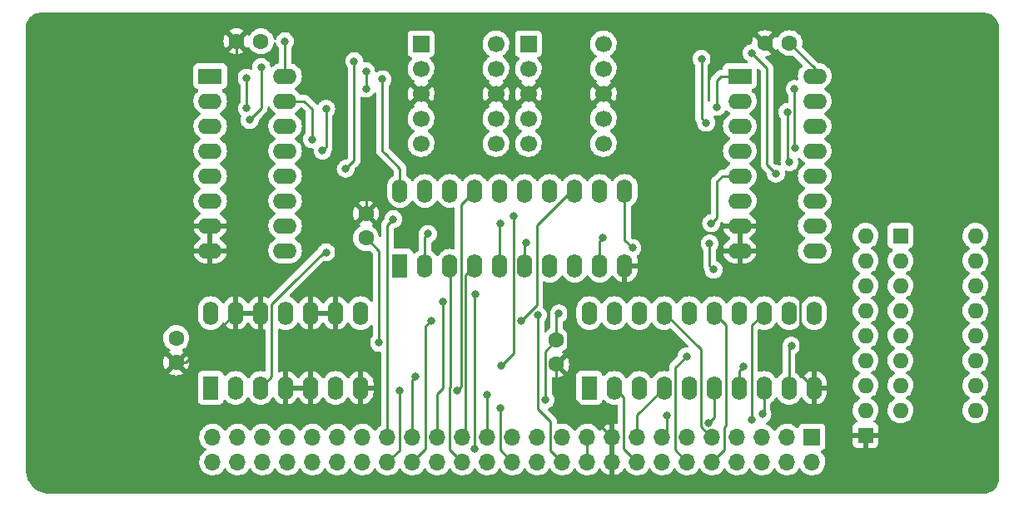
<source format=gbl>
G04 #@! TF.GenerationSoftware,KiCad,Pcbnew,(6.0.6)*
G04 #@! TF.CreationDate,2022-12-03T11:10:17+01:00*
G04 #@! TF.ProjectId,z50-7segment,7a35302d-3773-4656-976d-656e742e6b69,rev?*
G04 #@! TF.SameCoordinates,Original*
G04 #@! TF.FileFunction,Copper,L2,Bot*
G04 #@! TF.FilePolarity,Positive*
%FSLAX46Y46*%
G04 Gerber Fmt 4.6, Leading zero omitted, Abs format (unit mm)*
G04 Created by KiCad (PCBNEW (6.0.6)) date 2022-12-03 11:10:17*
%MOMM*%
%LPD*%
G01*
G04 APERTURE LIST*
G04 #@! TA.AperFunction,ComponentPad*
%ADD10C,1.600000*%
G04 #@! TD*
G04 #@! TA.AperFunction,ComponentPad*
%ADD11R,2.400000X1.600000*%
G04 #@! TD*
G04 #@! TA.AperFunction,ComponentPad*
%ADD12O,2.400000X1.600000*%
G04 #@! TD*
G04 #@! TA.AperFunction,ComponentPad*
%ADD13R,1.600000X2.400000*%
G04 #@! TD*
G04 #@! TA.AperFunction,ComponentPad*
%ADD14O,1.600000X2.400000*%
G04 #@! TD*
G04 #@! TA.AperFunction,ComponentPad*
%ADD15R,1.700000X1.700000*%
G04 #@! TD*
G04 #@! TA.AperFunction,ComponentPad*
%ADD16C,1.700000*%
G04 #@! TD*
G04 #@! TA.AperFunction,ComponentPad*
%ADD17R,1.600000X1.600000*%
G04 #@! TD*
G04 #@! TA.AperFunction,ComponentPad*
%ADD18O,1.600000X1.600000*%
G04 #@! TD*
G04 #@! TA.AperFunction,ComponentPad*
%ADD19O,1.700000X1.700000*%
G04 #@! TD*
G04 #@! TA.AperFunction,ViaPad*
%ADD20C,0.800000*%
G04 #@! TD*
G04 #@! TA.AperFunction,Conductor*
%ADD21C,0.250000*%
G04 #@! TD*
G04 APERTURE END LIST*
D10*
X178200000Y-73600000D03*
X175700000Y-73600000D03*
D11*
X173130000Y-76952000D03*
D12*
X173130000Y-79492000D03*
X173130000Y-82032000D03*
X173130000Y-84572000D03*
X173130000Y-87112000D03*
X173130000Y-89652000D03*
X173130000Y-92192000D03*
X173130000Y-94732000D03*
X180750000Y-94732000D03*
X180750000Y-92192000D03*
X180750000Y-89652000D03*
X180750000Y-87112000D03*
X180750000Y-84572000D03*
X180750000Y-82032000D03*
X180750000Y-79492000D03*
X180750000Y-76952000D03*
D13*
X157830000Y-108702000D03*
D14*
X160370000Y-108702000D03*
X162910000Y-108702000D03*
X165450000Y-108702000D03*
X167990000Y-108702000D03*
X170530000Y-108702000D03*
X173070000Y-108702000D03*
X175610000Y-108702000D03*
X178150000Y-108702000D03*
X180690000Y-108702000D03*
X180690000Y-101082000D03*
X178150000Y-101082000D03*
X175610000Y-101082000D03*
X173070000Y-101082000D03*
X170530000Y-101082000D03*
X167990000Y-101082000D03*
X165450000Y-101082000D03*
X162910000Y-101082000D03*
X160370000Y-101082000D03*
X157830000Y-101082000D03*
D15*
X140716000Y-73660000D03*
D16*
X140716000Y-76200000D03*
X140716000Y-78740000D03*
X140716000Y-81280000D03*
X140716000Y-83820000D03*
X148336000Y-83820000D03*
X148336000Y-81280000D03*
X148336000Y-78740000D03*
X148336000Y-76200000D03*
X148336000Y-73660000D03*
D10*
X154475000Y-103825000D03*
X154475000Y-106325000D03*
X135128000Y-93452000D03*
X135128000Y-90952000D03*
D17*
X185928000Y-113538000D03*
D18*
X185928000Y-110998000D03*
X185928000Y-108458000D03*
X185928000Y-105918000D03*
X185928000Y-103378000D03*
X185928000Y-100838000D03*
X185928000Y-98298000D03*
X185928000Y-95758000D03*
X185928000Y-93218000D03*
D15*
X180480000Y-113710000D03*
D19*
X180480000Y-116250000D03*
X177940000Y-113710000D03*
X177940000Y-116250000D03*
X175400000Y-113710000D03*
X175400000Y-116250000D03*
X172860000Y-113710000D03*
X172860000Y-116250000D03*
X170320000Y-113710000D03*
X170320000Y-116250000D03*
X167780000Y-113710000D03*
X167780000Y-116250000D03*
X165240000Y-113710000D03*
X165240000Y-116250000D03*
X162700000Y-113710000D03*
X162700000Y-116250000D03*
X160160000Y-113710000D03*
X160160000Y-116250000D03*
X157620000Y-113710000D03*
X157620000Y-116250000D03*
X155080000Y-113710000D03*
X155080000Y-116250000D03*
X152540000Y-113710000D03*
X152540000Y-116250000D03*
X150000000Y-113710000D03*
X150000000Y-116250000D03*
X147460000Y-113710000D03*
X147460000Y-116250000D03*
X144920000Y-113710000D03*
X144920000Y-116250000D03*
X142380000Y-113710000D03*
X142380000Y-116250000D03*
X139840000Y-113710000D03*
X139840000Y-116250000D03*
X137300000Y-113710000D03*
X137300000Y-116250000D03*
X134760000Y-113710000D03*
X134760000Y-116250000D03*
X132220000Y-113710000D03*
X132220000Y-116250000D03*
X129680000Y-113710000D03*
X129680000Y-116250000D03*
X127140000Y-113710000D03*
X127140000Y-116250000D03*
X124600000Y-113710000D03*
X124600000Y-116250000D03*
X122060000Y-113710000D03*
X122060000Y-116250000D03*
X119520000Y-113710000D03*
X119520000Y-116250000D03*
D13*
X119330000Y-108702000D03*
D14*
X121870000Y-108702000D03*
X124410000Y-108702000D03*
X126950000Y-108702000D03*
X129490000Y-108702000D03*
X132030000Y-108702000D03*
X134570000Y-108702000D03*
X134570000Y-101082000D03*
X132030000Y-101082000D03*
X129490000Y-101082000D03*
X126950000Y-101082000D03*
X124410000Y-101082000D03*
X121870000Y-101082000D03*
X119330000Y-101082000D03*
D10*
X124440000Y-73406000D03*
X121940000Y-73406000D03*
D18*
X197104000Y-93218000D03*
X197104000Y-95758000D03*
X197104000Y-98298000D03*
X197104000Y-100838000D03*
X197104000Y-103378000D03*
X197104000Y-105918000D03*
X197104000Y-108458000D03*
X197104000Y-110998000D03*
X189484000Y-110998000D03*
X189484000Y-108458000D03*
X189484000Y-105918000D03*
X189484000Y-103378000D03*
X189484000Y-100838000D03*
X189484000Y-98298000D03*
X189484000Y-95758000D03*
D17*
X189484000Y-93218000D03*
D13*
X138580000Y-96256000D03*
D14*
X141120000Y-96256000D03*
X143660000Y-96256000D03*
X146200000Y-96256000D03*
X148740000Y-96256000D03*
X151280000Y-96256000D03*
X153820000Y-96256000D03*
X156360000Y-96256000D03*
X158900000Y-96256000D03*
X161440000Y-96256000D03*
X161440000Y-88636000D03*
X158900000Y-88636000D03*
X156360000Y-88636000D03*
X153820000Y-88636000D03*
X151280000Y-88636000D03*
X148740000Y-88636000D03*
X146200000Y-88636000D03*
X143660000Y-88636000D03*
X141120000Y-88636000D03*
X138580000Y-88636000D03*
D10*
X115824000Y-103632000D03*
X115824000Y-106132000D03*
D11*
X119280000Y-76952000D03*
D12*
X119280000Y-79492000D03*
X119280000Y-82032000D03*
X119280000Y-84572000D03*
X119280000Y-87112000D03*
X119280000Y-89652000D03*
X119280000Y-92192000D03*
X119280000Y-94732000D03*
X126900000Y-94732000D03*
X126900000Y-92192000D03*
X126900000Y-89652000D03*
X126900000Y-87112000D03*
X126900000Y-84572000D03*
X126900000Y-82032000D03*
X126900000Y-79492000D03*
X126900000Y-76952000D03*
D15*
X151638000Y-73660000D03*
D16*
X151638000Y-76200000D03*
X151638000Y-78740000D03*
X151638000Y-81280000D03*
X151638000Y-83820000D03*
X159258000Y-83820000D03*
X159258000Y-81280000D03*
X159258000Y-78740000D03*
X159258000Y-76200000D03*
X159258000Y-73660000D03*
D20*
X136450000Y-104125000D03*
X126873000Y-73406000D03*
X153400000Y-109925000D03*
X154750000Y-101125000D03*
X136800000Y-77275000D03*
X132550000Y-91525000D03*
X179100000Y-95950000D03*
X155675000Y-99400000D03*
X180700000Y-111500000D03*
X161250000Y-99025000D03*
X135600000Y-79575000D03*
X169926000Y-112300007D03*
X173482000Y-106566300D03*
X178378463Y-104418135D03*
X147450000Y-109450000D03*
X175437800Y-111401009D03*
X165709600Y-111556800D03*
X167716200Y-105511600D03*
X174325000Y-111950000D03*
X148775000Y-110775000D03*
X131075000Y-94900000D03*
X162214265Y-94457136D03*
X152605308Y-101286740D03*
X141425000Y-93025000D03*
X170225000Y-91950000D03*
X148800000Y-91975000D03*
X170064942Y-94007500D03*
X151400000Y-93900000D03*
X170475000Y-96675000D03*
X146150000Y-114950000D03*
X146216410Y-99175500D03*
X142975500Y-99900000D03*
X159200000Y-93425000D03*
X150874500Y-101882500D03*
X141725000Y-101882500D03*
X140150000Y-107550000D03*
X148900000Y-106425000D03*
X150117385Y-91250500D03*
X144375000Y-108975000D03*
X138500000Y-108975000D03*
X137906362Y-91525500D03*
X170790000Y-80100000D03*
X169710000Y-81700000D03*
X169250000Y-75190000D03*
X174350000Y-74600000D03*
X176810000Y-86890000D03*
X178710000Y-78260000D03*
X178740000Y-84280000D03*
X178190000Y-85720000D03*
X177985500Y-80596520D03*
X122950000Y-77125000D03*
X123000000Y-80250000D03*
X135128000Y-78232000D03*
X135128000Y-76454000D03*
X123292620Y-81426169D03*
X124475000Y-76025000D03*
X133060328Y-86386500D03*
X133925000Y-75438000D03*
X130702693Y-84544500D03*
X131075000Y-80275000D03*
X129625000Y-83400000D03*
D21*
X137075000Y-84850000D02*
X136800000Y-84575000D01*
X126900000Y-76952000D02*
X126900000Y-73433000D01*
X154475000Y-101400000D02*
X154750000Y-101125000D01*
X126900000Y-73433000D02*
X126873000Y-73406000D01*
X154475000Y-103825000D02*
X154475000Y-101400000D01*
X153325000Y-104975000D02*
X154475000Y-103825000D01*
X136800000Y-84575000D02*
X136800000Y-77275000D01*
X136450000Y-94774000D02*
X136450000Y-104125000D01*
X138580000Y-86355000D02*
X137075000Y-84850000D01*
X135128000Y-93452000D02*
X136450000Y-94774000D01*
X138580000Y-88636000D02*
X138580000Y-86355000D01*
X157620000Y-113710000D02*
X157620000Y-116250000D01*
X153400000Y-107450000D02*
X153325000Y-107375000D01*
X180750000Y-76150000D02*
X180750000Y-76952000D01*
X178200000Y-73600000D02*
X180750000Y-76150000D01*
X153400000Y-109925000D02*
X153400000Y-107450000D01*
X153325000Y-107375000D02*
X153325000Y-104975000D01*
X116820000Y-106132000D02*
X115824000Y-106132000D01*
X179275000Y-107287000D02*
X179275000Y-96125000D01*
X161440000Y-96256000D02*
X161440000Y-98835000D01*
X121940000Y-91010000D02*
X120758000Y-92192000D01*
X154475000Y-106325000D02*
X154475000Y-108025000D01*
X121870000Y-101082000D02*
X121870000Y-95370000D01*
X119280000Y-92192000D02*
X119280000Y-94732000D01*
X155675000Y-99400000D02*
X155675000Y-105000000D01*
X180690000Y-108702000D02*
X179275000Y-107287000D01*
X121870000Y-101082000D02*
X116820000Y-106132000D01*
X161440000Y-98835000D02*
X161250000Y-99025000D01*
X121232000Y-94732000D02*
X119280000Y-94732000D01*
X180700000Y-111500000D02*
X180690000Y-111490000D01*
X129490000Y-101082000D02*
X129490000Y-108702000D01*
X135128000Y-90952000D02*
X135128000Y-80047000D01*
X132030000Y-101082000D02*
X132030000Y-92045000D01*
X160160000Y-113710000D02*
X160160000Y-116250000D01*
X121940000Y-73406000D02*
X121940000Y-91010000D01*
X155675000Y-105000000D02*
X154975000Y-105700000D01*
X120758000Y-92192000D02*
X119280000Y-92192000D01*
X154475000Y-108025000D02*
X160160000Y-113710000D01*
X180690000Y-111490000D02*
X180690000Y-108702000D01*
X135128000Y-80047000D02*
X135600000Y-79575000D01*
X132030000Y-92045000D02*
X132550000Y-91525000D01*
X179275000Y-96125000D02*
X179100000Y-95950000D01*
X121870000Y-95370000D02*
X121232000Y-94732000D01*
X169150700Y-104782700D02*
X169150700Y-112618898D01*
X170241802Y-113710000D02*
X170320000Y-113710000D01*
X169150700Y-112618898D02*
X170241802Y-113710000D01*
X165450000Y-101082000D02*
X169150700Y-104782700D01*
X170530000Y-111696007D02*
X170530000Y-108702000D01*
X169926000Y-112300007D02*
X170530000Y-111696007D01*
X161335000Y-109667000D02*
X161335000Y-114885000D01*
X161335000Y-114885000D02*
X162700000Y-116250000D01*
X160370000Y-108702000D02*
X161335000Y-109667000D01*
X173070000Y-108702000D02*
X173070000Y-106978300D01*
X173070000Y-106978300D02*
X173482000Y-106566300D01*
X178150000Y-108702000D02*
X178150000Y-104646598D01*
X178150000Y-104646598D02*
X178378463Y-104418135D01*
X147460000Y-109460000D02*
X147460000Y-113710000D01*
X147450000Y-109450000D02*
X147460000Y-109460000D01*
X165450000Y-108702000D02*
X162700000Y-111452000D01*
X162700000Y-111452000D02*
X162700000Y-113710000D01*
X165709600Y-113240400D02*
X165240000Y-113710000D01*
X175610000Y-108702000D02*
X175610000Y-111228809D01*
X175610000Y-111228809D02*
X175437800Y-111401009D01*
X165709600Y-111556800D02*
X165709600Y-113240400D01*
X166575000Y-115045000D02*
X167780000Y-116250000D01*
X166575000Y-106652800D02*
X166575000Y-115045000D01*
X167716200Y-105511600D02*
X166575000Y-106652800D01*
X174345600Y-102346400D02*
X175610000Y-101082000D01*
X174325000Y-111950000D02*
X174345600Y-102346400D01*
X171729400Y-112555288D02*
X171729400Y-102281400D01*
X170320000Y-116250000D02*
X171602400Y-114967600D01*
X171602400Y-112682288D02*
X171729400Y-112555288D01*
X171602400Y-114967600D02*
X171602400Y-112682288D01*
X171729400Y-102281400D02*
X170530000Y-101082000D01*
X150000000Y-116250000D02*
X148775000Y-115025000D01*
X148775000Y-115025000D02*
X148775000Y-110775000D01*
X161440000Y-88636000D02*
X161440000Y-93682871D01*
X161440000Y-93682871D02*
X162214265Y-94457136D01*
X130825000Y-94900000D02*
X131075000Y-94900000D01*
X125535000Y-100190000D02*
X127700000Y-98025000D01*
X127700000Y-98025000D02*
X130825000Y-94900000D01*
X125535000Y-107577000D02*
X125535000Y-100190000D01*
X124410000Y-108702000D02*
X125535000Y-107577000D01*
X155080000Y-116250000D02*
X153905000Y-115075000D01*
X153905000Y-115075000D02*
X153905000Y-112130000D01*
X153905000Y-112130000D02*
X152605308Y-110830308D01*
X152605308Y-110830308D02*
X152605308Y-101286740D01*
X170225000Y-91950000D02*
X170825000Y-91350000D01*
X170825000Y-87700000D02*
X171413000Y-87112000D01*
X141120000Y-96256000D02*
X141120000Y-93330000D01*
X141120000Y-93330000D02*
X141425000Y-93025000D01*
X170825000Y-91350000D02*
X170825000Y-87700000D01*
X171413000Y-87112000D02*
X173130000Y-87112000D01*
X143660000Y-96256000D02*
X143700000Y-96296000D01*
X143700000Y-96296000D02*
X143700000Y-108625402D01*
X143650500Y-108674902D02*
X143650500Y-114980500D01*
X143700000Y-108625402D02*
X143650500Y-108674902D01*
X143650500Y-114980500D02*
X144920000Y-116250000D01*
X145234501Y-97221499D02*
X145234501Y-113395499D01*
X146200000Y-96256000D02*
X145234501Y-97221499D01*
X145234501Y-113395499D02*
X144920000Y-113710000D01*
X148800000Y-91975000D02*
X148740000Y-92035000D01*
X148740000Y-92035000D02*
X148740000Y-96256000D01*
X170064942Y-96264942D02*
X170064942Y-94007500D01*
X151280000Y-96256000D02*
X151280000Y-94020000D01*
X170475000Y-96675000D02*
X170064942Y-96264942D01*
X151280000Y-94020000D02*
X151400000Y-93900000D01*
X146150000Y-114950000D02*
X146150000Y-99241910D01*
X146150000Y-99241910D02*
X146216410Y-99175500D01*
X142975500Y-108714212D02*
X142975500Y-99900000D01*
X142380000Y-113710000D02*
X142380000Y-109309712D01*
X142380000Y-109309712D02*
X142975500Y-108714212D01*
X158900000Y-93725000D02*
X158900000Y-96256000D01*
X159200000Y-93425000D02*
X158900000Y-93725000D01*
X156360000Y-88636000D02*
X155960000Y-88636000D01*
X152475000Y-100282000D02*
X150874500Y-101882500D01*
X141205000Y-114885000D02*
X141205000Y-102402500D01*
X139840000Y-116250000D02*
X141205000Y-114885000D01*
X152475000Y-92121000D02*
X152475000Y-100282000D01*
X155960000Y-88636000D02*
X152475000Y-92121000D01*
X141205000Y-102402500D02*
X141725000Y-101882500D01*
X148900000Y-106425000D02*
X150150000Y-105175000D01*
X139840000Y-113710000D02*
X139840000Y-107860000D01*
X139840000Y-107860000D02*
X140150000Y-107550000D01*
X150150000Y-105175000D02*
X150150000Y-91283115D01*
X150150000Y-91283115D02*
X150117385Y-91250500D01*
X138500000Y-115050000D02*
X138500000Y-108975000D01*
X144785000Y-108565000D02*
X144785000Y-90051000D01*
X144785000Y-90051000D02*
X146200000Y-88636000D01*
X137300000Y-116250000D02*
X138500000Y-115050000D01*
X144375000Y-108975000D02*
X144785000Y-108565000D01*
X137300000Y-113710000D02*
X137300000Y-92131862D01*
X137300000Y-92131862D02*
X137906362Y-91525500D01*
X171258000Y-76952000D02*
X173130000Y-76952000D01*
X170790000Y-80100000D02*
X170790000Y-77420000D01*
X170790000Y-77420000D02*
X171258000Y-76952000D01*
X169250000Y-81240000D02*
X169710000Y-81700000D01*
X169250000Y-75190000D02*
X169250000Y-81240000D01*
X175920000Y-86000000D02*
X176810000Y-86890000D01*
X175920000Y-76170000D02*
X175920000Y-79920000D01*
X174350000Y-74600000D02*
X175920000Y-76170000D01*
X175920000Y-79920000D02*
X175920000Y-86000000D01*
X178710000Y-78260000D02*
X178710000Y-84250000D01*
X178710000Y-84250000D02*
X178740000Y-84280000D01*
X178190000Y-85720000D02*
X177985500Y-85515500D01*
X177985500Y-85515500D02*
X177985500Y-80596520D01*
X123000000Y-77175000D02*
X122950000Y-77125000D01*
X123000000Y-80250000D02*
X123000000Y-77175000D01*
X135128000Y-78232000D02*
X135128000Y-76454000D01*
X124475000Y-76025000D02*
X124475000Y-80243789D01*
X124475000Y-80243789D02*
X123292620Y-81426169D01*
X133925000Y-85521828D02*
X133925000Y-75438000D01*
X133060328Y-86386500D02*
X133925000Y-85521828D01*
X131075000Y-84172193D02*
X130702693Y-84544500D01*
X131075000Y-80275000D02*
X131075000Y-84172193D01*
X129625000Y-80275000D02*
X128842000Y-79492000D01*
X128842000Y-79492000D02*
X126900000Y-79492000D01*
X129625000Y-83400000D02*
X129625000Y-80275000D01*
G04 #@! TA.AperFunction,Conductor*
G36*
X197970018Y-70510000D02*
G01*
X197984851Y-70512310D01*
X197984855Y-70512310D01*
X197993724Y-70513691D01*
X198008981Y-70511696D01*
X198034302Y-70510953D01*
X198203285Y-70523039D01*
X198221064Y-70525596D01*
X198411392Y-70566999D01*
X198428641Y-70572063D01*
X198611150Y-70640136D01*
X198627502Y-70647604D01*
X198798458Y-70740952D01*
X198813582Y-70750672D01*
X198969514Y-70867402D01*
X198983100Y-70879175D01*
X199120825Y-71016900D01*
X199132598Y-71030486D01*
X199249328Y-71186418D01*
X199259048Y-71201542D01*
X199352396Y-71372498D01*
X199359864Y-71388850D01*
X199427937Y-71571359D01*
X199433001Y-71588607D01*
X199474404Y-71778936D01*
X199476962Y-71796721D01*
X199488540Y-71958601D01*
X199487793Y-71976565D01*
X199487692Y-71984845D01*
X199486309Y-71993724D01*
X199487474Y-72002630D01*
X199490436Y-72025283D01*
X199491500Y-72041621D01*
X199491500Y-117950633D01*
X199490000Y-117970018D01*
X199487690Y-117984851D01*
X199487690Y-117984855D01*
X199486309Y-117993724D01*
X199488304Y-118008976D01*
X199489047Y-118034302D01*
X199480211Y-118157858D01*
X199476962Y-118203279D01*
X199474404Y-118221064D01*
X199456598Y-118302919D01*
X199433001Y-118411392D01*
X199427937Y-118428641D01*
X199359864Y-118611150D01*
X199352396Y-118627502D01*
X199259048Y-118798458D01*
X199249328Y-118813582D01*
X199132598Y-118969514D01*
X199120825Y-118983100D01*
X198983100Y-119120825D01*
X198969514Y-119132598D01*
X198813582Y-119249328D01*
X198798458Y-119259048D01*
X198627502Y-119352396D01*
X198611150Y-119359864D01*
X198428641Y-119427937D01*
X198411393Y-119433001D01*
X198221064Y-119474404D01*
X198203285Y-119476961D01*
X198041395Y-119488540D01*
X198023435Y-119487793D01*
X198015155Y-119487692D01*
X198006276Y-119486309D01*
X197974714Y-119490436D01*
X197958379Y-119491500D01*
X103049367Y-119491500D01*
X103029982Y-119490000D01*
X103015149Y-119487690D01*
X103015145Y-119487690D01*
X103006276Y-119486309D01*
X102989077Y-119488558D01*
X102965137Y-119489391D01*
X102707290Y-119473794D01*
X102692186Y-119471960D01*
X102620214Y-119458771D01*
X102411240Y-119420475D01*
X102396473Y-119416836D01*
X102123769Y-119331858D01*
X102109555Y-119326466D01*
X101849092Y-119209242D01*
X101835621Y-119202172D01*
X101591187Y-119054405D01*
X101578666Y-119045762D01*
X101353829Y-118869615D01*
X101342440Y-118859525D01*
X101140475Y-118657560D01*
X101130385Y-118646171D01*
X100954238Y-118421334D01*
X100945595Y-118408813D01*
X100797828Y-118164379D01*
X100790757Y-118150906D01*
X100733711Y-118024155D01*
X100673534Y-117890445D01*
X100668141Y-117876227D01*
X100585669Y-117611564D01*
X100583164Y-117603526D01*
X100579523Y-117588754D01*
X100578657Y-117584025D01*
X100528040Y-117307814D01*
X100526206Y-117292710D01*
X100511269Y-117045768D01*
X100512520Y-117022216D01*
X100512334Y-117022199D01*
X100512769Y-117017350D01*
X100513576Y-117012552D01*
X100513729Y-117000000D01*
X100509773Y-116972376D01*
X100508500Y-116954514D01*
X100508500Y-116216695D01*
X118157251Y-116216695D01*
X118157548Y-116221848D01*
X118157548Y-116221851D01*
X118163011Y-116316590D01*
X118170110Y-116439715D01*
X118171247Y-116444761D01*
X118171248Y-116444767D01*
X118191119Y-116532939D01*
X118219222Y-116657639D01*
X118303266Y-116864616D01*
X118354019Y-116947438D01*
X118417291Y-117050688D01*
X118419987Y-117055088D01*
X118566250Y-117223938D01*
X118738126Y-117366632D01*
X118931000Y-117479338D01*
X119139692Y-117559030D01*
X119144760Y-117560061D01*
X119144763Y-117560062D01*
X119239862Y-117579410D01*
X119358597Y-117603567D01*
X119363772Y-117603757D01*
X119363774Y-117603757D01*
X119576673Y-117611564D01*
X119576677Y-117611564D01*
X119581837Y-117611753D01*
X119586957Y-117611097D01*
X119586959Y-117611097D01*
X119798288Y-117584025D01*
X119798289Y-117584025D01*
X119803416Y-117583368D01*
X119808366Y-117581883D01*
X120012429Y-117520661D01*
X120012434Y-117520659D01*
X120017384Y-117519174D01*
X120217994Y-117420896D01*
X120399860Y-117291173D01*
X120558096Y-117133489D01*
X120617594Y-117050689D01*
X120688453Y-116952077D01*
X120689776Y-116953028D01*
X120736645Y-116909857D01*
X120806580Y-116897625D01*
X120872026Y-116925144D01*
X120899875Y-116956994D01*
X120959987Y-117055088D01*
X121106250Y-117223938D01*
X121278126Y-117366632D01*
X121471000Y-117479338D01*
X121679692Y-117559030D01*
X121684760Y-117560061D01*
X121684763Y-117560062D01*
X121779862Y-117579410D01*
X121898597Y-117603567D01*
X121903772Y-117603757D01*
X121903774Y-117603757D01*
X122116673Y-117611564D01*
X122116677Y-117611564D01*
X122121837Y-117611753D01*
X122126957Y-117611097D01*
X122126959Y-117611097D01*
X122338288Y-117584025D01*
X122338289Y-117584025D01*
X122343416Y-117583368D01*
X122348366Y-117581883D01*
X122552429Y-117520661D01*
X122552434Y-117520659D01*
X122557384Y-117519174D01*
X122757994Y-117420896D01*
X122939860Y-117291173D01*
X123098096Y-117133489D01*
X123157594Y-117050689D01*
X123228453Y-116952077D01*
X123229776Y-116953028D01*
X123276645Y-116909857D01*
X123346580Y-116897625D01*
X123412026Y-116925144D01*
X123439875Y-116956994D01*
X123499987Y-117055088D01*
X123646250Y-117223938D01*
X123818126Y-117366632D01*
X124011000Y-117479338D01*
X124219692Y-117559030D01*
X124224760Y-117560061D01*
X124224763Y-117560062D01*
X124319862Y-117579410D01*
X124438597Y-117603567D01*
X124443772Y-117603757D01*
X124443774Y-117603757D01*
X124656673Y-117611564D01*
X124656677Y-117611564D01*
X124661837Y-117611753D01*
X124666957Y-117611097D01*
X124666959Y-117611097D01*
X124878288Y-117584025D01*
X124878289Y-117584025D01*
X124883416Y-117583368D01*
X124888366Y-117581883D01*
X125092429Y-117520661D01*
X125092434Y-117520659D01*
X125097384Y-117519174D01*
X125297994Y-117420896D01*
X125479860Y-117291173D01*
X125638096Y-117133489D01*
X125697594Y-117050689D01*
X125768453Y-116952077D01*
X125769776Y-116953028D01*
X125816645Y-116909857D01*
X125886580Y-116897625D01*
X125952026Y-116925144D01*
X125979875Y-116956994D01*
X126039987Y-117055088D01*
X126186250Y-117223938D01*
X126358126Y-117366632D01*
X126551000Y-117479338D01*
X126759692Y-117559030D01*
X126764760Y-117560061D01*
X126764763Y-117560062D01*
X126859862Y-117579410D01*
X126978597Y-117603567D01*
X126983772Y-117603757D01*
X126983774Y-117603757D01*
X127196673Y-117611564D01*
X127196677Y-117611564D01*
X127201837Y-117611753D01*
X127206957Y-117611097D01*
X127206959Y-117611097D01*
X127418288Y-117584025D01*
X127418289Y-117584025D01*
X127423416Y-117583368D01*
X127428366Y-117581883D01*
X127632429Y-117520661D01*
X127632434Y-117520659D01*
X127637384Y-117519174D01*
X127837994Y-117420896D01*
X128019860Y-117291173D01*
X128178096Y-117133489D01*
X128237594Y-117050689D01*
X128308453Y-116952077D01*
X128309776Y-116953028D01*
X128356645Y-116909857D01*
X128426580Y-116897625D01*
X128492026Y-116925144D01*
X128519875Y-116956994D01*
X128579987Y-117055088D01*
X128726250Y-117223938D01*
X128898126Y-117366632D01*
X129091000Y-117479338D01*
X129299692Y-117559030D01*
X129304760Y-117560061D01*
X129304763Y-117560062D01*
X129399862Y-117579410D01*
X129518597Y-117603567D01*
X129523772Y-117603757D01*
X129523774Y-117603757D01*
X129736673Y-117611564D01*
X129736677Y-117611564D01*
X129741837Y-117611753D01*
X129746957Y-117611097D01*
X129746959Y-117611097D01*
X129958288Y-117584025D01*
X129958289Y-117584025D01*
X129963416Y-117583368D01*
X129968366Y-117581883D01*
X130172429Y-117520661D01*
X130172434Y-117520659D01*
X130177384Y-117519174D01*
X130377994Y-117420896D01*
X130559860Y-117291173D01*
X130718096Y-117133489D01*
X130777594Y-117050689D01*
X130848453Y-116952077D01*
X130849776Y-116953028D01*
X130896645Y-116909857D01*
X130966580Y-116897625D01*
X131032026Y-116925144D01*
X131059875Y-116956994D01*
X131119987Y-117055088D01*
X131266250Y-117223938D01*
X131438126Y-117366632D01*
X131631000Y-117479338D01*
X131839692Y-117559030D01*
X131844760Y-117560061D01*
X131844763Y-117560062D01*
X131939862Y-117579410D01*
X132058597Y-117603567D01*
X132063772Y-117603757D01*
X132063774Y-117603757D01*
X132276673Y-117611564D01*
X132276677Y-117611564D01*
X132281837Y-117611753D01*
X132286957Y-117611097D01*
X132286959Y-117611097D01*
X132498288Y-117584025D01*
X132498289Y-117584025D01*
X132503416Y-117583368D01*
X132508366Y-117581883D01*
X132712429Y-117520661D01*
X132712434Y-117520659D01*
X132717384Y-117519174D01*
X132917994Y-117420896D01*
X133099860Y-117291173D01*
X133258096Y-117133489D01*
X133317594Y-117050689D01*
X133388453Y-116952077D01*
X133389776Y-116953028D01*
X133436645Y-116909857D01*
X133506580Y-116897625D01*
X133572026Y-116925144D01*
X133599875Y-116956994D01*
X133659987Y-117055088D01*
X133806250Y-117223938D01*
X133978126Y-117366632D01*
X134171000Y-117479338D01*
X134379692Y-117559030D01*
X134384760Y-117560061D01*
X134384763Y-117560062D01*
X134479862Y-117579410D01*
X134598597Y-117603567D01*
X134603772Y-117603757D01*
X134603774Y-117603757D01*
X134816673Y-117611564D01*
X134816677Y-117611564D01*
X134821837Y-117611753D01*
X134826957Y-117611097D01*
X134826959Y-117611097D01*
X135038288Y-117584025D01*
X135038289Y-117584025D01*
X135043416Y-117583368D01*
X135048366Y-117581883D01*
X135252429Y-117520661D01*
X135252434Y-117520659D01*
X135257384Y-117519174D01*
X135457994Y-117420896D01*
X135639860Y-117291173D01*
X135798096Y-117133489D01*
X135857594Y-117050689D01*
X135928453Y-116952077D01*
X135929776Y-116953028D01*
X135976645Y-116909857D01*
X136046580Y-116897625D01*
X136112026Y-116925144D01*
X136139875Y-116956994D01*
X136199987Y-117055088D01*
X136346250Y-117223938D01*
X136518126Y-117366632D01*
X136711000Y-117479338D01*
X136919692Y-117559030D01*
X136924760Y-117560061D01*
X136924763Y-117560062D01*
X137019862Y-117579410D01*
X137138597Y-117603567D01*
X137143772Y-117603757D01*
X137143774Y-117603757D01*
X137356673Y-117611564D01*
X137356677Y-117611564D01*
X137361837Y-117611753D01*
X137366957Y-117611097D01*
X137366959Y-117611097D01*
X137578288Y-117584025D01*
X137578289Y-117584025D01*
X137583416Y-117583368D01*
X137588366Y-117581883D01*
X137792429Y-117520661D01*
X137792434Y-117520659D01*
X137797384Y-117519174D01*
X137997994Y-117420896D01*
X138179860Y-117291173D01*
X138338096Y-117133489D01*
X138397594Y-117050689D01*
X138468453Y-116952077D01*
X138469776Y-116953028D01*
X138516645Y-116909857D01*
X138586580Y-116897625D01*
X138652026Y-116925144D01*
X138679875Y-116956994D01*
X138739987Y-117055088D01*
X138886250Y-117223938D01*
X139058126Y-117366632D01*
X139251000Y-117479338D01*
X139459692Y-117559030D01*
X139464760Y-117560061D01*
X139464763Y-117560062D01*
X139559862Y-117579410D01*
X139678597Y-117603567D01*
X139683772Y-117603757D01*
X139683774Y-117603757D01*
X139896673Y-117611564D01*
X139896677Y-117611564D01*
X139901837Y-117611753D01*
X139906957Y-117611097D01*
X139906959Y-117611097D01*
X140118288Y-117584025D01*
X140118289Y-117584025D01*
X140123416Y-117583368D01*
X140128366Y-117581883D01*
X140332429Y-117520661D01*
X140332434Y-117520659D01*
X140337384Y-117519174D01*
X140537994Y-117420896D01*
X140719860Y-117291173D01*
X140878096Y-117133489D01*
X140937594Y-117050689D01*
X141008453Y-116952077D01*
X141009776Y-116953028D01*
X141056645Y-116909857D01*
X141126580Y-116897625D01*
X141192026Y-116925144D01*
X141219875Y-116956994D01*
X141279987Y-117055088D01*
X141426250Y-117223938D01*
X141598126Y-117366632D01*
X141791000Y-117479338D01*
X141999692Y-117559030D01*
X142004760Y-117560061D01*
X142004763Y-117560062D01*
X142099862Y-117579410D01*
X142218597Y-117603567D01*
X142223772Y-117603757D01*
X142223774Y-117603757D01*
X142436673Y-117611564D01*
X142436677Y-117611564D01*
X142441837Y-117611753D01*
X142446957Y-117611097D01*
X142446959Y-117611097D01*
X142658288Y-117584025D01*
X142658289Y-117584025D01*
X142663416Y-117583368D01*
X142668366Y-117581883D01*
X142872429Y-117520661D01*
X142872434Y-117520659D01*
X142877384Y-117519174D01*
X143077994Y-117420896D01*
X143259860Y-117291173D01*
X143418096Y-117133489D01*
X143477594Y-117050689D01*
X143548453Y-116952077D01*
X143549776Y-116953028D01*
X143596645Y-116909857D01*
X143666580Y-116897625D01*
X143732026Y-116925144D01*
X143759875Y-116956994D01*
X143819987Y-117055088D01*
X143966250Y-117223938D01*
X144138126Y-117366632D01*
X144331000Y-117479338D01*
X144539692Y-117559030D01*
X144544760Y-117560061D01*
X144544763Y-117560062D01*
X144639862Y-117579410D01*
X144758597Y-117603567D01*
X144763772Y-117603757D01*
X144763774Y-117603757D01*
X144976673Y-117611564D01*
X144976677Y-117611564D01*
X144981837Y-117611753D01*
X144986957Y-117611097D01*
X144986959Y-117611097D01*
X145198288Y-117584025D01*
X145198289Y-117584025D01*
X145203416Y-117583368D01*
X145208366Y-117581883D01*
X145412429Y-117520661D01*
X145412434Y-117520659D01*
X145417384Y-117519174D01*
X145617994Y-117420896D01*
X145799860Y-117291173D01*
X145958096Y-117133489D01*
X146017594Y-117050689D01*
X146088453Y-116952077D01*
X146089776Y-116953028D01*
X146136645Y-116909857D01*
X146206580Y-116897625D01*
X146272026Y-116925144D01*
X146299875Y-116956994D01*
X146359987Y-117055088D01*
X146506250Y-117223938D01*
X146678126Y-117366632D01*
X146871000Y-117479338D01*
X147079692Y-117559030D01*
X147084760Y-117560061D01*
X147084763Y-117560062D01*
X147179862Y-117579410D01*
X147298597Y-117603567D01*
X147303772Y-117603757D01*
X147303774Y-117603757D01*
X147516673Y-117611564D01*
X147516677Y-117611564D01*
X147521837Y-117611753D01*
X147526957Y-117611097D01*
X147526959Y-117611097D01*
X147738288Y-117584025D01*
X147738289Y-117584025D01*
X147743416Y-117583368D01*
X147748366Y-117581883D01*
X147952429Y-117520661D01*
X147952434Y-117520659D01*
X147957384Y-117519174D01*
X148157994Y-117420896D01*
X148339860Y-117291173D01*
X148498096Y-117133489D01*
X148557594Y-117050689D01*
X148628453Y-116952077D01*
X148629776Y-116953028D01*
X148676645Y-116909857D01*
X148746580Y-116897625D01*
X148812026Y-116925144D01*
X148839875Y-116956994D01*
X148899987Y-117055088D01*
X149046250Y-117223938D01*
X149218126Y-117366632D01*
X149411000Y-117479338D01*
X149619692Y-117559030D01*
X149624760Y-117560061D01*
X149624763Y-117560062D01*
X149719862Y-117579410D01*
X149838597Y-117603567D01*
X149843772Y-117603757D01*
X149843774Y-117603757D01*
X150056673Y-117611564D01*
X150056677Y-117611564D01*
X150061837Y-117611753D01*
X150066957Y-117611097D01*
X150066959Y-117611097D01*
X150278288Y-117584025D01*
X150278289Y-117584025D01*
X150283416Y-117583368D01*
X150288366Y-117581883D01*
X150492429Y-117520661D01*
X150492434Y-117520659D01*
X150497384Y-117519174D01*
X150697994Y-117420896D01*
X150879860Y-117291173D01*
X151038096Y-117133489D01*
X151097594Y-117050689D01*
X151168453Y-116952077D01*
X151169776Y-116953028D01*
X151216645Y-116909857D01*
X151286580Y-116897625D01*
X151352026Y-116925144D01*
X151379875Y-116956994D01*
X151439987Y-117055088D01*
X151586250Y-117223938D01*
X151758126Y-117366632D01*
X151951000Y-117479338D01*
X152159692Y-117559030D01*
X152164760Y-117560061D01*
X152164763Y-117560062D01*
X152259862Y-117579410D01*
X152378597Y-117603567D01*
X152383772Y-117603757D01*
X152383774Y-117603757D01*
X152596673Y-117611564D01*
X152596677Y-117611564D01*
X152601837Y-117611753D01*
X152606957Y-117611097D01*
X152606959Y-117611097D01*
X152818288Y-117584025D01*
X152818289Y-117584025D01*
X152823416Y-117583368D01*
X152828366Y-117581883D01*
X153032429Y-117520661D01*
X153032434Y-117520659D01*
X153037384Y-117519174D01*
X153237994Y-117420896D01*
X153419860Y-117291173D01*
X153578096Y-117133489D01*
X153637594Y-117050689D01*
X153708453Y-116952077D01*
X153709776Y-116953028D01*
X153756645Y-116909857D01*
X153826580Y-116897625D01*
X153892026Y-116925144D01*
X153919875Y-116956994D01*
X153979987Y-117055088D01*
X154126250Y-117223938D01*
X154298126Y-117366632D01*
X154491000Y-117479338D01*
X154699692Y-117559030D01*
X154704760Y-117560061D01*
X154704763Y-117560062D01*
X154799862Y-117579410D01*
X154918597Y-117603567D01*
X154923772Y-117603757D01*
X154923774Y-117603757D01*
X155136673Y-117611564D01*
X155136677Y-117611564D01*
X155141837Y-117611753D01*
X155146957Y-117611097D01*
X155146959Y-117611097D01*
X155358288Y-117584025D01*
X155358289Y-117584025D01*
X155363416Y-117583368D01*
X155368366Y-117581883D01*
X155572429Y-117520661D01*
X155572434Y-117520659D01*
X155577384Y-117519174D01*
X155777994Y-117420896D01*
X155959860Y-117291173D01*
X156118096Y-117133489D01*
X156177594Y-117050689D01*
X156248453Y-116952077D01*
X156249776Y-116953028D01*
X156296645Y-116909857D01*
X156366580Y-116897625D01*
X156432026Y-116925144D01*
X156459875Y-116956994D01*
X156519987Y-117055088D01*
X156666250Y-117223938D01*
X156838126Y-117366632D01*
X157031000Y-117479338D01*
X157239692Y-117559030D01*
X157244760Y-117560061D01*
X157244763Y-117560062D01*
X157339862Y-117579410D01*
X157458597Y-117603567D01*
X157463772Y-117603757D01*
X157463774Y-117603757D01*
X157676673Y-117611564D01*
X157676677Y-117611564D01*
X157681837Y-117611753D01*
X157686957Y-117611097D01*
X157686959Y-117611097D01*
X157898288Y-117584025D01*
X157898289Y-117584025D01*
X157903416Y-117583368D01*
X157908366Y-117581883D01*
X158112429Y-117520661D01*
X158112434Y-117520659D01*
X158117384Y-117519174D01*
X158317994Y-117420896D01*
X158499860Y-117291173D01*
X158658096Y-117133489D01*
X158717594Y-117050689D01*
X158788453Y-116952077D01*
X158789640Y-116952930D01*
X158836960Y-116909362D01*
X158906897Y-116897145D01*
X158972338Y-116924678D01*
X159000166Y-116956511D01*
X159057694Y-117050388D01*
X159063777Y-117058699D01*
X159203213Y-117219667D01*
X159210580Y-117226883D01*
X159374434Y-117362916D01*
X159382881Y-117368831D01*
X159566756Y-117476279D01*
X159576042Y-117480729D01*
X159775001Y-117556703D01*
X159784899Y-117559579D01*
X159888250Y-117580606D01*
X159902299Y-117579410D01*
X159906000Y-117569065D01*
X159906000Y-112393102D01*
X159902082Y-112379758D01*
X159887806Y-112377771D01*
X159849324Y-112383660D01*
X159839288Y-112386051D01*
X159636868Y-112452212D01*
X159627359Y-112456209D01*
X159438463Y-112554542D01*
X159429738Y-112560036D01*
X159259433Y-112687905D01*
X159251726Y-112694748D01*
X159104590Y-112848717D01*
X159098109Y-112856722D01*
X158993498Y-113010074D01*
X158938587Y-113055076D01*
X158868062Y-113063247D01*
X158804315Y-113031993D01*
X158783618Y-113007509D01*
X158702822Y-112882617D01*
X158702820Y-112882614D01*
X158700014Y-112878277D01*
X158549670Y-112713051D01*
X158545619Y-112709852D01*
X158545615Y-112709848D01*
X158378414Y-112577800D01*
X158378410Y-112577798D01*
X158374359Y-112574598D01*
X158369831Y-112572098D01*
X158285802Y-112525712D01*
X158178789Y-112466638D01*
X158173920Y-112464914D01*
X158173916Y-112464912D01*
X157973087Y-112393795D01*
X157973083Y-112393794D01*
X157968212Y-112392069D01*
X157963119Y-112391162D01*
X157963116Y-112391161D01*
X157753373Y-112353800D01*
X157753367Y-112353799D01*
X157748284Y-112352894D01*
X157674452Y-112351992D01*
X157530081Y-112350228D01*
X157530079Y-112350228D01*
X157524911Y-112350165D01*
X157304091Y-112383955D01*
X157091756Y-112453357D01*
X157064695Y-112467444D01*
X156913501Y-112546151D01*
X156893607Y-112556507D01*
X156889474Y-112559610D01*
X156889471Y-112559612D01*
X156719100Y-112687530D01*
X156714965Y-112690635D01*
X156675525Y-112731907D01*
X156621280Y-112788671D01*
X156560629Y-112852138D01*
X156453201Y-113009621D01*
X156398293Y-113054621D01*
X156327768Y-113062792D01*
X156264021Y-113031538D01*
X156243324Y-113007054D01*
X156162822Y-112882617D01*
X156162820Y-112882614D01*
X156160014Y-112878277D01*
X156009670Y-112713051D01*
X156005619Y-112709852D01*
X156005615Y-112709848D01*
X155838414Y-112577800D01*
X155838410Y-112577798D01*
X155834359Y-112574598D01*
X155829831Y-112572098D01*
X155745802Y-112525712D01*
X155638789Y-112466638D01*
X155633920Y-112464914D01*
X155633916Y-112464912D01*
X155433087Y-112393795D01*
X155433083Y-112393794D01*
X155428212Y-112392069D01*
X155423119Y-112391162D01*
X155423116Y-112391161D01*
X155213373Y-112353800D01*
X155213367Y-112353799D01*
X155208284Y-112352894D01*
X155134452Y-112351992D01*
X154990081Y-112350228D01*
X154990079Y-112350228D01*
X154984911Y-112350165D01*
X154764091Y-112383955D01*
X154703644Y-112403712D01*
X154632682Y-112405863D01*
X154571820Y-112369307D01*
X154540383Y-112305650D01*
X154538500Y-112283947D01*
X154538500Y-112208767D01*
X154539027Y-112197584D01*
X154540702Y-112190091D01*
X154538562Y-112122014D01*
X154538500Y-112118055D01*
X154538500Y-112090144D01*
X154537995Y-112086144D01*
X154537062Y-112074301D01*
X154535922Y-112038030D01*
X154535673Y-112030111D01*
X154530021Y-112010657D01*
X154526013Y-111991300D01*
X154524468Y-111979070D01*
X154524468Y-111979069D01*
X154523474Y-111971203D01*
X154520555Y-111963830D01*
X154507196Y-111930088D01*
X154503351Y-111918858D01*
X154493229Y-111884017D01*
X154493229Y-111884016D01*
X154491018Y-111876407D01*
X154486985Y-111869588D01*
X154486983Y-111869583D01*
X154480707Y-111858972D01*
X154472012Y-111841224D01*
X154464552Y-111822383D01*
X154438564Y-111786613D01*
X154432048Y-111776693D01*
X154413580Y-111745465D01*
X154413578Y-111745462D01*
X154409542Y-111738638D01*
X154395221Y-111724317D01*
X154382380Y-111709283D01*
X154375131Y-111699306D01*
X154370472Y-111692893D01*
X154336395Y-111664702D01*
X154327616Y-111656712D01*
X153661365Y-110990461D01*
X153627339Y-110928149D01*
X153632404Y-110857334D01*
X153674951Y-110800498D01*
X153699212Y-110786259D01*
X153850719Y-110718805D01*
X153850726Y-110718801D01*
X153856752Y-110716118D01*
X154011253Y-110603866D01*
X154083710Y-110523394D01*
X154134621Y-110466852D01*
X154134622Y-110466851D01*
X154139040Y-110461944D01*
X154234527Y-110296556D01*
X154293542Y-110114928D01*
X154294250Y-110108198D01*
X154310862Y-109950134D01*
X156521500Y-109950134D01*
X156528255Y-110012316D01*
X156579385Y-110148705D01*
X156666739Y-110265261D01*
X156783295Y-110352615D01*
X156919684Y-110403745D01*
X156981866Y-110410500D01*
X158678134Y-110410500D01*
X158740316Y-110403745D01*
X158876705Y-110352615D01*
X158993261Y-110265261D01*
X159080615Y-110148705D01*
X159131745Y-110012316D01*
X159132917Y-110001526D01*
X159133803Y-109999394D01*
X159134425Y-109996778D01*
X159134848Y-109996879D01*
X159160155Y-109935965D01*
X159218517Y-109895537D01*
X159289471Y-109893078D01*
X159350490Y-109929371D01*
X159357489Y-109938031D01*
X159360643Y-109941789D01*
X159363802Y-109946300D01*
X159525700Y-110108198D01*
X159530208Y-110111355D01*
X159530211Y-110111357D01*
X159535311Y-110114928D01*
X159713251Y-110239523D01*
X159718233Y-110241846D01*
X159718238Y-110241849D01*
X159857356Y-110306720D01*
X159920757Y-110336284D01*
X159926065Y-110337706D01*
X159926067Y-110337707D01*
X160136598Y-110394119D01*
X160136600Y-110394119D01*
X160141913Y-110395543D01*
X160370000Y-110415498D01*
X160375475Y-110415019D01*
X160564518Y-110398480D01*
X160634123Y-110412469D01*
X160685116Y-110461869D01*
X160701500Y-110524001D01*
X160701500Y-112282760D01*
X160681498Y-112350881D01*
X160627842Y-112397374D01*
X160557568Y-112407478D01*
X160533440Y-112401533D01*
X160512959Y-112394280D01*
X160502988Y-112391646D01*
X160431837Y-112378972D01*
X160418540Y-112380432D01*
X160414000Y-112394989D01*
X160414000Y-117568517D01*
X160418064Y-117582359D01*
X160431478Y-117584393D01*
X160438184Y-117583534D01*
X160448262Y-117581392D01*
X160652255Y-117520191D01*
X160661842Y-117516433D01*
X160853095Y-117422739D01*
X160861945Y-117417464D01*
X161035328Y-117293792D01*
X161043200Y-117287139D01*
X161194052Y-117136812D01*
X161200730Y-117128965D01*
X161328022Y-116951819D01*
X161329279Y-116952722D01*
X161376373Y-116909362D01*
X161446311Y-116897145D01*
X161511751Y-116924678D01*
X161539579Y-116956511D01*
X161599987Y-117055088D01*
X161746250Y-117223938D01*
X161918126Y-117366632D01*
X162111000Y-117479338D01*
X162319692Y-117559030D01*
X162324760Y-117560061D01*
X162324763Y-117560062D01*
X162419862Y-117579410D01*
X162538597Y-117603567D01*
X162543772Y-117603757D01*
X162543774Y-117603757D01*
X162756673Y-117611564D01*
X162756677Y-117611564D01*
X162761837Y-117611753D01*
X162766957Y-117611097D01*
X162766959Y-117611097D01*
X162978288Y-117584025D01*
X162978289Y-117584025D01*
X162983416Y-117583368D01*
X162988366Y-117581883D01*
X163192429Y-117520661D01*
X163192434Y-117520659D01*
X163197384Y-117519174D01*
X163397994Y-117420896D01*
X163579860Y-117291173D01*
X163738096Y-117133489D01*
X163797594Y-117050689D01*
X163868453Y-116952077D01*
X163869776Y-116953028D01*
X163916645Y-116909857D01*
X163986580Y-116897625D01*
X164052026Y-116925144D01*
X164079875Y-116956994D01*
X164139987Y-117055088D01*
X164286250Y-117223938D01*
X164458126Y-117366632D01*
X164651000Y-117479338D01*
X164859692Y-117559030D01*
X164864760Y-117560061D01*
X164864763Y-117560062D01*
X164959862Y-117579410D01*
X165078597Y-117603567D01*
X165083772Y-117603757D01*
X165083774Y-117603757D01*
X165296673Y-117611564D01*
X165296677Y-117611564D01*
X165301837Y-117611753D01*
X165306957Y-117611097D01*
X165306959Y-117611097D01*
X165518288Y-117584025D01*
X165518289Y-117584025D01*
X165523416Y-117583368D01*
X165528366Y-117581883D01*
X165732429Y-117520661D01*
X165732434Y-117520659D01*
X165737384Y-117519174D01*
X165937994Y-117420896D01*
X166119860Y-117291173D01*
X166278096Y-117133489D01*
X166337594Y-117050689D01*
X166408453Y-116952077D01*
X166409776Y-116953028D01*
X166456645Y-116909857D01*
X166526580Y-116897625D01*
X166592026Y-116925144D01*
X166619875Y-116956994D01*
X166679987Y-117055088D01*
X166826250Y-117223938D01*
X166998126Y-117366632D01*
X167191000Y-117479338D01*
X167399692Y-117559030D01*
X167404760Y-117560061D01*
X167404763Y-117560062D01*
X167499862Y-117579410D01*
X167618597Y-117603567D01*
X167623772Y-117603757D01*
X167623774Y-117603757D01*
X167836673Y-117611564D01*
X167836677Y-117611564D01*
X167841837Y-117611753D01*
X167846957Y-117611097D01*
X167846959Y-117611097D01*
X168058288Y-117584025D01*
X168058289Y-117584025D01*
X168063416Y-117583368D01*
X168068366Y-117581883D01*
X168272429Y-117520661D01*
X168272434Y-117520659D01*
X168277384Y-117519174D01*
X168477994Y-117420896D01*
X168659860Y-117291173D01*
X168818096Y-117133489D01*
X168877594Y-117050689D01*
X168948453Y-116952077D01*
X168949776Y-116953028D01*
X168996645Y-116909857D01*
X169066580Y-116897625D01*
X169132026Y-116925144D01*
X169159875Y-116956994D01*
X169219987Y-117055088D01*
X169366250Y-117223938D01*
X169538126Y-117366632D01*
X169731000Y-117479338D01*
X169939692Y-117559030D01*
X169944760Y-117560061D01*
X169944763Y-117560062D01*
X170039862Y-117579410D01*
X170158597Y-117603567D01*
X170163772Y-117603757D01*
X170163774Y-117603757D01*
X170376673Y-117611564D01*
X170376677Y-117611564D01*
X170381837Y-117611753D01*
X170386957Y-117611097D01*
X170386959Y-117611097D01*
X170598288Y-117584025D01*
X170598289Y-117584025D01*
X170603416Y-117583368D01*
X170608366Y-117581883D01*
X170812429Y-117520661D01*
X170812434Y-117520659D01*
X170817384Y-117519174D01*
X171017994Y-117420896D01*
X171199860Y-117291173D01*
X171358096Y-117133489D01*
X171417594Y-117050689D01*
X171488453Y-116952077D01*
X171489776Y-116953028D01*
X171536645Y-116909857D01*
X171606580Y-116897625D01*
X171672026Y-116925144D01*
X171699875Y-116956994D01*
X171759987Y-117055088D01*
X171906250Y-117223938D01*
X172078126Y-117366632D01*
X172271000Y-117479338D01*
X172479692Y-117559030D01*
X172484760Y-117560061D01*
X172484763Y-117560062D01*
X172579862Y-117579410D01*
X172698597Y-117603567D01*
X172703772Y-117603757D01*
X172703774Y-117603757D01*
X172916673Y-117611564D01*
X172916677Y-117611564D01*
X172921837Y-117611753D01*
X172926957Y-117611097D01*
X172926959Y-117611097D01*
X173138288Y-117584025D01*
X173138289Y-117584025D01*
X173143416Y-117583368D01*
X173148366Y-117581883D01*
X173352429Y-117520661D01*
X173352434Y-117520659D01*
X173357384Y-117519174D01*
X173557994Y-117420896D01*
X173739860Y-117291173D01*
X173898096Y-117133489D01*
X173957594Y-117050689D01*
X174028453Y-116952077D01*
X174029776Y-116953028D01*
X174076645Y-116909857D01*
X174146580Y-116897625D01*
X174212026Y-116925144D01*
X174239875Y-116956994D01*
X174299987Y-117055088D01*
X174446250Y-117223938D01*
X174618126Y-117366632D01*
X174811000Y-117479338D01*
X175019692Y-117559030D01*
X175024760Y-117560061D01*
X175024763Y-117560062D01*
X175119862Y-117579410D01*
X175238597Y-117603567D01*
X175243772Y-117603757D01*
X175243774Y-117603757D01*
X175456673Y-117611564D01*
X175456677Y-117611564D01*
X175461837Y-117611753D01*
X175466957Y-117611097D01*
X175466959Y-117611097D01*
X175678288Y-117584025D01*
X175678289Y-117584025D01*
X175683416Y-117583368D01*
X175688366Y-117581883D01*
X175892429Y-117520661D01*
X175892434Y-117520659D01*
X175897384Y-117519174D01*
X176097994Y-117420896D01*
X176279860Y-117291173D01*
X176438096Y-117133489D01*
X176497594Y-117050689D01*
X176568453Y-116952077D01*
X176569776Y-116953028D01*
X176616645Y-116909857D01*
X176686580Y-116897625D01*
X176752026Y-116925144D01*
X176779875Y-116956994D01*
X176839987Y-117055088D01*
X176986250Y-117223938D01*
X177158126Y-117366632D01*
X177351000Y-117479338D01*
X177559692Y-117559030D01*
X177564760Y-117560061D01*
X177564763Y-117560062D01*
X177659862Y-117579410D01*
X177778597Y-117603567D01*
X177783772Y-117603757D01*
X177783774Y-117603757D01*
X177996673Y-117611564D01*
X177996677Y-117611564D01*
X178001837Y-117611753D01*
X178006957Y-117611097D01*
X178006959Y-117611097D01*
X178218288Y-117584025D01*
X178218289Y-117584025D01*
X178223416Y-117583368D01*
X178228366Y-117581883D01*
X178432429Y-117520661D01*
X178432434Y-117520659D01*
X178437384Y-117519174D01*
X178637994Y-117420896D01*
X178819860Y-117291173D01*
X178978096Y-117133489D01*
X179037594Y-117050689D01*
X179108453Y-116952077D01*
X179109776Y-116953028D01*
X179156645Y-116909857D01*
X179226580Y-116897625D01*
X179292026Y-116925144D01*
X179319875Y-116956994D01*
X179379987Y-117055088D01*
X179526250Y-117223938D01*
X179698126Y-117366632D01*
X179891000Y-117479338D01*
X180099692Y-117559030D01*
X180104760Y-117560061D01*
X180104763Y-117560062D01*
X180199862Y-117579410D01*
X180318597Y-117603567D01*
X180323772Y-117603757D01*
X180323774Y-117603757D01*
X180536673Y-117611564D01*
X180536677Y-117611564D01*
X180541837Y-117611753D01*
X180546957Y-117611097D01*
X180546959Y-117611097D01*
X180758288Y-117584025D01*
X180758289Y-117584025D01*
X180763416Y-117583368D01*
X180768366Y-117581883D01*
X180972429Y-117520661D01*
X180972434Y-117520659D01*
X180977384Y-117519174D01*
X181177994Y-117420896D01*
X181359860Y-117291173D01*
X181518096Y-117133489D01*
X181577594Y-117050689D01*
X181645435Y-116956277D01*
X181648453Y-116952077D01*
X181661995Y-116924678D01*
X181745136Y-116756453D01*
X181745137Y-116756451D01*
X181747430Y-116751811D01*
X181812370Y-116538069D01*
X181841529Y-116316590D01*
X181843156Y-116250000D01*
X181824852Y-116027361D01*
X181770431Y-115810702D01*
X181681354Y-115605840D01*
X181560014Y-115418277D01*
X181556532Y-115414450D01*
X181412798Y-115256488D01*
X181381746Y-115192642D01*
X181390141Y-115122143D01*
X181435317Y-115067375D01*
X181461761Y-115053706D01*
X181568297Y-115013767D01*
X181576705Y-115010615D01*
X181693261Y-114923261D01*
X181780615Y-114806705D01*
X181831745Y-114670316D01*
X181838500Y-114608134D01*
X181838500Y-114382669D01*
X184620001Y-114382669D01*
X184620371Y-114389490D01*
X184625895Y-114440352D01*
X184629521Y-114455604D01*
X184674676Y-114576054D01*
X184683214Y-114591649D01*
X184759715Y-114693724D01*
X184772276Y-114706285D01*
X184874351Y-114782786D01*
X184889946Y-114791324D01*
X185010394Y-114836478D01*
X185025649Y-114840105D01*
X185076514Y-114845631D01*
X185083328Y-114846000D01*
X185655885Y-114846000D01*
X185671124Y-114841525D01*
X185672329Y-114840135D01*
X185674000Y-114832452D01*
X185674000Y-114827884D01*
X186182000Y-114827884D01*
X186186475Y-114843123D01*
X186187865Y-114844328D01*
X186195548Y-114845999D01*
X186772669Y-114845999D01*
X186779490Y-114845629D01*
X186830352Y-114840105D01*
X186845604Y-114836479D01*
X186966054Y-114791324D01*
X186981649Y-114782786D01*
X187083724Y-114706285D01*
X187096285Y-114693724D01*
X187172786Y-114591649D01*
X187181324Y-114576054D01*
X187226478Y-114455606D01*
X187230105Y-114440351D01*
X187235631Y-114389486D01*
X187236000Y-114382672D01*
X187236000Y-113810115D01*
X187231525Y-113794876D01*
X187230135Y-113793671D01*
X187222452Y-113792000D01*
X186200115Y-113792000D01*
X186184876Y-113796475D01*
X186183671Y-113797865D01*
X186182000Y-113805548D01*
X186182000Y-114827884D01*
X185674000Y-114827884D01*
X185674000Y-113810115D01*
X185669525Y-113794876D01*
X185668135Y-113793671D01*
X185660452Y-113792000D01*
X184638116Y-113792000D01*
X184622877Y-113796475D01*
X184621672Y-113797865D01*
X184620001Y-113805548D01*
X184620001Y-114382669D01*
X181838500Y-114382669D01*
X181838500Y-112811866D01*
X181831745Y-112749684D01*
X181780615Y-112613295D01*
X181693261Y-112496739D01*
X181576705Y-112409385D01*
X181440316Y-112358255D01*
X181378134Y-112351500D01*
X179581866Y-112351500D01*
X179519684Y-112358255D01*
X179383295Y-112409385D01*
X179266739Y-112496739D01*
X179179385Y-112613295D01*
X179176233Y-112621703D01*
X179134919Y-112731907D01*
X179092277Y-112788671D01*
X179025716Y-112813371D01*
X178956367Y-112798163D01*
X178923743Y-112772476D01*
X178873151Y-112716875D01*
X178873142Y-112716866D01*
X178869670Y-112713051D01*
X178865619Y-112709852D01*
X178865615Y-112709848D01*
X178698414Y-112577800D01*
X178698410Y-112577798D01*
X178694359Y-112574598D01*
X178689831Y-112572098D01*
X178605802Y-112525712D01*
X178498789Y-112466638D01*
X178493920Y-112464914D01*
X178493916Y-112464912D01*
X178293087Y-112393795D01*
X178293083Y-112393794D01*
X178288212Y-112392069D01*
X178283119Y-112391162D01*
X178283116Y-112391161D01*
X178073373Y-112353800D01*
X178073367Y-112353799D01*
X178068284Y-112352894D01*
X177994452Y-112351992D01*
X177850081Y-112350228D01*
X177850079Y-112350228D01*
X177844911Y-112350165D01*
X177624091Y-112383955D01*
X177411756Y-112453357D01*
X177384695Y-112467444D01*
X177233501Y-112546151D01*
X177213607Y-112556507D01*
X177209474Y-112559610D01*
X177209471Y-112559612D01*
X177039100Y-112687530D01*
X177034965Y-112690635D01*
X176995525Y-112731907D01*
X176941280Y-112788671D01*
X176880629Y-112852138D01*
X176773201Y-113009621D01*
X176718293Y-113054621D01*
X176647768Y-113062792D01*
X176584021Y-113031538D01*
X176563324Y-113007054D01*
X176482822Y-112882617D01*
X176482820Y-112882614D01*
X176480014Y-112878277D01*
X176329670Y-112713051D01*
X176325619Y-112709852D01*
X176325615Y-112709848D01*
X176158414Y-112577800D01*
X176158410Y-112577798D01*
X176154359Y-112574598D01*
X176149831Y-112572098D01*
X176065802Y-112525712D01*
X175958789Y-112466638D01*
X175953920Y-112464914D01*
X175953916Y-112464912D01*
X175877297Y-112437780D01*
X175819761Y-112396186D01*
X175793845Y-112330088D01*
X175807779Y-112260472D01*
X175857138Y-112209441D01*
X175868099Y-112203905D01*
X175894552Y-112192127D01*
X175926351Y-112169024D01*
X175969259Y-112137849D01*
X176049053Y-112079875D01*
X176080554Y-112044890D01*
X176172421Y-111942861D01*
X176172422Y-111942860D01*
X176176840Y-111937953D01*
X176247269Y-111815966D01*
X176269023Y-111778288D01*
X176269024Y-111778287D01*
X176272327Y-111772565D01*
X176331342Y-111590937D01*
X176351304Y-111401009D01*
X176335030Y-111246166D01*
X176332032Y-111217644D01*
X176332032Y-111217642D01*
X176331342Y-111211081D01*
X176272327Y-111029453D01*
X176260381Y-111008762D01*
X176257497Y-110998000D01*
X184614502Y-110998000D01*
X184634457Y-111226087D01*
X184635881Y-111231400D01*
X184635881Y-111231402D01*
X184684556Y-111413056D01*
X184693716Y-111447243D01*
X184696039Y-111452224D01*
X184696039Y-111452225D01*
X184788151Y-111649762D01*
X184788154Y-111649767D01*
X184790477Y-111654749D01*
X184859829Y-111753794D01*
X184903363Y-111815966D01*
X184921802Y-111842300D01*
X185083700Y-112004198D01*
X185088211Y-112007357D01*
X185092424Y-112010892D01*
X185091612Y-112011860D01*
X185132090Y-112062494D01*
X185139404Y-112133113D01*
X185107376Y-112196476D01*
X185046177Y-112232464D01*
X185029099Y-112235520D01*
X185025648Y-112235895D01*
X185010396Y-112239521D01*
X184889946Y-112284676D01*
X184874351Y-112293214D01*
X184772276Y-112369715D01*
X184759715Y-112382276D01*
X184683214Y-112484351D01*
X184674676Y-112499946D01*
X184629522Y-112620394D01*
X184625895Y-112635649D01*
X184620369Y-112686514D01*
X184620000Y-112693328D01*
X184620000Y-113265885D01*
X184624475Y-113281124D01*
X184625865Y-113282329D01*
X184633548Y-113284000D01*
X187217884Y-113284000D01*
X187233123Y-113279525D01*
X187234328Y-113278135D01*
X187235999Y-113270452D01*
X187235999Y-112693331D01*
X187235629Y-112686510D01*
X187230105Y-112635648D01*
X187226479Y-112620396D01*
X187181324Y-112499946D01*
X187172786Y-112484351D01*
X187096285Y-112382276D01*
X187083724Y-112369715D01*
X186981649Y-112293214D01*
X186966054Y-112284676D01*
X186845606Y-112239522D01*
X186830357Y-112235896D01*
X186826904Y-112235521D01*
X186824394Y-112234478D01*
X186822669Y-112234068D01*
X186822735Y-112233789D01*
X186761341Y-112208281D01*
X186720912Y-112149920D01*
X186718454Y-112078966D01*
X186754747Y-112017946D01*
X186766240Y-112008656D01*
X186767788Y-112007357D01*
X186772300Y-112004198D01*
X186934198Y-111842300D01*
X186952638Y-111815966D01*
X186996171Y-111753794D01*
X187065523Y-111654749D01*
X187067846Y-111649767D01*
X187067849Y-111649762D01*
X187159961Y-111452225D01*
X187159961Y-111452224D01*
X187162284Y-111447243D01*
X187171445Y-111413056D01*
X187220119Y-111231402D01*
X187220119Y-111231400D01*
X187221543Y-111226087D01*
X187241498Y-110998000D01*
X188170502Y-110998000D01*
X188190457Y-111226087D01*
X188191881Y-111231400D01*
X188191881Y-111231402D01*
X188240556Y-111413056D01*
X188249716Y-111447243D01*
X188252039Y-111452224D01*
X188252039Y-111452225D01*
X188344151Y-111649762D01*
X188344154Y-111649767D01*
X188346477Y-111654749D01*
X188415829Y-111753794D01*
X188459363Y-111815966D01*
X188477802Y-111842300D01*
X188639700Y-112004198D01*
X188644208Y-112007355D01*
X188644211Y-112007357D01*
X188648930Y-112010661D01*
X188827251Y-112135523D01*
X188832233Y-112137846D01*
X188832238Y-112137849D01*
X189029775Y-112229961D01*
X189034757Y-112232284D01*
X189040065Y-112233706D01*
X189040067Y-112233707D01*
X189250598Y-112290119D01*
X189250600Y-112290119D01*
X189255913Y-112291543D01*
X189484000Y-112311498D01*
X189712087Y-112291543D01*
X189717400Y-112290119D01*
X189717402Y-112290119D01*
X189927933Y-112233707D01*
X189927935Y-112233706D01*
X189933243Y-112232284D01*
X189938225Y-112229961D01*
X190135762Y-112137849D01*
X190135767Y-112137846D01*
X190140749Y-112135523D01*
X190319070Y-112010661D01*
X190323789Y-112007357D01*
X190323792Y-112007355D01*
X190328300Y-112004198D01*
X190490198Y-111842300D01*
X190508638Y-111815966D01*
X190552171Y-111753794D01*
X190621523Y-111654749D01*
X190623846Y-111649767D01*
X190623849Y-111649762D01*
X190715961Y-111452225D01*
X190715961Y-111452224D01*
X190718284Y-111447243D01*
X190727445Y-111413056D01*
X190776119Y-111231402D01*
X190776119Y-111231400D01*
X190777543Y-111226087D01*
X190797498Y-110998000D01*
X195790502Y-110998000D01*
X195810457Y-111226087D01*
X195811881Y-111231400D01*
X195811881Y-111231402D01*
X195860556Y-111413056D01*
X195869716Y-111447243D01*
X195872039Y-111452224D01*
X195872039Y-111452225D01*
X195964151Y-111649762D01*
X195964154Y-111649767D01*
X195966477Y-111654749D01*
X196035829Y-111753794D01*
X196079363Y-111815966D01*
X196097802Y-111842300D01*
X196259700Y-112004198D01*
X196264208Y-112007355D01*
X196264211Y-112007357D01*
X196268930Y-112010661D01*
X196447251Y-112135523D01*
X196452233Y-112137846D01*
X196452238Y-112137849D01*
X196649775Y-112229961D01*
X196654757Y-112232284D01*
X196660065Y-112233706D01*
X196660067Y-112233707D01*
X196870598Y-112290119D01*
X196870600Y-112290119D01*
X196875913Y-112291543D01*
X197104000Y-112311498D01*
X197332087Y-112291543D01*
X197337400Y-112290119D01*
X197337402Y-112290119D01*
X197547933Y-112233707D01*
X197547935Y-112233706D01*
X197553243Y-112232284D01*
X197558225Y-112229961D01*
X197755762Y-112137849D01*
X197755767Y-112137846D01*
X197760749Y-112135523D01*
X197939070Y-112010661D01*
X197943789Y-112007357D01*
X197943792Y-112007355D01*
X197948300Y-112004198D01*
X198110198Y-111842300D01*
X198128638Y-111815966D01*
X198172171Y-111753794D01*
X198241523Y-111654749D01*
X198243846Y-111649767D01*
X198243849Y-111649762D01*
X198335961Y-111452225D01*
X198335961Y-111452224D01*
X198338284Y-111447243D01*
X198347445Y-111413056D01*
X198396119Y-111231402D01*
X198396119Y-111231400D01*
X198397543Y-111226087D01*
X198417498Y-110998000D01*
X198397543Y-110769913D01*
X198382089Y-110712237D01*
X198339707Y-110554067D01*
X198339706Y-110554065D01*
X198338284Y-110548757D01*
X198326457Y-110523394D01*
X198243849Y-110346238D01*
X198243846Y-110346233D01*
X198241523Y-110341251D01*
X198152463Y-110214061D01*
X198113357Y-110158211D01*
X198113355Y-110158208D01*
X198110198Y-110153700D01*
X197948300Y-109991802D01*
X197943792Y-109988645D01*
X197943789Y-109988643D01*
X197836875Y-109913781D01*
X197760749Y-109860477D01*
X197755767Y-109858154D01*
X197755762Y-109858151D01*
X197721543Y-109842195D01*
X197668258Y-109795278D01*
X197648797Y-109727001D01*
X197669339Y-109659041D01*
X197721543Y-109613805D01*
X197755762Y-109597849D01*
X197755767Y-109597846D01*
X197760749Y-109595523D01*
X197865611Y-109522098D01*
X197943789Y-109467357D01*
X197943792Y-109467355D01*
X197948300Y-109464198D01*
X198110198Y-109302300D01*
X198139767Y-109260072D01*
X198238366Y-109119257D01*
X198241523Y-109114749D01*
X198243846Y-109109767D01*
X198243849Y-109109762D01*
X198335961Y-108912225D01*
X198335961Y-108912224D01*
X198338284Y-108907243D01*
X198397543Y-108686087D01*
X198417498Y-108458000D01*
X198397543Y-108229913D01*
X198385209Y-108183882D01*
X198339707Y-108014067D01*
X198339706Y-108014065D01*
X198338284Y-108008757D01*
X198335961Y-108003775D01*
X198243849Y-107806238D01*
X198243846Y-107806233D01*
X198241523Y-107801251D01*
X198135782Y-107650238D01*
X198113357Y-107618211D01*
X198113355Y-107618208D01*
X198110198Y-107613700D01*
X197948300Y-107451802D01*
X197943792Y-107448645D01*
X197943789Y-107448643D01*
X197851876Y-107384285D01*
X197760749Y-107320477D01*
X197755767Y-107318154D01*
X197755762Y-107318151D01*
X197721543Y-107302195D01*
X197668258Y-107255278D01*
X197648797Y-107187001D01*
X197669339Y-107119041D01*
X197721543Y-107073805D01*
X197755762Y-107057849D01*
X197755767Y-107057846D01*
X197760749Y-107055523D01*
X197899679Y-106958243D01*
X197943789Y-106927357D01*
X197943792Y-106927355D01*
X197948300Y-106924198D01*
X198110198Y-106762300D01*
X198114472Y-106756197D01*
X198174958Y-106669813D01*
X198241523Y-106574749D01*
X198243846Y-106569767D01*
X198243849Y-106569762D01*
X198335961Y-106372225D01*
X198335961Y-106372224D01*
X198338284Y-106367243D01*
X198341694Y-106354519D01*
X198396119Y-106151402D01*
X198396119Y-106151400D01*
X198397543Y-106146087D01*
X198417498Y-105918000D01*
X198397543Y-105689913D01*
X198392384Y-105670659D01*
X198339707Y-105474067D01*
X198339706Y-105474065D01*
X198338284Y-105468757D01*
X198311115Y-105410493D01*
X198243849Y-105266238D01*
X198243846Y-105266233D01*
X198241523Y-105261251D01*
X198161054Y-105146329D01*
X198113357Y-105078211D01*
X198113355Y-105078208D01*
X198110198Y-105073700D01*
X197948300Y-104911802D01*
X197943792Y-104908645D01*
X197943789Y-104908643D01*
X197837697Y-104834357D01*
X197760749Y-104780477D01*
X197755767Y-104778154D01*
X197755762Y-104778151D01*
X197721543Y-104762195D01*
X197668258Y-104715278D01*
X197648797Y-104647001D01*
X197669339Y-104579041D01*
X197721543Y-104533805D01*
X197755762Y-104517849D01*
X197755767Y-104517846D01*
X197760749Y-104515523D01*
X197909209Y-104411570D01*
X197943789Y-104387357D01*
X197943792Y-104387355D01*
X197948300Y-104384198D01*
X198110198Y-104222300D01*
X198241523Y-104034749D01*
X198243846Y-104029767D01*
X198243849Y-104029762D01*
X198335961Y-103832225D01*
X198335961Y-103832224D01*
X198338284Y-103827243D01*
X198356375Y-103759729D01*
X198396119Y-103611402D01*
X198396119Y-103611400D01*
X198397543Y-103606087D01*
X198417498Y-103378000D01*
X198397543Y-103149913D01*
X198396119Y-103144598D01*
X198339707Y-102934067D01*
X198339706Y-102934065D01*
X198338284Y-102928757D01*
X198319840Y-102889204D01*
X198243849Y-102726238D01*
X198243846Y-102726233D01*
X198241523Y-102721251D01*
X198160547Y-102605606D01*
X198113357Y-102538211D01*
X198113355Y-102538208D01*
X198110198Y-102533700D01*
X197948300Y-102371802D01*
X197943792Y-102368645D01*
X197943789Y-102368643D01*
X197865611Y-102313902D01*
X197760749Y-102240477D01*
X197755767Y-102238154D01*
X197755762Y-102238151D01*
X197721543Y-102222195D01*
X197668258Y-102175278D01*
X197648797Y-102107001D01*
X197669339Y-102039041D01*
X197721543Y-101993805D01*
X197755762Y-101977849D01*
X197755767Y-101977846D01*
X197760749Y-101975523D01*
X197931941Y-101855653D01*
X197943789Y-101847357D01*
X197943792Y-101847355D01*
X197948300Y-101844198D01*
X198110198Y-101682300D01*
X198124452Y-101661944D01*
X198168098Y-101599611D01*
X198241523Y-101494749D01*
X198243846Y-101489767D01*
X198243849Y-101489762D01*
X198335961Y-101292225D01*
X198335961Y-101292224D01*
X198338284Y-101287243D01*
X198340984Y-101277169D01*
X198396119Y-101071402D01*
X198396119Y-101071400D01*
X198397543Y-101066087D01*
X198417498Y-100838000D01*
X198397543Y-100609913D01*
X198393219Y-100593774D01*
X198339707Y-100394067D01*
X198339706Y-100394065D01*
X198338284Y-100388757D01*
X198301506Y-100309886D01*
X198243849Y-100186238D01*
X198243846Y-100186233D01*
X198241523Y-100181251D01*
X198159743Y-100064457D01*
X198113357Y-99998211D01*
X198113355Y-99998208D01*
X198110198Y-99993700D01*
X197948300Y-99831802D01*
X197943792Y-99828645D01*
X197943789Y-99828643D01*
X197860366Y-99770230D01*
X197760749Y-99700477D01*
X197755767Y-99698154D01*
X197755762Y-99698151D01*
X197721543Y-99682195D01*
X197668258Y-99635278D01*
X197648797Y-99567001D01*
X197669339Y-99499041D01*
X197721543Y-99453805D01*
X197755762Y-99437849D01*
X197755767Y-99437846D01*
X197760749Y-99435523D01*
X197901908Y-99336682D01*
X197943789Y-99307357D01*
X197943792Y-99307355D01*
X197948300Y-99304198D01*
X198110198Y-99142300D01*
X198241523Y-98954749D01*
X198243846Y-98949767D01*
X198243849Y-98949762D01*
X198335961Y-98752225D01*
X198335961Y-98752224D01*
X198338284Y-98747243D01*
X198397543Y-98526087D01*
X198417498Y-98298000D01*
X198397543Y-98069913D01*
X198381343Y-98009453D01*
X198339707Y-97854067D01*
X198339706Y-97854065D01*
X198338284Y-97848757D01*
X198321182Y-97812081D01*
X198243849Y-97646238D01*
X198243846Y-97646233D01*
X198241523Y-97641251D01*
X198168098Y-97536389D01*
X198113357Y-97458211D01*
X198113355Y-97458208D01*
X198110198Y-97453700D01*
X197948300Y-97291802D01*
X197943792Y-97288645D01*
X197943789Y-97288643D01*
X197845279Y-97219666D01*
X197760749Y-97160477D01*
X197755767Y-97158154D01*
X197755762Y-97158151D01*
X197721543Y-97142195D01*
X197668258Y-97095278D01*
X197648797Y-97027001D01*
X197669339Y-96959041D01*
X197721543Y-96913805D01*
X197755762Y-96897849D01*
X197755767Y-96897846D01*
X197760749Y-96895523D01*
X197865611Y-96822098D01*
X197943789Y-96767357D01*
X197943792Y-96767355D01*
X197948300Y-96764198D01*
X198110198Y-96602300D01*
X198241523Y-96414749D01*
X198243846Y-96409767D01*
X198243849Y-96409762D01*
X198335961Y-96212225D01*
X198335961Y-96212224D01*
X198338284Y-96207243D01*
X198377771Y-96059879D01*
X198396119Y-95991402D01*
X198396119Y-95991400D01*
X198397543Y-95986087D01*
X198417498Y-95758000D01*
X198397543Y-95529913D01*
X198358382Y-95383762D01*
X198339707Y-95314067D01*
X198339706Y-95314065D01*
X198338284Y-95308757D01*
X198310071Y-95248254D01*
X198243849Y-95106238D01*
X198243846Y-95106233D01*
X198241523Y-95101251D01*
X198140147Y-94956471D01*
X198113357Y-94918211D01*
X198113355Y-94918208D01*
X198110198Y-94913700D01*
X197948300Y-94751802D01*
X197943792Y-94748645D01*
X197943789Y-94748643D01*
X197851413Y-94683961D01*
X197760749Y-94620477D01*
X197755767Y-94618154D01*
X197755762Y-94618151D01*
X197721543Y-94602195D01*
X197668258Y-94555278D01*
X197648797Y-94487001D01*
X197669339Y-94419041D01*
X197721543Y-94373805D01*
X197755762Y-94357849D01*
X197755767Y-94357846D01*
X197760749Y-94355523D01*
X197890450Y-94264705D01*
X197943789Y-94227357D01*
X197943792Y-94227355D01*
X197948300Y-94224198D01*
X198110198Y-94062300D01*
X198131971Y-94031206D01*
X198193531Y-93943288D01*
X198241523Y-93874749D01*
X198243846Y-93869767D01*
X198243849Y-93869762D01*
X198335961Y-93672225D01*
X198335961Y-93672224D01*
X198338284Y-93667243D01*
X198342128Y-93652899D01*
X198396119Y-93451402D01*
X198396119Y-93451400D01*
X198397543Y-93446087D01*
X198417498Y-93218000D01*
X198397543Y-92989913D01*
X198376194Y-92910238D01*
X198339707Y-92774067D01*
X198339706Y-92774065D01*
X198338284Y-92768757D01*
X198284513Y-92653444D01*
X198243849Y-92566238D01*
X198243846Y-92566233D01*
X198241523Y-92561251D01*
X198142679Y-92420087D01*
X198113357Y-92378211D01*
X198113355Y-92378208D01*
X198110198Y-92373700D01*
X197948300Y-92211802D01*
X197943792Y-92208645D01*
X197943789Y-92208643D01*
X197851430Y-92143973D01*
X197760749Y-92080477D01*
X197755767Y-92078154D01*
X197755762Y-92078151D01*
X197558225Y-91986039D01*
X197558224Y-91986039D01*
X197553243Y-91983716D01*
X197547935Y-91982294D01*
X197547933Y-91982293D01*
X197337402Y-91925881D01*
X197337400Y-91925881D01*
X197332087Y-91924457D01*
X197104000Y-91904502D01*
X196875913Y-91924457D01*
X196870600Y-91925881D01*
X196870598Y-91925881D01*
X196660067Y-91982293D01*
X196660065Y-91982294D01*
X196654757Y-91983716D01*
X196649776Y-91986039D01*
X196649775Y-91986039D01*
X196452238Y-92078151D01*
X196452233Y-92078154D01*
X196447251Y-92080477D01*
X196356570Y-92143973D01*
X196264211Y-92208643D01*
X196264208Y-92208645D01*
X196259700Y-92211802D01*
X196097802Y-92373700D01*
X196094645Y-92378208D01*
X196094643Y-92378211D01*
X196065321Y-92420087D01*
X195966477Y-92561251D01*
X195964154Y-92566233D01*
X195964151Y-92566238D01*
X195923487Y-92653444D01*
X195869716Y-92768757D01*
X195868294Y-92774065D01*
X195868293Y-92774067D01*
X195831806Y-92910238D01*
X195810457Y-92989913D01*
X195790502Y-93218000D01*
X195810457Y-93446087D01*
X195811881Y-93451400D01*
X195811881Y-93451402D01*
X195865873Y-93652899D01*
X195869716Y-93667243D01*
X195872039Y-93672224D01*
X195872039Y-93672225D01*
X195964151Y-93869762D01*
X195964154Y-93869767D01*
X195966477Y-93874749D01*
X196014469Y-93943288D01*
X196076030Y-94031206D01*
X196097802Y-94062300D01*
X196259700Y-94224198D01*
X196264208Y-94227355D01*
X196264211Y-94227357D01*
X196317550Y-94264705D01*
X196447251Y-94355523D01*
X196452233Y-94357846D01*
X196452238Y-94357849D01*
X196486457Y-94373805D01*
X196539742Y-94420722D01*
X196559203Y-94488999D01*
X196538661Y-94556959D01*
X196486457Y-94602195D01*
X196452238Y-94618151D01*
X196452233Y-94618154D01*
X196447251Y-94620477D01*
X196356587Y-94683961D01*
X196264211Y-94748643D01*
X196264208Y-94748645D01*
X196259700Y-94751802D01*
X196097802Y-94913700D01*
X196094645Y-94918208D01*
X196094643Y-94918211D01*
X196067853Y-94956471D01*
X195966477Y-95101251D01*
X195964154Y-95106233D01*
X195964151Y-95106238D01*
X195897929Y-95248254D01*
X195869716Y-95308757D01*
X195868294Y-95314065D01*
X195868293Y-95314067D01*
X195849618Y-95383762D01*
X195810457Y-95529913D01*
X195790502Y-95758000D01*
X195810457Y-95986087D01*
X195811881Y-95991400D01*
X195811881Y-95991402D01*
X195830230Y-96059879D01*
X195869716Y-96207243D01*
X195872039Y-96212224D01*
X195872039Y-96212225D01*
X195964151Y-96409762D01*
X195964154Y-96409767D01*
X195966477Y-96414749D01*
X196097802Y-96602300D01*
X196259700Y-96764198D01*
X196264208Y-96767355D01*
X196264211Y-96767357D01*
X196342389Y-96822098D01*
X196447251Y-96895523D01*
X196452233Y-96897846D01*
X196452238Y-96897849D01*
X196486457Y-96913805D01*
X196539742Y-96960722D01*
X196559203Y-97028999D01*
X196538661Y-97096959D01*
X196486457Y-97142195D01*
X196452238Y-97158151D01*
X196452233Y-97158154D01*
X196447251Y-97160477D01*
X196362721Y-97219666D01*
X196264211Y-97288643D01*
X196264208Y-97288645D01*
X196259700Y-97291802D01*
X196097802Y-97453700D01*
X196094645Y-97458208D01*
X196094643Y-97458211D01*
X196039902Y-97536389D01*
X195966477Y-97641251D01*
X195964154Y-97646233D01*
X195964151Y-97646238D01*
X195886818Y-97812081D01*
X195869716Y-97848757D01*
X195868294Y-97854065D01*
X195868293Y-97854067D01*
X195826657Y-98009453D01*
X195810457Y-98069913D01*
X195790502Y-98298000D01*
X195810457Y-98526087D01*
X195869716Y-98747243D01*
X195872039Y-98752224D01*
X195872039Y-98752225D01*
X195964151Y-98949762D01*
X195964154Y-98949767D01*
X195966477Y-98954749D01*
X196097802Y-99142300D01*
X196259700Y-99304198D01*
X196264208Y-99307355D01*
X196264211Y-99307357D01*
X196306092Y-99336682D01*
X196447251Y-99435523D01*
X196452233Y-99437846D01*
X196452238Y-99437849D01*
X196486457Y-99453805D01*
X196539742Y-99500722D01*
X196559203Y-99568999D01*
X196538661Y-99636959D01*
X196486457Y-99682195D01*
X196452238Y-99698151D01*
X196452233Y-99698154D01*
X196447251Y-99700477D01*
X196347634Y-99770230D01*
X196264211Y-99828643D01*
X196264208Y-99828645D01*
X196259700Y-99831802D01*
X196097802Y-99993700D01*
X196094645Y-99998208D01*
X196094643Y-99998211D01*
X196048257Y-100064457D01*
X195966477Y-100181251D01*
X195964154Y-100186233D01*
X195964151Y-100186238D01*
X195906494Y-100309886D01*
X195869716Y-100388757D01*
X195868294Y-100394065D01*
X195868293Y-100394067D01*
X195814781Y-100593774D01*
X195810457Y-100609913D01*
X195790502Y-100838000D01*
X195810457Y-101066087D01*
X195811881Y-101071400D01*
X195811881Y-101071402D01*
X195867017Y-101277169D01*
X195869716Y-101287243D01*
X195872039Y-101292224D01*
X195872039Y-101292225D01*
X195964151Y-101489762D01*
X195964154Y-101489767D01*
X195966477Y-101494749D01*
X196039902Y-101599611D01*
X196083549Y-101661944D01*
X196097802Y-101682300D01*
X196259700Y-101844198D01*
X196264208Y-101847355D01*
X196264211Y-101847357D01*
X196276059Y-101855653D01*
X196447251Y-101975523D01*
X196452233Y-101977846D01*
X196452238Y-101977849D01*
X196486457Y-101993805D01*
X196539742Y-102040722D01*
X196559203Y-102108999D01*
X196538661Y-102176959D01*
X196486457Y-102222195D01*
X196452238Y-102238151D01*
X196452233Y-102238154D01*
X196447251Y-102240477D01*
X196342389Y-102313902D01*
X196264211Y-102368643D01*
X196264208Y-102368645D01*
X196259700Y-102371802D01*
X196097802Y-102533700D01*
X196094645Y-102538208D01*
X196094643Y-102538211D01*
X196047453Y-102605606D01*
X195966477Y-102721251D01*
X195964154Y-102726233D01*
X195964151Y-102726238D01*
X195888160Y-102889204D01*
X195869716Y-102928757D01*
X195868294Y-102934065D01*
X195868293Y-102934067D01*
X195811881Y-103144598D01*
X195810457Y-103149913D01*
X195790502Y-103378000D01*
X195810457Y-103606087D01*
X195811881Y-103611400D01*
X195811881Y-103611402D01*
X195851626Y-103759729D01*
X195869716Y-103827243D01*
X195872039Y-103832224D01*
X195872039Y-103832225D01*
X195964151Y-104029762D01*
X195964154Y-104029767D01*
X195966477Y-104034749D01*
X196097802Y-104222300D01*
X196259700Y-104384198D01*
X196264208Y-104387355D01*
X196264211Y-104387357D01*
X196298791Y-104411570D01*
X196447251Y-104515523D01*
X196452233Y-104517846D01*
X196452238Y-104517849D01*
X196486457Y-104533805D01*
X196539742Y-104580722D01*
X196559203Y-104648999D01*
X196538661Y-104716959D01*
X196486457Y-104762195D01*
X196452238Y-104778151D01*
X196452233Y-104778154D01*
X196447251Y-104780477D01*
X196370303Y-104834357D01*
X196264211Y-104908643D01*
X196264208Y-104908645D01*
X196259700Y-104911802D01*
X196097802Y-105073700D01*
X196094645Y-105078208D01*
X196094643Y-105078211D01*
X196046946Y-105146329D01*
X195966477Y-105261251D01*
X195964154Y-105266233D01*
X195964151Y-105266238D01*
X195896885Y-105410493D01*
X195869716Y-105468757D01*
X195868294Y-105474065D01*
X195868293Y-105474067D01*
X195815616Y-105670659D01*
X195810457Y-105689913D01*
X195790502Y-105918000D01*
X195810457Y-106146087D01*
X195811881Y-106151400D01*
X195811881Y-106151402D01*
X195866307Y-106354519D01*
X195869716Y-106367243D01*
X195872039Y-106372224D01*
X195872039Y-106372225D01*
X195964151Y-106569762D01*
X195964154Y-106569767D01*
X195966477Y-106574749D01*
X196033042Y-106669813D01*
X196093529Y-106756197D01*
X196097802Y-106762300D01*
X196259700Y-106924198D01*
X196264208Y-106927355D01*
X196264211Y-106927357D01*
X196308321Y-106958243D01*
X196447251Y-107055523D01*
X196452233Y-107057846D01*
X196452238Y-107057849D01*
X196486457Y-107073805D01*
X196539742Y-107120722D01*
X196559203Y-107188999D01*
X196538661Y-107256959D01*
X196486457Y-107302195D01*
X196452238Y-107318151D01*
X196452233Y-107318154D01*
X196447251Y-107320477D01*
X196356124Y-107384285D01*
X196264211Y-107448643D01*
X196264208Y-107448645D01*
X196259700Y-107451802D01*
X196097802Y-107613700D01*
X196094645Y-107618208D01*
X196094643Y-107618211D01*
X196072218Y-107650238D01*
X195966477Y-107801251D01*
X195964154Y-107806233D01*
X195964151Y-107806238D01*
X195872039Y-108003775D01*
X195869716Y-108008757D01*
X195868294Y-108014065D01*
X195868293Y-108014067D01*
X195822791Y-108183882D01*
X195810457Y-108229913D01*
X195790502Y-108458000D01*
X195810457Y-108686087D01*
X195869716Y-108907243D01*
X195872039Y-108912224D01*
X195872039Y-108912225D01*
X195964151Y-109109762D01*
X195964154Y-109109767D01*
X195966477Y-109114749D01*
X195969634Y-109119257D01*
X196068234Y-109260072D01*
X196097802Y-109302300D01*
X196259700Y-109464198D01*
X196264208Y-109467355D01*
X196264211Y-109467357D01*
X196342389Y-109522098D01*
X196447251Y-109595523D01*
X196452233Y-109597846D01*
X196452238Y-109597849D01*
X196486457Y-109613805D01*
X196539742Y-109660722D01*
X196559203Y-109728999D01*
X196538661Y-109796959D01*
X196486457Y-109842195D01*
X196452238Y-109858151D01*
X196452233Y-109858154D01*
X196447251Y-109860477D01*
X196371125Y-109913781D01*
X196264211Y-109988643D01*
X196264208Y-109988645D01*
X196259700Y-109991802D01*
X196097802Y-110153700D01*
X196094645Y-110158208D01*
X196094643Y-110158211D01*
X196055537Y-110214061D01*
X195966477Y-110341251D01*
X195964154Y-110346233D01*
X195964151Y-110346238D01*
X195881543Y-110523394D01*
X195869716Y-110548757D01*
X195868294Y-110554065D01*
X195868293Y-110554067D01*
X195825911Y-110712237D01*
X195810457Y-110769913D01*
X195790502Y-110998000D01*
X190797498Y-110998000D01*
X190777543Y-110769913D01*
X190762089Y-110712237D01*
X190719707Y-110554067D01*
X190719706Y-110554065D01*
X190718284Y-110548757D01*
X190706457Y-110523394D01*
X190623849Y-110346238D01*
X190623846Y-110346233D01*
X190621523Y-110341251D01*
X190532463Y-110214061D01*
X190493357Y-110158211D01*
X190493355Y-110158208D01*
X190490198Y-110153700D01*
X190328300Y-109991802D01*
X190323792Y-109988645D01*
X190323789Y-109988643D01*
X190216875Y-109913781D01*
X190140749Y-109860477D01*
X190135767Y-109858154D01*
X190135762Y-109858151D01*
X190101543Y-109842195D01*
X190048258Y-109795278D01*
X190028797Y-109727001D01*
X190049339Y-109659041D01*
X190101543Y-109613805D01*
X190135762Y-109597849D01*
X190135767Y-109597846D01*
X190140749Y-109595523D01*
X190245611Y-109522098D01*
X190323789Y-109467357D01*
X190323792Y-109467355D01*
X190328300Y-109464198D01*
X190490198Y-109302300D01*
X190519767Y-109260072D01*
X190618366Y-109119257D01*
X190621523Y-109114749D01*
X190623846Y-109109767D01*
X190623849Y-109109762D01*
X190715961Y-108912225D01*
X190715961Y-108912224D01*
X190718284Y-108907243D01*
X190777543Y-108686087D01*
X190797498Y-108458000D01*
X190777543Y-108229913D01*
X190765209Y-108183882D01*
X190719707Y-108014067D01*
X190719706Y-108014065D01*
X190718284Y-108008757D01*
X190715961Y-108003775D01*
X190623849Y-107806238D01*
X190623846Y-107806233D01*
X190621523Y-107801251D01*
X190515782Y-107650238D01*
X190493357Y-107618211D01*
X190493355Y-107618208D01*
X190490198Y-107613700D01*
X190328300Y-107451802D01*
X190323792Y-107448645D01*
X190323789Y-107448643D01*
X190231876Y-107384285D01*
X190140749Y-107320477D01*
X190135767Y-107318154D01*
X190135762Y-107318151D01*
X190101543Y-107302195D01*
X190048258Y-107255278D01*
X190028797Y-107187001D01*
X190049339Y-107119041D01*
X190101543Y-107073805D01*
X190135762Y-107057849D01*
X190135767Y-107057846D01*
X190140749Y-107055523D01*
X190279679Y-106958243D01*
X190323789Y-106927357D01*
X190323792Y-106927355D01*
X190328300Y-106924198D01*
X190490198Y-106762300D01*
X190494472Y-106756197D01*
X190554958Y-106669813D01*
X190621523Y-106574749D01*
X190623846Y-106569767D01*
X190623849Y-106569762D01*
X190715961Y-106372225D01*
X190715961Y-106372224D01*
X190718284Y-106367243D01*
X190721694Y-106354519D01*
X190776119Y-106151402D01*
X190776119Y-106151400D01*
X190777543Y-106146087D01*
X190797498Y-105918000D01*
X190777543Y-105689913D01*
X190772384Y-105670659D01*
X190719707Y-105474067D01*
X190719706Y-105474065D01*
X190718284Y-105468757D01*
X190691115Y-105410493D01*
X190623849Y-105266238D01*
X190623846Y-105266233D01*
X190621523Y-105261251D01*
X190541054Y-105146329D01*
X190493357Y-105078211D01*
X190493355Y-105078208D01*
X190490198Y-105073700D01*
X190328300Y-104911802D01*
X190323792Y-104908645D01*
X190323789Y-104908643D01*
X190217697Y-104834357D01*
X190140749Y-104780477D01*
X190135767Y-104778154D01*
X190135762Y-104778151D01*
X190101543Y-104762195D01*
X190048258Y-104715278D01*
X190028797Y-104647001D01*
X190049339Y-104579041D01*
X190101543Y-104533805D01*
X190135762Y-104517849D01*
X190135767Y-104517846D01*
X190140749Y-104515523D01*
X190289209Y-104411570D01*
X190323789Y-104387357D01*
X190323792Y-104387355D01*
X190328300Y-104384198D01*
X190490198Y-104222300D01*
X190621523Y-104034749D01*
X190623846Y-104029767D01*
X190623849Y-104029762D01*
X190715961Y-103832225D01*
X190715961Y-103832224D01*
X190718284Y-103827243D01*
X190736375Y-103759729D01*
X190776119Y-103611402D01*
X190776119Y-103611400D01*
X190777543Y-103606087D01*
X190797498Y-103378000D01*
X190777543Y-103149913D01*
X190776119Y-103144598D01*
X190719707Y-102934067D01*
X190719706Y-102934065D01*
X190718284Y-102928757D01*
X190699840Y-102889204D01*
X190623849Y-102726238D01*
X190623846Y-102726233D01*
X190621523Y-102721251D01*
X190540547Y-102605606D01*
X190493357Y-102538211D01*
X190493355Y-102538208D01*
X190490198Y-102533700D01*
X190328300Y-102371802D01*
X190323792Y-102368645D01*
X190323789Y-102368643D01*
X190245611Y-102313902D01*
X190140749Y-102240477D01*
X190135767Y-102238154D01*
X190135762Y-102238151D01*
X190101543Y-102222195D01*
X190048258Y-102175278D01*
X190028797Y-102107001D01*
X190049339Y-102039041D01*
X190101543Y-101993805D01*
X190135762Y-101977849D01*
X190135767Y-101977846D01*
X190140749Y-101975523D01*
X190311941Y-101855653D01*
X190323789Y-101847357D01*
X190323792Y-101847355D01*
X190328300Y-101844198D01*
X190490198Y-101682300D01*
X190504452Y-101661944D01*
X190548098Y-101599611D01*
X190621523Y-101494749D01*
X190623846Y-101489767D01*
X190623849Y-101489762D01*
X190715961Y-101292225D01*
X190715961Y-101292224D01*
X190718284Y-101287243D01*
X190720984Y-101277169D01*
X190776119Y-101071402D01*
X190776119Y-101071400D01*
X190777543Y-101066087D01*
X190797498Y-100838000D01*
X190777543Y-100609913D01*
X190773219Y-100593774D01*
X190719707Y-100394067D01*
X190719706Y-100394065D01*
X190718284Y-100388757D01*
X190681506Y-100309886D01*
X190623849Y-100186238D01*
X190623846Y-100186233D01*
X190621523Y-100181251D01*
X190539743Y-100064457D01*
X190493357Y-99998211D01*
X190493355Y-99998208D01*
X190490198Y-99993700D01*
X190328300Y-99831802D01*
X190323792Y-99828645D01*
X190323789Y-99828643D01*
X190240366Y-99770230D01*
X190140749Y-99700477D01*
X190135767Y-99698154D01*
X190135762Y-99698151D01*
X190101543Y-99682195D01*
X190048258Y-99635278D01*
X190028797Y-99567001D01*
X190049339Y-99499041D01*
X190101543Y-99453805D01*
X190135762Y-99437849D01*
X190135767Y-99437846D01*
X190140749Y-99435523D01*
X190281908Y-99336682D01*
X190323789Y-99307357D01*
X190323792Y-99307355D01*
X190328300Y-99304198D01*
X190490198Y-99142300D01*
X190621523Y-98954749D01*
X190623846Y-98949767D01*
X190623849Y-98949762D01*
X190715961Y-98752225D01*
X190715961Y-98752224D01*
X190718284Y-98747243D01*
X190777543Y-98526087D01*
X190797498Y-98298000D01*
X190777543Y-98069913D01*
X190761343Y-98009453D01*
X190719707Y-97854067D01*
X190719706Y-97854065D01*
X190718284Y-97848757D01*
X190701182Y-97812081D01*
X190623849Y-97646238D01*
X190623846Y-97646233D01*
X190621523Y-97641251D01*
X190548098Y-97536389D01*
X190493357Y-97458211D01*
X190493355Y-97458208D01*
X190490198Y-97453700D01*
X190328300Y-97291802D01*
X190323792Y-97288645D01*
X190323789Y-97288643D01*
X190225279Y-97219666D01*
X190140749Y-97160477D01*
X190135767Y-97158154D01*
X190135762Y-97158151D01*
X190101543Y-97142195D01*
X190048258Y-97095278D01*
X190028797Y-97027001D01*
X190049339Y-96959041D01*
X190101543Y-96913805D01*
X190135762Y-96897849D01*
X190135767Y-96897846D01*
X190140749Y-96895523D01*
X190245611Y-96822098D01*
X190323789Y-96767357D01*
X190323792Y-96767355D01*
X190328300Y-96764198D01*
X190490198Y-96602300D01*
X190621523Y-96414749D01*
X190623846Y-96409767D01*
X190623849Y-96409762D01*
X190715961Y-96212225D01*
X190715961Y-96212224D01*
X190718284Y-96207243D01*
X190757771Y-96059879D01*
X190776119Y-95991402D01*
X190776119Y-95991400D01*
X190777543Y-95986087D01*
X190797498Y-95758000D01*
X190777543Y-95529913D01*
X190738382Y-95383762D01*
X190719707Y-95314067D01*
X190719706Y-95314065D01*
X190718284Y-95308757D01*
X190690071Y-95248254D01*
X190623849Y-95106238D01*
X190623846Y-95106233D01*
X190621523Y-95101251D01*
X190520147Y-94956471D01*
X190493357Y-94918211D01*
X190493355Y-94918208D01*
X190490198Y-94913700D01*
X190328300Y-94751802D01*
X190323789Y-94748643D01*
X190319576Y-94745108D01*
X190320527Y-94743974D01*
X190280529Y-94693929D01*
X190273224Y-94623310D01*
X190305258Y-94559951D01*
X190366462Y-94523970D01*
X190383517Y-94520918D01*
X190394316Y-94519745D01*
X190530705Y-94468615D01*
X190647261Y-94381261D01*
X190734615Y-94264705D01*
X190785745Y-94128316D01*
X190792500Y-94066134D01*
X190792500Y-92369866D01*
X190785745Y-92307684D01*
X190734615Y-92171295D01*
X190647261Y-92054739D01*
X190530705Y-91967385D01*
X190394316Y-91916255D01*
X190332134Y-91909500D01*
X188635866Y-91909500D01*
X188573684Y-91916255D01*
X188437295Y-91967385D01*
X188320739Y-92054739D01*
X188233385Y-92171295D01*
X188182255Y-92307684D01*
X188175500Y-92369866D01*
X188175500Y-94066134D01*
X188182255Y-94128316D01*
X188233385Y-94264705D01*
X188320739Y-94381261D01*
X188437295Y-94468615D01*
X188573684Y-94519745D01*
X188584474Y-94520917D01*
X188586606Y-94521803D01*
X188589222Y-94522425D01*
X188589121Y-94522848D01*
X188650035Y-94548155D01*
X188690463Y-94606517D01*
X188692922Y-94677471D01*
X188656629Y-94738490D01*
X188647969Y-94745489D01*
X188644207Y-94748646D01*
X188639700Y-94751802D01*
X188477802Y-94913700D01*
X188474645Y-94918208D01*
X188474643Y-94918211D01*
X188447853Y-94956471D01*
X188346477Y-95101251D01*
X188344154Y-95106233D01*
X188344151Y-95106238D01*
X188277929Y-95248254D01*
X188249716Y-95308757D01*
X188248294Y-95314065D01*
X188248293Y-95314067D01*
X188229618Y-95383762D01*
X188190457Y-95529913D01*
X188170502Y-95758000D01*
X188190457Y-95986087D01*
X188191881Y-95991400D01*
X188191881Y-95991402D01*
X188210230Y-96059879D01*
X188249716Y-96207243D01*
X188252039Y-96212224D01*
X188252039Y-96212225D01*
X188344151Y-96409762D01*
X188344154Y-96409767D01*
X188346477Y-96414749D01*
X188477802Y-96602300D01*
X188639700Y-96764198D01*
X188644208Y-96767355D01*
X188644211Y-96767357D01*
X188722389Y-96822098D01*
X188827251Y-96895523D01*
X188832233Y-96897846D01*
X188832238Y-96897849D01*
X188866457Y-96913805D01*
X188919742Y-96960722D01*
X188939203Y-97028999D01*
X188918661Y-97096959D01*
X188866457Y-97142195D01*
X188832238Y-97158151D01*
X188832233Y-97158154D01*
X188827251Y-97160477D01*
X188742721Y-97219666D01*
X188644211Y-97288643D01*
X188644208Y-97288645D01*
X188639700Y-97291802D01*
X188477802Y-97453700D01*
X188474645Y-97458208D01*
X188474643Y-97458211D01*
X188419902Y-97536389D01*
X188346477Y-97641251D01*
X188344154Y-97646233D01*
X188344151Y-97646238D01*
X188266818Y-97812081D01*
X188249716Y-97848757D01*
X188248294Y-97854065D01*
X188248293Y-97854067D01*
X188206657Y-98009453D01*
X188190457Y-98069913D01*
X188170502Y-98298000D01*
X188190457Y-98526087D01*
X188249716Y-98747243D01*
X188252039Y-98752224D01*
X188252039Y-98752225D01*
X188344151Y-98949762D01*
X188344154Y-98949767D01*
X188346477Y-98954749D01*
X188477802Y-99142300D01*
X188639700Y-99304198D01*
X188644208Y-99307355D01*
X188644211Y-99307357D01*
X188686092Y-99336682D01*
X188827251Y-99435523D01*
X188832233Y-99437846D01*
X188832238Y-99437849D01*
X188866457Y-99453805D01*
X188919742Y-99500722D01*
X188939203Y-99568999D01*
X188918661Y-99636959D01*
X188866457Y-99682195D01*
X188832238Y-99698151D01*
X188832233Y-99698154D01*
X188827251Y-99700477D01*
X188727634Y-99770230D01*
X188644211Y-99828643D01*
X188644208Y-99828645D01*
X188639700Y-99831802D01*
X188477802Y-99993700D01*
X188474645Y-99998208D01*
X188474643Y-99998211D01*
X188428257Y-100064457D01*
X188346477Y-100181251D01*
X188344154Y-100186233D01*
X188344151Y-100186238D01*
X188286494Y-100309886D01*
X188249716Y-100388757D01*
X188248294Y-100394065D01*
X188248293Y-100394067D01*
X188194781Y-100593774D01*
X188190457Y-100609913D01*
X188170502Y-100838000D01*
X188190457Y-101066087D01*
X188191881Y-101071400D01*
X188191881Y-101071402D01*
X188247017Y-101277169D01*
X188249716Y-101287243D01*
X188252039Y-101292224D01*
X188252039Y-101292225D01*
X188344151Y-101489762D01*
X188344154Y-101489767D01*
X188346477Y-101494749D01*
X188419902Y-101599611D01*
X188463549Y-101661944D01*
X188477802Y-101682300D01*
X188639700Y-101844198D01*
X188644208Y-101847355D01*
X188644211Y-101847357D01*
X188656059Y-101855653D01*
X188827251Y-101975523D01*
X188832233Y-101977846D01*
X188832238Y-101977849D01*
X188866457Y-101993805D01*
X188919742Y-102040722D01*
X188939203Y-102108999D01*
X188918661Y-102176959D01*
X188866457Y-102222195D01*
X188832238Y-102238151D01*
X188832233Y-102238154D01*
X188827251Y-102240477D01*
X188722389Y-102313902D01*
X188644211Y-102368643D01*
X188644208Y-102368645D01*
X188639700Y-102371802D01*
X188477802Y-102533700D01*
X188474645Y-102538208D01*
X188474643Y-102538211D01*
X188427453Y-102605606D01*
X188346477Y-102721251D01*
X188344154Y-102726233D01*
X188344151Y-102726238D01*
X188268160Y-102889204D01*
X188249716Y-102928757D01*
X188248294Y-102934065D01*
X188248293Y-102934067D01*
X188191881Y-103144598D01*
X188190457Y-103149913D01*
X188170502Y-103378000D01*
X188190457Y-103606087D01*
X188191881Y-103611400D01*
X188191881Y-103611402D01*
X188231626Y-103759729D01*
X188249716Y-103827243D01*
X188252039Y-103832224D01*
X188252039Y-103832225D01*
X188344151Y-104029762D01*
X188344154Y-104029767D01*
X188346477Y-104034749D01*
X188477802Y-104222300D01*
X188639700Y-104384198D01*
X188644208Y-104387355D01*
X188644211Y-104387357D01*
X188678791Y-104411570D01*
X188827251Y-104515523D01*
X188832233Y-104517846D01*
X188832238Y-104517849D01*
X188866457Y-104533805D01*
X188919742Y-104580722D01*
X188939203Y-104648999D01*
X188918661Y-104716959D01*
X188866457Y-104762195D01*
X188832238Y-104778151D01*
X188832233Y-104778154D01*
X188827251Y-104780477D01*
X188750303Y-104834357D01*
X188644211Y-104908643D01*
X188644208Y-104908645D01*
X188639700Y-104911802D01*
X188477802Y-105073700D01*
X188474645Y-105078208D01*
X188474643Y-105078211D01*
X188426946Y-105146329D01*
X188346477Y-105261251D01*
X188344154Y-105266233D01*
X188344151Y-105266238D01*
X188276885Y-105410493D01*
X188249716Y-105468757D01*
X188248294Y-105474065D01*
X188248293Y-105474067D01*
X188195616Y-105670659D01*
X188190457Y-105689913D01*
X188170502Y-105918000D01*
X188190457Y-106146087D01*
X188191881Y-106151400D01*
X188191881Y-106151402D01*
X188246307Y-106354519D01*
X188249716Y-106367243D01*
X188252039Y-106372224D01*
X188252039Y-106372225D01*
X188344151Y-106569762D01*
X188344154Y-106569767D01*
X188346477Y-106574749D01*
X188413042Y-106669813D01*
X188473529Y-106756197D01*
X188477802Y-106762300D01*
X188639700Y-106924198D01*
X188644208Y-106927355D01*
X188644211Y-106927357D01*
X188688321Y-106958243D01*
X188827251Y-107055523D01*
X188832233Y-107057846D01*
X188832238Y-107057849D01*
X188866457Y-107073805D01*
X188919742Y-107120722D01*
X188939203Y-107188999D01*
X188918661Y-107256959D01*
X188866457Y-107302195D01*
X188832238Y-107318151D01*
X188832233Y-107318154D01*
X188827251Y-107320477D01*
X188736124Y-107384285D01*
X188644211Y-107448643D01*
X188644208Y-107448645D01*
X188639700Y-107451802D01*
X188477802Y-107613700D01*
X188474645Y-107618208D01*
X188474643Y-107618211D01*
X188452218Y-107650238D01*
X188346477Y-107801251D01*
X188344154Y-107806233D01*
X188344151Y-107806238D01*
X188252039Y-108003775D01*
X188249716Y-108008757D01*
X188248294Y-108014065D01*
X188248293Y-108014067D01*
X188202791Y-108183882D01*
X188190457Y-108229913D01*
X188170502Y-108458000D01*
X188190457Y-108686087D01*
X188249716Y-108907243D01*
X188252039Y-108912224D01*
X188252039Y-108912225D01*
X188344151Y-109109762D01*
X188344154Y-109109767D01*
X188346477Y-109114749D01*
X188349634Y-109119257D01*
X188448234Y-109260072D01*
X188477802Y-109302300D01*
X188639700Y-109464198D01*
X188644208Y-109467355D01*
X188644211Y-109467357D01*
X188722389Y-109522098D01*
X188827251Y-109595523D01*
X188832233Y-109597846D01*
X188832238Y-109597849D01*
X188866457Y-109613805D01*
X188919742Y-109660722D01*
X188939203Y-109728999D01*
X188918661Y-109796959D01*
X188866457Y-109842195D01*
X188832238Y-109858151D01*
X188832233Y-109858154D01*
X188827251Y-109860477D01*
X188751125Y-109913781D01*
X188644211Y-109988643D01*
X188644208Y-109988645D01*
X188639700Y-109991802D01*
X188477802Y-110153700D01*
X188474645Y-110158208D01*
X188474643Y-110158211D01*
X188435537Y-110214061D01*
X188346477Y-110341251D01*
X188344154Y-110346233D01*
X188344151Y-110346238D01*
X188261543Y-110523394D01*
X188249716Y-110548757D01*
X188248294Y-110554065D01*
X188248293Y-110554067D01*
X188205911Y-110712237D01*
X188190457Y-110769913D01*
X188170502Y-110998000D01*
X187241498Y-110998000D01*
X187221543Y-110769913D01*
X187206089Y-110712237D01*
X187163707Y-110554067D01*
X187163706Y-110554065D01*
X187162284Y-110548757D01*
X187150457Y-110523394D01*
X187067849Y-110346238D01*
X187067846Y-110346233D01*
X187065523Y-110341251D01*
X186976463Y-110214061D01*
X186937357Y-110158211D01*
X186937355Y-110158208D01*
X186934198Y-110153700D01*
X186772300Y-109991802D01*
X186767792Y-109988645D01*
X186767789Y-109988643D01*
X186660875Y-109913781D01*
X186584749Y-109860477D01*
X186579767Y-109858154D01*
X186579762Y-109858151D01*
X186545543Y-109842195D01*
X186492258Y-109795278D01*
X186472797Y-109727001D01*
X186493339Y-109659041D01*
X186545543Y-109613805D01*
X186579762Y-109597849D01*
X186579767Y-109597846D01*
X186584749Y-109595523D01*
X186689611Y-109522098D01*
X186767789Y-109467357D01*
X186767792Y-109467355D01*
X186772300Y-109464198D01*
X186934198Y-109302300D01*
X186963767Y-109260072D01*
X187062366Y-109119257D01*
X187065523Y-109114749D01*
X187067846Y-109109767D01*
X187067849Y-109109762D01*
X187159961Y-108912225D01*
X187159961Y-108912224D01*
X187162284Y-108907243D01*
X187221543Y-108686087D01*
X187241498Y-108458000D01*
X187221543Y-108229913D01*
X187209209Y-108183882D01*
X187163707Y-108014067D01*
X187163706Y-108014065D01*
X187162284Y-108008757D01*
X187159961Y-108003775D01*
X187067849Y-107806238D01*
X187067846Y-107806233D01*
X187065523Y-107801251D01*
X186959782Y-107650238D01*
X186937357Y-107618211D01*
X186937355Y-107618208D01*
X186934198Y-107613700D01*
X186772300Y-107451802D01*
X186767792Y-107448645D01*
X186767789Y-107448643D01*
X186675876Y-107384285D01*
X186584749Y-107320477D01*
X186579767Y-107318154D01*
X186579762Y-107318151D01*
X186545543Y-107302195D01*
X186492258Y-107255278D01*
X186472797Y-107187001D01*
X186493339Y-107119041D01*
X186545543Y-107073805D01*
X186579762Y-107057849D01*
X186579767Y-107057846D01*
X186584749Y-107055523D01*
X186723679Y-106958243D01*
X186767789Y-106927357D01*
X186767792Y-106927355D01*
X186772300Y-106924198D01*
X186934198Y-106762300D01*
X186938472Y-106756197D01*
X186998958Y-106669813D01*
X187065523Y-106574749D01*
X187067846Y-106569767D01*
X187067849Y-106569762D01*
X187159961Y-106372225D01*
X187159961Y-106372224D01*
X187162284Y-106367243D01*
X187165694Y-106354519D01*
X187220119Y-106151402D01*
X187220119Y-106151400D01*
X187221543Y-106146087D01*
X187241498Y-105918000D01*
X187221543Y-105689913D01*
X187216384Y-105670659D01*
X187163707Y-105474067D01*
X187163706Y-105474065D01*
X187162284Y-105468757D01*
X187135115Y-105410493D01*
X187067849Y-105266238D01*
X187067846Y-105266233D01*
X187065523Y-105261251D01*
X186985054Y-105146329D01*
X186937357Y-105078211D01*
X186937355Y-105078208D01*
X186934198Y-105073700D01*
X186772300Y-104911802D01*
X186767792Y-104908645D01*
X186767789Y-104908643D01*
X186661697Y-104834357D01*
X186584749Y-104780477D01*
X186579767Y-104778154D01*
X186579762Y-104778151D01*
X186545543Y-104762195D01*
X186492258Y-104715278D01*
X186472797Y-104647001D01*
X186493339Y-104579041D01*
X186545543Y-104533805D01*
X186579762Y-104517849D01*
X186579767Y-104517846D01*
X186584749Y-104515523D01*
X186733209Y-104411570D01*
X186767789Y-104387357D01*
X186767792Y-104387355D01*
X186772300Y-104384198D01*
X186934198Y-104222300D01*
X187065523Y-104034749D01*
X187067846Y-104029767D01*
X187067849Y-104029762D01*
X187159961Y-103832225D01*
X187159961Y-103832224D01*
X187162284Y-103827243D01*
X187180375Y-103759729D01*
X187220119Y-103611402D01*
X187220119Y-103611400D01*
X187221543Y-103606087D01*
X187241498Y-103378000D01*
X187221543Y-103149913D01*
X187220119Y-103144598D01*
X187163707Y-102934067D01*
X187163706Y-102934065D01*
X187162284Y-102928757D01*
X187143840Y-102889204D01*
X187067849Y-102726238D01*
X187067846Y-102726233D01*
X187065523Y-102721251D01*
X186984547Y-102605606D01*
X186937357Y-102538211D01*
X186937355Y-102538208D01*
X186934198Y-102533700D01*
X186772300Y-102371802D01*
X186767792Y-102368645D01*
X186767789Y-102368643D01*
X186689611Y-102313902D01*
X186584749Y-102240477D01*
X186579767Y-102238154D01*
X186579762Y-102238151D01*
X186545543Y-102222195D01*
X186492258Y-102175278D01*
X186472797Y-102107001D01*
X186493339Y-102039041D01*
X186545543Y-101993805D01*
X186579762Y-101977849D01*
X186579767Y-101977846D01*
X186584749Y-101975523D01*
X186755941Y-101855653D01*
X186767789Y-101847357D01*
X186767792Y-101847355D01*
X186772300Y-101844198D01*
X186934198Y-101682300D01*
X186948452Y-101661944D01*
X186992098Y-101599611D01*
X187065523Y-101494749D01*
X187067846Y-101489767D01*
X187067849Y-101489762D01*
X187159961Y-101292225D01*
X187159961Y-101292224D01*
X187162284Y-101287243D01*
X187164984Y-101277169D01*
X187220119Y-101071402D01*
X187220119Y-101071400D01*
X187221543Y-101066087D01*
X187241498Y-100838000D01*
X187221543Y-100609913D01*
X187217219Y-100593774D01*
X187163707Y-100394067D01*
X187163706Y-100394065D01*
X187162284Y-100388757D01*
X187125506Y-100309886D01*
X187067849Y-100186238D01*
X187067846Y-100186233D01*
X187065523Y-100181251D01*
X186983743Y-100064457D01*
X186937357Y-99998211D01*
X186937355Y-99998208D01*
X186934198Y-99993700D01*
X186772300Y-99831802D01*
X186767792Y-99828645D01*
X186767789Y-99828643D01*
X186684366Y-99770230D01*
X186584749Y-99700477D01*
X186579767Y-99698154D01*
X186579762Y-99698151D01*
X186545543Y-99682195D01*
X186492258Y-99635278D01*
X186472797Y-99567001D01*
X186493339Y-99499041D01*
X186545543Y-99453805D01*
X186579762Y-99437849D01*
X186579767Y-99437846D01*
X186584749Y-99435523D01*
X186725908Y-99336682D01*
X186767789Y-99307357D01*
X186767792Y-99307355D01*
X186772300Y-99304198D01*
X186934198Y-99142300D01*
X187065523Y-98954749D01*
X187067846Y-98949767D01*
X187067849Y-98949762D01*
X187159961Y-98752225D01*
X187159961Y-98752224D01*
X187162284Y-98747243D01*
X187221543Y-98526087D01*
X187241498Y-98298000D01*
X187221543Y-98069913D01*
X187205343Y-98009453D01*
X187163707Y-97854067D01*
X187163706Y-97854065D01*
X187162284Y-97848757D01*
X187145182Y-97812081D01*
X187067849Y-97646238D01*
X187067846Y-97646233D01*
X187065523Y-97641251D01*
X186992098Y-97536389D01*
X186937357Y-97458211D01*
X186937355Y-97458208D01*
X186934198Y-97453700D01*
X186772300Y-97291802D01*
X186767792Y-97288645D01*
X186767789Y-97288643D01*
X186669279Y-97219666D01*
X186584749Y-97160477D01*
X186579767Y-97158154D01*
X186579762Y-97158151D01*
X186545543Y-97142195D01*
X186492258Y-97095278D01*
X186472797Y-97027001D01*
X186493339Y-96959041D01*
X186545543Y-96913805D01*
X186579762Y-96897849D01*
X186579767Y-96897846D01*
X186584749Y-96895523D01*
X186689611Y-96822098D01*
X186767789Y-96767357D01*
X186767792Y-96767355D01*
X186772300Y-96764198D01*
X186934198Y-96602300D01*
X187065523Y-96414749D01*
X187067846Y-96409767D01*
X187067849Y-96409762D01*
X187159961Y-96212225D01*
X187159961Y-96212224D01*
X187162284Y-96207243D01*
X187201771Y-96059879D01*
X187220119Y-95991402D01*
X187220119Y-95991400D01*
X187221543Y-95986087D01*
X187241498Y-95758000D01*
X187221543Y-95529913D01*
X187182382Y-95383762D01*
X187163707Y-95314067D01*
X187163706Y-95314065D01*
X187162284Y-95308757D01*
X187134071Y-95248254D01*
X187067849Y-95106238D01*
X187067846Y-95106233D01*
X187065523Y-95101251D01*
X186964147Y-94956471D01*
X186937357Y-94918211D01*
X186937355Y-94918208D01*
X186934198Y-94913700D01*
X186772300Y-94751802D01*
X186767792Y-94748645D01*
X186767789Y-94748643D01*
X186675413Y-94683961D01*
X186584749Y-94620477D01*
X186579767Y-94618154D01*
X186579762Y-94618151D01*
X186545543Y-94602195D01*
X186492258Y-94555278D01*
X186472797Y-94487001D01*
X186493339Y-94419041D01*
X186545543Y-94373805D01*
X186579762Y-94357849D01*
X186579767Y-94357846D01*
X186584749Y-94355523D01*
X186714450Y-94264705D01*
X186767789Y-94227357D01*
X186767792Y-94227355D01*
X186772300Y-94224198D01*
X186934198Y-94062300D01*
X186955971Y-94031206D01*
X187017531Y-93943288D01*
X187065523Y-93874749D01*
X187067846Y-93869767D01*
X187067849Y-93869762D01*
X187159961Y-93672225D01*
X187159961Y-93672224D01*
X187162284Y-93667243D01*
X187166128Y-93652899D01*
X187220119Y-93451402D01*
X187220119Y-93451400D01*
X187221543Y-93446087D01*
X187241498Y-93218000D01*
X187221543Y-92989913D01*
X187200194Y-92910238D01*
X187163707Y-92774067D01*
X187163706Y-92774065D01*
X187162284Y-92768757D01*
X187108513Y-92653444D01*
X187067849Y-92566238D01*
X187067846Y-92566233D01*
X187065523Y-92561251D01*
X186966679Y-92420087D01*
X186937357Y-92378211D01*
X186937355Y-92378208D01*
X186934198Y-92373700D01*
X186772300Y-92211802D01*
X186767792Y-92208645D01*
X186767789Y-92208643D01*
X186675430Y-92143973D01*
X186584749Y-92080477D01*
X186579767Y-92078154D01*
X186579762Y-92078151D01*
X186382225Y-91986039D01*
X186382224Y-91986039D01*
X186377243Y-91983716D01*
X186371935Y-91982294D01*
X186371933Y-91982293D01*
X186161402Y-91925881D01*
X186161400Y-91925881D01*
X186156087Y-91924457D01*
X185928000Y-91904502D01*
X185699913Y-91924457D01*
X185694600Y-91925881D01*
X185694598Y-91925881D01*
X185484067Y-91982293D01*
X185484065Y-91982294D01*
X185478757Y-91983716D01*
X185473776Y-91986039D01*
X185473775Y-91986039D01*
X185276238Y-92078151D01*
X185276233Y-92078154D01*
X185271251Y-92080477D01*
X185180570Y-92143973D01*
X185088211Y-92208643D01*
X185088208Y-92208645D01*
X185083700Y-92211802D01*
X184921802Y-92373700D01*
X184918645Y-92378208D01*
X184918643Y-92378211D01*
X184889321Y-92420087D01*
X184790477Y-92561251D01*
X184788154Y-92566233D01*
X184788151Y-92566238D01*
X184747487Y-92653444D01*
X184693716Y-92768757D01*
X184692294Y-92774065D01*
X184692293Y-92774067D01*
X184655806Y-92910238D01*
X184634457Y-92989913D01*
X184614502Y-93218000D01*
X184634457Y-93446087D01*
X184635881Y-93451400D01*
X184635881Y-93451402D01*
X184689873Y-93652899D01*
X184693716Y-93667243D01*
X184696039Y-93672224D01*
X184696039Y-93672225D01*
X184788151Y-93869762D01*
X184788154Y-93869767D01*
X184790477Y-93874749D01*
X184838469Y-93943288D01*
X184900030Y-94031206D01*
X184921802Y-94062300D01*
X185083700Y-94224198D01*
X185088208Y-94227355D01*
X185088211Y-94227357D01*
X185141550Y-94264705D01*
X185271251Y-94355523D01*
X185276233Y-94357846D01*
X185276238Y-94357849D01*
X185310457Y-94373805D01*
X185363742Y-94420722D01*
X185383203Y-94488999D01*
X185362661Y-94556959D01*
X185310457Y-94602195D01*
X185276238Y-94618151D01*
X185276233Y-94618154D01*
X185271251Y-94620477D01*
X185180587Y-94683961D01*
X185088211Y-94748643D01*
X185088208Y-94748645D01*
X185083700Y-94751802D01*
X184921802Y-94913700D01*
X184918645Y-94918208D01*
X184918643Y-94918211D01*
X184891853Y-94956471D01*
X184790477Y-95101251D01*
X184788154Y-95106233D01*
X184788151Y-95106238D01*
X184721929Y-95248254D01*
X184693716Y-95308757D01*
X184692294Y-95314065D01*
X184692293Y-95314067D01*
X184673618Y-95383762D01*
X184634457Y-95529913D01*
X184614502Y-95758000D01*
X184634457Y-95986087D01*
X184635881Y-95991400D01*
X184635881Y-95991402D01*
X184654230Y-96059879D01*
X184693716Y-96207243D01*
X184696039Y-96212224D01*
X184696039Y-96212225D01*
X184788151Y-96409762D01*
X184788154Y-96409767D01*
X184790477Y-96414749D01*
X184921802Y-96602300D01*
X185083700Y-96764198D01*
X185088208Y-96767355D01*
X185088211Y-96767357D01*
X185166389Y-96822098D01*
X185271251Y-96895523D01*
X185276233Y-96897846D01*
X185276238Y-96897849D01*
X185310457Y-96913805D01*
X185363742Y-96960722D01*
X185383203Y-97028999D01*
X185362661Y-97096959D01*
X185310457Y-97142195D01*
X185276238Y-97158151D01*
X185276233Y-97158154D01*
X185271251Y-97160477D01*
X185186721Y-97219666D01*
X185088211Y-97288643D01*
X185088208Y-97288645D01*
X185083700Y-97291802D01*
X184921802Y-97453700D01*
X184918645Y-97458208D01*
X184918643Y-97458211D01*
X184863902Y-97536389D01*
X184790477Y-97641251D01*
X184788154Y-97646233D01*
X184788151Y-97646238D01*
X184710818Y-97812081D01*
X184693716Y-97848757D01*
X184692294Y-97854065D01*
X184692293Y-97854067D01*
X184650657Y-98009453D01*
X184634457Y-98069913D01*
X184614502Y-98298000D01*
X184634457Y-98526087D01*
X184693716Y-98747243D01*
X184696039Y-98752224D01*
X184696039Y-98752225D01*
X184788151Y-98949762D01*
X184788154Y-98949767D01*
X184790477Y-98954749D01*
X184921802Y-99142300D01*
X185083700Y-99304198D01*
X185088208Y-99307355D01*
X185088211Y-99307357D01*
X185130092Y-99336682D01*
X185271251Y-99435523D01*
X185276233Y-99437846D01*
X185276238Y-99437849D01*
X185310457Y-99453805D01*
X185363742Y-99500722D01*
X185383203Y-99568999D01*
X185362661Y-99636959D01*
X185310457Y-99682195D01*
X185276238Y-99698151D01*
X185276233Y-99698154D01*
X185271251Y-99700477D01*
X185171634Y-99770230D01*
X185088211Y-99828643D01*
X185088208Y-99828645D01*
X185083700Y-99831802D01*
X184921802Y-99993700D01*
X184918645Y-99998208D01*
X184918643Y-99998211D01*
X184872257Y-100064457D01*
X184790477Y-100181251D01*
X184788154Y-100186233D01*
X184788151Y-100186238D01*
X184730494Y-100309886D01*
X184693716Y-100388757D01*
X184692294Y-100394065D01*
X184692293Y-100394067D01*
X184638781Y-100593774D01*
X184634457Y-100609913D01*
X184614502Y-100838000D01*
X184634457Y-101066087D01*
X184635881Y-101071400D01*
X184635881Y-101071402D01*
X184691017Y-101277169D01*
X184693716Y-101287243D01*
X184696039Y-101292224D01*
X184696039Y-101292225D01*
X184788151Y-101489762D01*
X184788154Y-101489767D01*
X184790477Y-101494749D01*
X184863902Y-101599611D01*
X184907549Y-101661944D01*
X184921802Y-101682300D01*
X185083700Y-101844198D01*
X185088208Y-101847355D01*
X185088211Y-101847357D01*
X185100059Y-101855653D01*
X185271251Y-101975523D01*
X185276233Y-101977846D01*
X185276238Y-101977849D01*
X185310457Y-101993805D01*
X185363742Y-102040722D01*
X185383203Y-102108999D01*
X185362661Y-102176959D01*
X185310457Y-102222195D01*
X185276238Y-102238151D01*
X185276233Y-102238154D01*
X185271251Y-102240477D01*
X185166389Y-102313902D01*
X185088211Y-102368643D01*
X185088208Y-102368645D01*
X185083700Y-102371802D01*
X184921802Y-102533700D01*
X184918645Y-102538208D01*
X184918643Y-102538211D01*
X184871453Y-102605606D01*
X184790477Y-102721251D01*
X184788154Y-102726233D01*
X184788151Y-102726238D01*
X184712160Y-102889204D01*
X184693716Y-102928757D01*
X184692294Y-102934065D01*
X184692293Y-102934067D01*
X184635881Y-103144598D01*
X184634457Y-103149913D01*
X184614502Y-103378000D01*
X184634457Y-103606087D01*
X184635881Y-103611400D01*
X184635881Y-103611402D01*
X184675626Y-103759729D01*
X184693716Y-103827243D01*
X184696039Y-103832224D01*
X184696039Y-103832225D01*
X184788151Y-104029762D01*
X184788154Y-104029767D01*
X184790477Y-104034749D01*
X184921802Y-104222300D01*
X185083700Y-104384198D01*
X185088208Y-104387355D01*
X185088211Y-104387357D01*
X185122791Y-104411570D01*
X185271251Y-104515523D01*
X185276233Y-104517846D01*
X185276238Y-104517849D01*
X185310457Y-104533805D01*
X185363742Y-104580722D01*
X185383203Y-104648999D01*
X185362661Y-104716959D01*
X185310457Y-104762195D01*
X185276238Y-104778151D01*
X185276233Y-104778154D01*
X185271251Y-104780477D01*
X185194303Y-104834357D01*
X185088211Y-104908643D01*
X185088208Y-104908645D01*
X185083700Y-104911802D01*
X184921802Y-105073700D01*
X184918645Y-105078208D01*
X184918643Y-105078211D01*
X184870946Y-105146329D01*
X184790477Y-105261251D01*
X184788154Y-105266233D01*
X184788151Y-105266238D01*
X184720885Y-105410493D01*
X184693716Y-105468757D01*
X184692294Y-105474065D01*
X184692293Y-105474067D01*
X184639616Y-105670659D01*
X184634457Y-105689913D01*
X184614502Y-105918000D01*
X184634457Y-106146087D01*
X184635881Y-106151400D01*
X184635881Y-106151402D01*
X184690307Y-106354519D01*
X184693716Y-106367243D01*
X184696039Y-106372224D01*
X184696039Y-106372225D01*
X184788151Y-106569762D01*
X184788154Y-106569767D01*
X184790477Y-106574749D01*
X184857042Y-106669813D01*
X184917529Y-106756197D01*
X184921802Y-106762300D01*
X185083700Y-106924198D01*
X185088208Y-106927355D01*
X185088211Y-106927357D01*
X185132321Y-106958243D01*
X185271251Y-107055523D01*
X185276233Y-107057846D01*
X185276238Y-107057849D01*
X185310457Y-107073805D01*
X185363742Y-107120722D01*
X185383203Y-107188999D01*
X185362661Y-107256959D01*
X185310457Y-107302195D01*
X185276238Y-107318151D01*
X185276233Y-107318154D01*
X185271251Y-107320477D01*
X185180124Y-107384285D01*
X185088211Y-107448643D01*
X185088208Y-107448645D01*
X185083700Y-107451802D01*
X184921802Y-107613700D01*
X184918645Y-107618208D01*
X184918643Y-107618211D01*
X184896218Y-107650238D01*
X184790477Y-107801251D01*
X184788154Y-107806233D01*
X184788151Y-107806238D01*
X184696039Y-108003775D01*
X184693716Y-108008757D01*
X184692294Y-108014065D01*
X184692293Y-108014067D01*
X184646791Y-108183882D01*
X184634457Y-108229913D01*
X184614502Y-108458000D01*
X184634457Y-108686087D01*
X184693716Y-108907243D01*
X184696039Y-108912224D01*
X184696039Y-108912225D01*
X184788151Y-109109762D01*
X184788154Y-109109767D01*
X184790477Y-109114749D01*
X184793634Y-109119257D01*
X184892234Y-109260072D01*
X184921802Y-109302300D01*
X185083700Y-109464198D01*
X185088208Y-109467355D01*
X185088211Y-109467357D01*
X185166389Y-109522098D01*
X185271251Y-109595523D01*
X185276233Y-109597846D01*
X185276238Y-109597849D01*
X185310457Y-109613805D01*
X185363742Y-109660722D01*
X185383203Y-109728999D01*
X185362661Y-109796959D01*
X185310457Y-109842195D01*
X185276238Y-109858151D01*
X185276233Y-109858154D01*
X185271251Y-109860477D01*
X185195125Y-109913781D01*
X185088211Y-109988643D01*
X185088208Y-109988645D01*
X185083700Y-109991802D01*
X184921802Y-110153700D01*
X184918645Y-110158208D01*
X184918643Y-110158211D01*
X184879537Y-110214061D01*
X184790477Y-110341251D01*
X184788154Y-110346233D01*
X184788151Y-110346238D01*
X184705543Y-110523394D01*
X184693716Y-110548757D01*
X184692294Y-110554065D01*
X184692293Y-110554067D01*
X184649911Y-110712237D01*
X184634457Y-110769913D01*
X184614502Y-110998000D01*
X176257497Y-110998000D01*
X176243500Y-110945762D01*
X176243500Y-110321394D01*
X176263502Y-110253273D01*
X176297229Y-110218181D01*
X176449789Y-110111357D01*
X176449792Y-110111355D01*
X176454300Y-110108198D01*
X176616198Y-109946300D01*
X176631113Y-109925000D01*
X176744366Y-109763257D01*
X176747523Y-109758749D01*
X176749846Y-109753767D01*
X176749849Y-109753762D01*
X176765805Y-109719543D01*
X176812722Y-109666258D01*
X176880999Y-109646797D01*
X176948959Y-109667339D01*
X176994195Y-109719543D01*
X177010151Y-109753762D01*
X177010154Y-109753767D01*
X177012477Y-109758749D01*
X177015634Y-109763257D01*
X177128888Y-109925000D01*
X177143802Y-109946300D01*
X177305700Y-110108198D01*
X177310208Y-110111355D01*
X177310211Y-110111357D01*
X177315311Y-110114928D01*
X177493251Y-110239523D01*
X177498233Y-110241846D01*
X177498238Y-110241849D01*
X177637356Y-110306720D01*
X177700757Y-110336284D01*
X177706065Y-110337706D01*
X177706067Y-110337707D01*
X177916598Y-110394119D01*
X177916600Y-110394119D01*
X177921913Y-110395543D01*
X178150000Y-110415498D01*
X178378087Y-110395543D01*
X178383400Y-110394119D01*
X178383402Y-110394119D01*
X178593933Y-110337707D01*
X178593935Y-110337706D01*
X178599243Y-110336284D01*
X178662644Y-110306720D01*
X178801762Y-110241849D01*
X178801767Y-110241846D01*
X178806749Y-110239523D01*
X178984689Y-110114928D01*
X178989789Y-110111357D01*
X178989792Y-110111355D01*
X178994300Y-110108198D01*
X179156198Y-109946300D01*
X179171113Y-109925000D01*
X179284366Y-109763257D01*
X179287523Y-109758749D01*
X179289846Y-109753767D01*
X179289849Y-109753762D01*
X179306081Y-109718951D01*
X179352998Y-109665666D01*
X179421275Y-109646205D01*
X179489235Y-109666747D01*
X179534471Y-109718951D01*
X179550586Y-109753511D01*
X179556069Y-109763007D01*
X179681028Y-109941467D01*
X179688084Y-109949875D01*
X179842125Y-110103916D01*
X179850533Y-110110972D01*
X180028993Y-110235931D01*
X180038489Y-110241414D01*
X180235947Y-110333490D01*
X180246239Y-110337236D01*
X180418503Y-110383394D01*
X180432599Y-110383058D01*
X180436000Y-110375116D01*
X180436000Y-110369967D01*
X180944000Y-110369967D01*
X180947973Y-110383498D01*
X180956522Y-110384727D01*
X181133761Y-110337236D01*
X181144053Y-110333490D01*
X181341511Y-110241414D01*
X181351007Y-110235931D01*
X181529467Y-110110972D01*
X181537875Y-110103916D01*
X181691916Y-109949875D01*
X181698972Y-109941467D01*
X181823931Y-109763007D01*
X181829414Y-109753511D01*
X181921490Y-109556053D01*
X181925236Y-109545761D01*
X181981625Y-109335312D01*
X181983528Y-109324519D01*
X181997762Y-109161830D01*
X181998000Y-109156365D01*
X181998000Y-108974115D01*
X181993525Y-108958876D01*
X181992135Y-108957671D01*
X181984452Y-108956000D01*
X180962115Y-108956000D01*
X180946876Y-108960475D01*
X180945671Y-108961865D01*
X180944000Y-108969548D01*
X180944000Y-110369967D01*
X180436000Y-110369967D01*
X180436000Y-108429885D01*
X180944000Y-108429885D01*
X180948475Y-108445124D01*
X180949865Y-108446329D01*
X180957548Y-108448000D01*
X181979885Y-108448000D01*
X181995124Y-108443525D01*
X181996329Y-108442135D01*
X181998000Y-108434452D01*
X181998000Y-108247635D01*
X181997762Y-108242170D01*
X181983528Y-108079481D01*
X181981625Y-108068688D01*
X181925236Y-107858239D01*
X181921490Y-107847947D01*
X181829414Y-107650489D01*
X181823931Y-107640993D01*
X181698972Y-107462533D01*
X181691916Y-107454125D01*
X181537875Y-107300084D01*
X181529467Y-107293028D01*
X181351007Y-107168069D01*
X181341511Y-107162586D01*
X181144053Y-107070510D01*
X181133761Y-107066764D01*
X180961497Y-107020606D01*
X180947401Y-107020942D01*
X180944000Y-107028884D01*
X180944000Y-108429885D01*
X180436000Y-108429885D01*
X180436000Y-107034033D01*
X180432027Y-107020502D01*
X180423478Y-107019273D01*
X180246239Y-107066764D01*
X180235947Y-107070510D01*
X180038489Y-107162586D01*
X180028993Y-107168069D01*
X179850533Y-107293028D01*
X179842125Y-107300084D01*
X179688084Y-107454125D01*
X179681028Y-107462533D01*
X179556069Y-107640993D01*
X179550586Y-107650489D01*
X179534471Y-107685049D01*
X179487554Y-107738334D01*
X179419277Y-107757795D01*
X179351317Y-107737253D01*
X179306081Y-107685049D01*
X179289849Y-107650238D01*
X179289846Y-107650233D01*
X179287523Y-107645251D01*
X179214098Y-107540389D01*
X179159357Y-107462211D01*
X179159355Y-107462208D01*
X179156198Y-107457700D01*
X178994300Y-107295802D01*
X178989792Y-107292645D01*
X178989789Y-107292643D01*
X178837229Y-107185819D01*
X178792901Y-107130362D01*
X178783500Y-107082606D01*
X178783500Y-105311026D01*
X178803502Y-105242905D01*
X178835439Y-105209090D01*
X178984372Y-105100884D01*
X178984374Y-105100882D01*
X178989716Y-105097001D01*
X179046512Y-105033923D01*
X179113084Y-104959987D01*
X179113085Y-104959986D01*
X179117503Y-104955079D01*
X179204806Y-104803866D01*
X179209686Y-104795414D01*
X179209687Y-104795413D01*
X179212990Y-104789691D01*
X179272005Y-104608063D01*
X179275242Y-104577270D01*
X179291277Y-104424700D01*
X179291967Y-104418135D01*
X179283812Y-104340542D01*
X179272695Y-104234770D01*
X179272695Y-104234768D01*
X179272005Y-104228207D01*
X179212990Y-104046579D01*
X179117503Y-103881191D01*
X179066909Y-103825000D01*
X178994138Y-103744180D01*
X178994137Y-103744179D01*
X178989716Y-103739269D01*
X178849609Y-103637475D01*
X178840557Y-103630898D01*
X178840556Y-103630897D01*
X178835215Y-103627017D01*
X178829187Y-103624333D01*
X178829185Y-103624332D01*
X178666782Y-103552026D01*
X178666781Y-103552026D01*
X178660751Y-103549341D01*
X178567351Y-103529488D01*
X178480407Y-103511007D01*
X178480402Y-103511007D01*
X178473950Y-103509635D01*
X178282976Y-103509635D01*
X178276524Y-103511007D01*
X178276519Y-103511007D01*
X178189575Y-103529488D01*
X178096175Y-103549341D01*
X178090145Y-103552026D01*
X178090144Y-103552026D01*
X177927741Y-103624332D01*
X177927739Y-103624333D01*
X177921711Y-103627017D01*
X177916370Y-103630897D01*
X177916369Y-103630898D01*
X177907317Y-103637475D01*
X177767210Y-103739269D01*
X177762789Y-103744179D01*
X177762788Y-103744180D01*
X177690018Y-103825000D01*
X177639423Y-103881191D01*
X177543936Y-104046579D01*
X177484921Y-104228207D01*
X177484231Y-104234768D01*
X177484231Y-104234770D01*
X177473114Y-104340542D01*
X177464959Y-104418135D01*
X177465649Y-104424700D01*
X177481871Y-104579041D01*
X177484921Y-104608063D01*
X177510333Y-104686272D01*
X177516500Y-104725209D01*
X177516500Y-107082606D01*
X177496498Y-107150727D01*
X177462771Y-107185819D01*
X177310211Y-107292643D01*
X177310208Y-107292645D01*
X177305700Y-107295802D01*
X177143802Y-107457700D01*
X177140645Y-107462208D01*
X177140643Y-107462211D01*
X177085902Y-107540389D01*
X177012477Y-107645251D01*
X177010154Y-107650233D01*
X177010151Y-107650238D01*
X176994195Y-107684457D01*
X176947278Y-107737742D01*
X176879001Y-107757203D01*
X176811041Y-107736661D01*
X176765805Y-107684457D01*
X176749849Y-107650238D01*
X176749846Y-107650233D01*
X176747523Y-107645251D01*
X176674098Y-107540389D01*
X176619357Y-107462211D01*
X176619355Y-107462208D01*
X176616198Y-107457700D01*
X176454300Y-107295802D01*
X176449792Y-107292645D01*
X176449789Y-107292643D01*
X176334957Y-107212237D01*
X176266749Y-107164477D01*
X176261767Y-107162154D01*
X176261762Y-107162151D01*
X176064225Y-107070039D01*
X176064224Y-107070039D01*
X176059243Y-107067716D01*
X176053935Y-107066294D01*
X176053933Y-107066293D01*
X175843402Y-107009881D01*
X175843400Y-107009881D01*
X175838087Y-107008457D01*
X175610000Y-106988502D01*
X175381913Y-107008457D01*
X175376600Y-107009881D01*
X175376598Y-107009881D01*
X175166067Y-107066293D01*
X175166065Y-107066294D01*
X175160757Y-107067716D01*
X175155778Y-107070038D01*
X175155769Y-107070041D01*
X175148452Y-107073453D01*
X175078260Y-107084111D01*
X175013449Y-107055129D01*
X174974595Y-106995708D01*
X174969207Y-106958986D01*
X174969396Y-106871134D01*
X174973763Y-104834864D01*
X174978067Y-102828605D01*
X174998215Y-102760527D01*
X175051971Y-102714149D01*
X175122266Y-102704196D01*
X175150407Y-102712613D01*
X175150602Y-102712078D01*
X175155775Y-102713961D01*
X175160757Y-102716284D01*
X175166065Y-102717706D01*
X175166067Y-102717707D01*
X175376598Y-102774119D01*
X175376600Y-102774119D01*
X175381913Y-102775543D01*
X175610000Y-102795498D01*
X175838087Y-102775543D01*
X175843400Y-102774119D01*
X175843402Y-102774119D01*
X176053933Y-102717707D01*
X176053935Y-102717706D01*
X176059243Y-102716284D01*
X176090178Y-102701859D01*
X176261762Y-102621849D01*
X176261767Y-102621846D01*
X176266749Y-102619523D01*
X176448655Y-102492151D01*
X176449789Y-102491357D01*
X176449792Y-102491355D01*
X176454300Y-102488198D01*
X176616198Y-102326300D01*
X176621659Y-102318502D01*
X176674098Y-102243611D01*
X176747523Y-102138749D01*
X176749846Y-102133767D01*
X176749849Y-102133762D01*
X176765805Y-102099543D01*
X176812722Y-102046258D01*
X176880999Y-102026797D01*
X176948959Y-102047339D01*
X176994195Y-102099543D01*
X177010151Y-102133762D01*
X177010154Y-102133767D01*
X177012477Y-102138749D01*
X177085902Y-102243611D01*
X177138342Y-102318502D01*
X177143802Y-102326300D01*
X177305700Y-102488198D01*
X177310208Y-102491355D01*
X177310211Y-102491357D01*
X177311345Y-102492151D01*
X177493251Y-102619523D01*
X177498233Y-102621846D01*
X177498238Y-102621849D01*
X177669822Y-102701859D01*
X177700757Y-102716284D01*
X177706065Y-102717706D01*
X177706067Y-102717707D01*
X177916598Y-102774119D01*
X177916600Y-102774119D01*
X177921913Y-102775543D01*
X178150000Y-102795498D01*
X178378087Y-102775543D01*
X178383400Y-102774119D01*
X178383402Y-102774119D01*
X178593933Y-102717707D01*
X178593935Y-102717706D01*
X178599243Y-102716284D01*
X178630178Y-102701859D01*
X178801762Y-102621849D01*
X178801767Y-102621846D01*
X178806749Y-102619523D01*
X178988655Y-102492151D01*
X178989789Y-102491357D01*
X178989792Y-102491355D01*
X178994300Y-102488198D01*
X179156198Y-102326300D01*
X179161659Y-102318502D01*
X179214098Y-102243611D01*
X179287523Y-102138749D01*
X179289846Y-102133767D01*
X179289849Y-102133762D01*
X179305805Y-102099543D01*
X179352722Y-102046258D01*
X179420999Y-102026797D01*
X179488959Y-102047339D01*
X179534195Y-102099543D01*
X179550151Y-102133762D01*
X179550154Y-102133767D01*
X179552477Y-102138749D01*
X179625902Y-102243611D01*
X179678342Y-102318502D01*
X179683802Y-102326300D01*
X179845700Y-102488198D01*
X179850208Y-102491355D01*
X179850211Y-102491357D01*
X179851345Y-102492151D01*
X180033251Y-102619523D01*
X180038233Y-102621846D01*
X180038238Y-102621849D01*
X180209822Y-102701859D01*
X180240757Y-102716284D01*
X180246065Y-102717706D01*
X180246067Y-102717707D01*
X180456598Y-102774119D01*
X180456600Y-102774119D01*
X180461913Y-102775543D01*
X180690000Y-102795498D01*
X180918087Y-102775543D01*
X180923400Y-102774119D01*
X180923402Y-102774119D01*
X181133933Y-102717707D01*
X181133935Y-102717706D01*
X181139243Y-102716284D01*
X181170178Y-102701859D01*
X181341762Y-102621849D01*
X181341767Y-102621846D01*
X181346749Y-102619523D01*
X181528655Y-102492151D01*
X181529789Y-102491357D01*
X181529792Y-102491355D01*
X181534300Y-102488198D01*
X181696198Y-102326300D01*
X181701659Y-102318502D01*
X181754098Y-102243611D01*
X181827523Y-102138749D01*
X181829846Y-102133767D01*
X181829849Y-102133762D01*
X181921961Y-101936225D01*
X181921961Y-101936224D01*
X181924284Y-101931243D01*
X181931329Y-101904953D01*
X181982119Y-101715402D01*
X181982119Y-101715400D01*
X181983543Y-101710087D01*
X181998500Y-101539127D01*
X181998500Y-100624873D01*
X181997443Y-100612785D01*
X181987842Y-100503055D01*
X181983543Y-100453913D01*
X181967507Y-100394067D01*
X181925707Y-100238067D01*
X181925706Y-100238065D01*
X181924284Y-100232757D01*
X181900267Y-100181251D01*
X181829849Y-100030238D01*
X181829846Y-100030233D01*
X181827523Y-100025251D01*
X181730335Y-99886452D01*
X181699357Y-99842211D01*
X181699355Y-99842208D01*
X181696198Y-99837700D01*
X181534300Y-99675802D01*
X181529792Y-99672645D01*
X181529789Y-99672643D01*
X181409997Y-99588764D01*
X181346749Y-99544477D01*
X181341767Y-99542154D01*
X181341762Y-99542151D01*
X181144225Y-99450039D01*
X181144224Y-99450039D01*
X181139243Y-99447716D01*
X181133935Y-99446294D01*
X181133933Y-99446293D01*
X180923402Y-99389881D01*
X180923400Y-99389881D01*
X180918087Y-99388457D01*
X180690000Y-99368502D01*
X180461913Y-99388457D01*
X180456600Y-99389881D01*
X180456598Y-99389881D01*
X180246067Y-99446293D01*
X180246065Y-99446294D01*
X180240757Y-99447716D01*
X180235776Y-99450039D01*
X180235775Y-99450039D01*
X180038238Y-99542151D01*
X180038233Y-99542154D01*
X180033251Y-99544477D01*
X179970003Y-99588764D01*
X179850211Y-99672643D01*
X179850208Y-99672645D01*
X179845700Y-99675802D01*
X179683802Y-99837700D01*
X179680645Y-99842208D01*
X179680643Y-99842211D01*
X179649665Y-99886452D01*
X179552477Y-100025251D01*
X179550154Y-100030233D01*
X179550151Y-100030238D01*
X179534195Y-100064457D01*
X179487278Y-100117742D01*
X179419001Y-100137203D01*
X179351041Y-100116661D01*
X179305805Y-100064457D01*
X179289849Y-100030238D01*
X179289846Y-100030233D01*
X179287523Y-100025251D01*
X179190335Y-99886452D01*
X179159357Y-99842211D01*
X179159355Y-99842208D01*
X179156198Y-99837700D01*
X178994300Y-99675802D01*
X178989792Y-99672645D01*
X178989789Y-99672643D01*
X178869997Y-99588764D01*
X178806749Y-99544477D01*
X178801767Y-99542154D01*
X178801762Y-99542151D01*
X178604225Y-99450039D01*
X178604224Y-99450039D01*
X178599243Y-99447716D01*
X178593935Y-99446294D01*
X178593933Y-99446293D01*
X178383402Y-99389881D01*
X178383400Y-99389881D01*
X178378087Y-99388457D01*
X178150000Y-99368502D01*
X177921913Y-99388457D01*
X177916600Y-99389881D01*
X177916598Y-99389881D01*
X177706067Y-99446293D01*
X177706065Y-99446294D01*
X177700757Y-99447716D01*
X177695776Y-99450039D01*
X177695775Y-99450039D01*
X177498238Y-99542151D01*
X177498233Y-99542154D01*
X177493251Y-99544477D01*
X177430003Y-99588764D01*
X177310211Y-99672643D01*
X177310208Y-99672645D01*
X177305700Y-99675802D01*
X177143802Y-99837700D01*
X177140645Y-99842208D01*
X177140643Y-99842211D01*
X177109665Y-99886452D01*
X177012477Y-100025251D01*
X177010154Y-100030233D01*
X177010151Y-100030238D01*
X176994195Y-100064457D01*
X176947278Y-100117742D01*
X176879001Y-100137203D01*
X176811041Y-100116661D01*
X176765805Y-100064457D01*
X176749849Y-100030238D01*
X176749846Y-100030233D01*
X176747523Y-100025251D01*
X176650335Y-99886452D01*
X176619357Y-99842211D01*
X176619355Y-99842208D01*
X176616198Y-99837700D01*
X176454300Y-99675802D01*
X176449792Y-99672645D01*
X176449789Y-99672643D01*
X176329997Y-99588764D01*
X176266749Y-99544477D01*
X176261767Y-99542154D01*
X176261762Y-99542151D01*
X176064225Y-99450039D01*
X176064224Y-99450039D01*
X176059243Y-99447716D01*
X176053935Y-99446294D01*
X176053933Y-99446293D01*
X175843402Y-99389881D01*
X175843400Y-99389881D01*
X175838087Y-99388457D01*
X175610000Y-99368502D01*
X175381913Y-99388457D01*
X175376600Y-99389881D01*
X175376598Y-99389881D01*
X175166067Y-99446293D01*
X175166065Y-99446294D01*
X175160757Y-99447716D01*
X175155776Y-99450039D01*
X175155775Y-99450039D01*
X174958238Y-99542151D01*
X174958233Y-99542154D01*
X174953251Y-99544477D01*
X174890003Y-99588764D01*
X174770211Y-99672643D01*
X174770208Y-99672645D01*
X174765700Y-99675802D01*
X174603802Y-99837700D01*
X174600645Y-99842208D01*
X174600643Y-99842211D01*
X174569665Y-99886452D01*
X174472477Y-100025251D01*
X174470154Y-100030233D01*
X174470151Y-100030238D01*
X174454195Y-100064457D01*
X174407278Y-100117742D01*
X174339001Y-100137203D01*
X174271041Y-100116661D01*
X174225805Y-100064457D01*
X174209849Y-100030238D01*
X174209846Y-100030233D01*
X174207523Y-100025251D01*
X174110335Y-99886452D01*
X174079357Y-99842211D01*
X174079355Y-99842208D01*
X174076198Y-99837700D01*
X173914300Y-99675802D01*
X173909792Y-99672645D01*
X173909789Y-99672643D01*
X173789997Y-99588764D01*
X173726749Y-99544477D01*
X173721767Y-99542154D01*
X173721762Y-99542151D01*
X173524225Y-99450039D01*
X173524224Y-99450039D01*
X173519243Y-99447716D01*
X173513935Y-99446294D01*
X173513933Y-99446293D01*
X173303402Y-99389881D01*
X173303400Y-99389881D01*
X173298087Y-99388457D01*
X173070000Y-99368502D01*
X172841913Y-99388457D01*
X172836600Y-99389881D01*
X172836598Y-99389881D01*
X172626067Y-99446293D01*
X172626065Y-99446294D01*
X172620757Y-99447716D01*
X172615776Y-99450039D01*
X172615775Y-99450039D01*
X172418238Y-99542151D01*
X172418233Y-99542154D01*
X172413251Y-99544477D01*
X172350003Y-99588764D01*
X172230211Y-99672643D01*
X172230208Y-99672645D01*
X172225700Y-99675802D01*
X172063802Y-99837700D01*
X172060645Y-99842208D01*
X172060643Y-99842211D01*
X172029665Y-99886452D01*
X171932477Y-100025251D01*
X171930154Y-100030233D01*
X171930151Y-100030238D01*
X171914195Y-100064457D01*
X171867278Y-100117742D01*
X171799001Y-100137203D01*
X171731041Y-100116661D01*
X171685805Y-100064457D01*
X171669849Y-100030238D01*
X171669846Y-100030233D01*
X171667523Y-100025251D01*
X171570335Y-99886452D01*
X171539357Y-99842211D01*
X171539355Y-99842208D01*
X171536198Y-99837700D01*
X171374300Y-99675802D01*
X171369792Y-99672645D01*
X171369789Y-99672643D01*
X171249997Y-99588764D01*
X171186749Y-99544477D01*
X171181767Y-99542154D01*
X171181762Y-99542151D01*
X170984225Y-99450039D01*
X170984224Y-99450039D01*
X170979243Y-99447716D01*
X170973935Y-99446294D01*
X170973933Y-99446293D01*
X170763402Y-99389881D01*
X170763400Y-99389881D01*
X170758087Y-99388457D01*
X170530000Y-99368502D01*
X170301913Y-99388457D01*
X170296600Y-99389881D01*
X170296598Y-99389881D01*
X170086067Y-99446293D01*
X170086065Y-99446294D01*
X170080757Y-99447716D01*
X170075776Y-99450039D01*
X170075775Y-99450039D01*
X169878238Y-99542151D01*
X169878233Y-99542154D01*
X169873251Y-99544477D01*
X169810003Y-99588764D01*
X169690211Y-99672643D01*
X169690208Y-99672645D01*
X169685700Y-99675802D01*
X169523802Y-99837700D01*
X169520645Y-99842208D01*
X169520643Y-99842211D01*
X169489665Y-99886452D01*
X169392477Y-100025251D01*
X169390154Y-100030233D01*
X169390151Y-100030238D01*
X169374195Y-100064457D01*
X169327278Y-100117742D01*
X169259001Y-100137203D01*
X169191041Y-100116661D01*
X169145805Y-100064457D01*
X169129849Y-100030238D01*
X169129846Y-100030233D01*
X169127523Y-100025251D01*
X169030335Y-99886452D01*
X168999357Y-99842211D01*
X168999355Y-99842208D01*
X168996198Y-99837700D01*
X168834300Y-99675802D01*
X168829792Y-99672645D01*
X168829789Y-99672643D01*
X168709997Y-99588764D01*
X168646749Y-99544477D01*
X168641767Y-99542154D01*
X168641762Y-99542151D01*
X168444225Y-99450039D01*
X168444224Y-99450039D01*
X168439243Y-99447716D01*
X168433935Y-99446294D01*
X168433933Y-99446293D01*
X168223402Y-99389881D01*
X168223400Y-99389881D01*
X168218087Y-99388457D01*
X167990000Y-99368502D01*
X167761913Y-99388457D01*
X167756600Y-99389881D01*
X167756598Y-99389881D01*
X167546067Y-99446293D01*
X167546065Y-99446294D01*
X167540757Y-99447716D01*
X167535776Y-99450039D01*
X167535775Y-99450039D01*
X167338238Y-99542151D01*
X167338233Y-99542154D01*
X167333251Y-99544477D01*
X167270003Y-99588764D01*
X167150211Y-99672643D01*
X167150208Y-99672645D01*
X167145700Y-99675802D01*
X166983802Y-99837700D01*
X166980645Y-99842208D01*
X166980643Y-99842211D01*
X166949665Y-99886452D01*
X166852477Y-100025251D01*
X166850154Y-100030233D01*
X166850151Y-100030238D01*
X166834195Y-100064457D01*
X166787278Y-100117742D01*
X166719001Y-100137203D01*
X166651041Y-100116661D01*
X166605805Y-100064457D01*
X166589849Y-100030238D01*
X166589846Y-100030233D01*
X166587523Y-100025251D01*
X166490335Y-99886452D01*
X166459357Y-99842211D01*
X166459355Y-99842208D01*
X166456198Y-99837700D01*
X166294300Y-99675802D01*
X166289792Y-99672645D01*
X166289789Y-99672643D01*
X166169997Y-99588764D01*
X166106749Y-99544477D01*
X166101767Y-99542154D01*
X166101762Y-99542151D01*
X165904225Y-99450039D01*
X165904224Y-99450039D01*
X165899243Y-99447716D01*
X165893935Y-99446294D01*
X165893933Y-99446293D01*
X165683402Y-99389881D01*
X165683400Y-99389881D01*
X165678087Y-99388457D01*
X165450000Y-99368502D01*
X165221913Y-99388457D01*
X165216600Y-99389881D01*
X165216598Y-99389881D01*
X165006067Y-99446293D01*
X165006065Y-99446294D01*
X165000757Y-99447716D01*
X164995776Y-99450039D01*
X164995775Y-99450039D01*
X164798238Y-99542151D01*
X164798233Y-99542154D01*
X164793251Y-99544477D01*
X164730003Y-99588764D01*
X164610211Y-99672643D01*
X164610208Y-99672645D01*
X164605700Y-99675802D01*
X164443802Y-99837700D01*
X164440645Y-99842208D01*
X164440643Y-99842211D01*
X164409665Y-99886452D01*
X164312477Y-100025251D01*
X164310154Y-100030233D01*
X164310151Y-100030238D01*
X164294195Y-100064457D01*
X164247278Y-100117742D01*
X164179001Y-100137203D01*
X164111041Y-100116661D01*
X164065805Y-100064457D01*
X164049849Y-100030238D01*
X164049846Y-100030233D01*
X164047523Y-100025251D01*
X163950335Y-99886452D01*
X163919357Y-99842211D01*
X163919355Y-99842208D01*
X163916198Y-99837700D01*
X163754300Y-99675802D01*
X163749792Y-99672645D01*
X163749789Y-99672643D01*
X163629997Y-99588764D01*
X163566749Y-99544477D01*
X163561767Y-99542154D01*
X163561762Y-99542151D01*
X163364225Y-99450039D01*
X163364224Y-99450039D01*
X163359243Y-99447716D01*
X163353935Y-99446294D01*
X163353933Y-99446293D01*
X163143402Y-99389881D01*
X163143400Y-99389881D01*
X163138087Y-99388457D01*
X162910000Y-99368502D01*
X162681913Y-99388457D01*
X162676600Y-99389881D01*
X162676598Y-99389881D01*
X162466067Y-99446293D01*
X162466065Y-99446294D01*
X162460757Y-99447716D01*
X162455776Y-99450039D01*
X162455775Y-99450039D01*
X162258238Y-99542151D01*
X162258233Y-99542154D01*
X162253251Y-99544477D01*
X162190003Y-99588764D01*
X162070211Y-99672643D01*
X162070208Y-99672645D01*
X162065700Y-99675802D01*
X161903802Y-99837700D01*
X161900645Y-99842208D01*
X161900643Y-99842211D01*
X161869665Y-99886452D01*
X161772477Y-100025251D01*
X161770154Y-100030233D01*
X161770151Y-100030238D01*
X161754195Y-100064457D01*
X161707278Y-100117742D01*
X161639001Y-100137203D01*
X161571041Y-100116661D01*
X161525805Y-100064457D01*
X161509849Y-100030238D01*
X161509846Y-100030233D01*
X161507523Y-100025251D01*
X161410335Y-99886452D01*
X161379357Y-99842211D01*
X161379355Y-99842208D01*
X161376198Y-99837700D01*
X161214300Y-99675802D01*
X161209792Y-99672645D01*
X161209789Y-99672643D01*
X161089997Y-99588764D01*
X161026749Y-99544477D01*
X161021767Y-99542154D01*
X161021762Y-99542151D01*
X160824225Y-99450039D01*
X160824224Y-99450039D01*
X160819243Y-99447716D01*
X160813935Y-99446294D01*
X160813933Y-99446293D01*
X160603402Y-99389881D01*
X160603400Y-99389881D01*
X160598087Y-99388457D01*
X160370000Y-99368502D01*
X160141913Y-99388457D01*
X160136600Y-99389881D01*
X160136598Y-99389881D01*
X159926067Y-99446293D01*
X159926065Y-99446294D01*
X159920757Y-99447716D01*
X159915776Y-99450039D01*
X159915775Y-99450039D01*
X159718238Y-99542151D01*
X159718233Y-99542154D01*
X159713251Y-99544477D01*
X159650003Y-99588764D01*
X159530211Y-99672643D01*
X159530208Y-99672645D01*
X159525700Y-99675802D01*
X159363802Y-99837700D01*
X159360645Y-99842208D01*
X159360643Y-99842211D01*
X159329665Y-99886452D01*
X159232477Y-100025251D01*
X159230154Y-100030233D01*
X159230151Y-100030238D01*
X159214195Y-100064457D01*
X159167278Y-100117742D01*
X159099001Y-100137203D01*
X159031041Y-100116661D01*
X158985805Y-100064457D01*
X158969849Y-100030238D01*
X158969846Y-100030233D01*
X158967523Y-100025251D01*
X158870335Y-99886452D01*
X158839357Y-99842211D01*
X158839355Y-99842208D01*
X158836198Y-99837700D01*
X158674300Y-99675802D01*
X158669792Y-99672645D01*
X158669789Y-99672643D01*
X158549997Y-99588764D01*
X158486749Y-99544477D01*
X158481767Y-99542154D01*
X158481762Y-99542151D01*
X158284225Y-99450039D01*
X158284224Y-99450039D01*
X158279243Y-99447716D01*
X158273935Y-99446294D01*
X158273933Y-99446293D01*
X158063402Y-99389881D01*
X158063400Y-99389881D01*
X158058087Y-99388457D01*
X157830000Y-99368502D01*
X157601913Y-99388457D01*
X157596600Y-99389881D01*
X157596598Y-99389881D01*
X157386067Y-99446293D01*
X157386065Y-99446294D01*
X157380757Y-99447716D01*
X157375776Y-99450039D01*
X157375775Y-99450039D01*
X157178238Y-99542151D01*
X157178233Y-99542154D01*
X157173251Y-99544477D01*
X157110003Y-99588764D01*
X156990211Y-99672643D01*
X156990208Y-99672645D01*
X156985700Y-99675802D01*
X156823802Y-99837700D01*
X156820645Y-99842208D01*
X156820643Y-99842211D01*
X156789665Y-99886452D01*
X156692477Y-100025251D01*
X156690154Y-100030233D01*
X156690151Y-100030238D01*
X156619733Y-100181251D01*
X156595716Y-100232757D01*
X156594294Y-100238065D01*
X156594293Y-100238067D01*
X156552493Y-100394067D01*
X156536457Y-100453913D01*
X156532158Y-100503055D01*
X156522558Y-100612785D01*
X156521500Y-100624873D01*
X156521500Y-101539127D01*
X156536457Y-101710087D01*
X156537881Y-101715400D01*
X156537881Y-101715402D01*
X156588672Y-101904953D01*
X156595716Y-101931243D01*
X156598039Y-101936224D01*
X156598039Y-101936225D01*
X156690151Y-102133762D01*
X156690154Y-102133767D01*
X156692477Y-102138749D01*
X156765902Y-102243611D01*
X156818342Y-102318502D01*
X156823802Y-102326300D01*
X156985700Y-102488198D01*
X156990208Y-102491355D01*
X156990211Y-102491357D01*
X156991345Y-102492151D01*
X157173251Y-102619523D01*
X157178233Y-102621846D01*
X157178238Y-102621849D01*
X157349822Y-102701859D01*
X157380757Y-102716284D01*
X157386065Y-102717706D01*
X157386067Y-102717707D01*
X157596598Y-102774119D01*
X157596600Y-102774119D01*
X157601913Y-102775543D01*
X157830000Y-102795498D01*
X158058087Y-102775543D01*
X158063400Y-102774119D01*
X158063402Y-102774119D01*
X158273933Y-102717707D01*
X158273935Y-102717706D01*
X158279243Y-102716284D01*
X158310178Y-102701859D01*
X158481762Y-102621849D01*
X158481767Y-102621846D01*
X158486749Y-102619523D01*
X158668655Y-102492151D01*
X158669789Y-102491357D01*
X158669792Y-102491355D01*
X158674300Y-102488198D01*
X158836198Y-102326300D01*
X158841659Y-102318502D01*
X158894098Y-102243611D01*
X158967523Y-102138749D01*
X158969846Y-102133767D01*
X158969849Y-102133762D01*
X158985805Y-102099543D01*
X159032722Y-102046258D01*
X159100999Y-102026797D01*
X159168959Y-102047339D01*
X159214195Y-102099543D01*
X159230151Y-102133762D01*
X159230154Y-102133767D01*
X159232477Y-102138749D01*
X159305902Y-102243611D01*
X159358342Y-102318502D01*
X159363802Y-102326300D01*
X159525700Y-102488198D01*
X159530208Y-102491355D01*
X159530211Y-102491357D01*
X159531345Y-102492151D01*
X159713251Y-102619523D01*
X159718233Y-102621846D01*
X159718238Y-102621849D01*
X159889822Y-102701859D01*
X159920757Y-102716284D01*
X159926065Y-102717706D01*
X159926067Y-102717707D01*
X160136598Y-102774119D01*
X160136600Y-102774119D01*
X160141913Y-102775543D01*
X160370000Y-102795498D01*
X160598087Y-102775543D01*
X160603400Y-102774119D01*
X160603402Y-102774119D01*
X160813933Y-102717707D01*
X160813935Y-102717706D01*
X160819243Y-102716284D01*
X160850178Y-102701859D01*
X161021762Y-102621849D01*
X161021767Y-102621846D01*
X161026749Y-102619523D01*
X161208655Y-102492151D01*
X161209789Y-102491357D01*
X161209792Y-102491355D01*
X161214300Y-102488198D01*
X161376198Y-102326300D01*
X161381659Y-102318502D01*
X161434098Y-102243611D01*
X161507523Y-102138749D01*
X161509846Y-102133767D01*
X161509849Y-102133762D01*
X161525805Y-102099543D01*
X161572722Y-102046258D01*
X161640999Y-102026797D01*
X161708959Y-102047339D01*
X161754195Y-102099543D01*
X161770151Y-102133762D01*
X161770154Y-102133767D01*
X161772477Y-102138749D01*
X161845902Y-102243611D01*
X161898342Y-102318502D01*
X161903802Y-102326300D01*
X162065700Y-102488198D01*
X162070208Y-102491355D01*
X162070211Y-102491357D01*
X162071345Y-102492151D01*
X162253251Y-102619523D01*
X162258233Y-102621846D01*
X162258238Y-102621849D01*
X162429822Y-102701859D01*
X162460757Y-102716284D01*
X162466065Y-102717706D01*
X162466067Y-102717707D01*
X162676598Y-102774119D01*
X162676600Y-102774119D01*
X162681913Y-102775543D01*
X162910000Y-102795498D01*
X163138087Y-102775543D01*
X163143400Y-102774119D01*
X163143402Y-102774119D01*
X163353933Y-102717707D01*
X163353935Y-102717706D01*
X163359243Y-102716284D01*
X163390178Y-102701859D01*
X163561762Y-102621849D01*
X163561767Y-102621846D01*
X163566749Y-102619523D01*
X163748655Y-102492151D01*
X163749789Y-102491357D01*
X163749792Y-102491355D01*
X163754300Y-102488198D01*
X163916198Y-102326300D01*
X163921659Y-102318502D01*
X163974098Y-102243611D01*
X164047523Y-102138749D01*
X164049846Y-102133767D01*
X164049849Y-102133762D01*
X164065805Y-102099543D01*
X164112722Y-102046258D01*
X164180999Y-102026797D01*
X164248959Y-102047339D01*
X164294195Y-102099543D01*
X164310151Y-102133762D01*
X164310154Y-102133767D01*
X164312477Y-102138749D01*
X164385902Y-102243611D01*
X164438342Y-102318502D01*
X164443802Y-102326300D01*
X164605700Y-102488198D01*
X164610208Y-102491355D01*
X164610211Y-102491357D01*
X164611345Y-102492151D01*
X164793251Y-102619523D01*
X164798233Y-102621846D01*
X164798238Y-102621849D01*
X164969822Y-102701859D01*
X165000757Y-102716284D01*
X165006065Y-102717706D01*
X165006067Y-102717707D01*
X165216598Y-102774119D01*
X165216600Y-102774119D01*
X165221913Y-102775543D01*
X165450000Y-102795498D01*
X165678087Y-102775543D01*
X165683400Y-102774119D01*
X165683402Y-102774119D01*
X165893933Y-102717707D01*
X165893935Y-102717706D01*
X165899243Y-102716284D01*
X166016472Y-102661620D01*
X166086662Y-102650959D01*
X166151474Y-102679939D01*
X166158815Y-102686720D01*
X167860100Y-104388005D01*
X167894126Y-104450317D01*
X167889061Y-104521132D01*
X167846514Y-104577968D01*
X167779994Y-104602779D01*
X167771005Y-104603100D01*
X167620713Y-104603100D01*
X167614261Y-104604472D01*
X167614256Y-104604472D01*
X167527313Y-104622953D01*
X167433912Y-104642806D01*
X167427882Y-104645491D01*
X167427881Y-104645491D01*
X167265478Y-104717797D01*
X167265476Y-104717798D01*
X167259448Y-104720482D01*
X167254107Y-104724362D01*
X167254106Y-104724363D01*
X167204043Y-104760736D01*
X167104947Y-104832734D01*
X167100526Y-104837644D01*
X167100525Y-104837645D01*
X166988085Y-104962523D01*
X166977160Y-104974656D01*
X166943186Y-105033500D01*
X166894087Y-105118543D01*
X166881673Y-105140044D01*
X166822658Y-105321672D01*
X166821968Y-105328233D01*
X166821968Y-105328235D01*
X166805293Y-105486892D01*
X166778280Y-105552549D01*
X166769078Y-105562818D01*
X166182742Y-106149153D01*
X166174463Y-106156687D01*
X166167982Y-106160800D01*
X166155492Y-106174101D01*
X166121357Y-106210451D01*
X166118602Y-106213293D01*
X166098865Y-106233030D01*
X166096385Y-106236227D01*
X166088682Y-106245247D01*
X166058414Y-106277479D01*
X166054595Y-106284425D01*
X166054593Y-106284428D01*
X166048652Y-106295234D01*
X166037801Y-106311753D01*
X166025386Y-106327759D01*
X166022241Y-106335028D01*
X166022238Y-106335032D01*
X166007826Y-106368337D01*
X166002609Y-106378987D01*
X165981305Y-106417740D01*
X165979334Y-106425415D01*
X165979334Y-106425416D01*
X165976267Y-106437362D01*
X165969863Y-106456066D01*
X165961819Y-106474655D01*
X165960580Y-106482478D01*
X165960577Y-106482488D01*
X165954901Y-106518324D01*
X165952495Y-106529944D01*
X165941500Y-106572770D01*
X165941500Y-106593024D01*
X165939949Y-106612734D01*
X165936780Y-106632743D01*
X165937526Y-106640635D01*
X165940941Y-106676761D01*
X165941500Y-106688619D01*
X165941500Y-106914832D01*
X165921498Y-106982953D01*
X165867842Y-107029446D01*
X165797568Y-107039550D01*
X165782895Y-107036540D01*
X165678087Y-107008457D01*
X165450000Y-106988502D01*
X165221913Y-107008457D01*
X165216600Y-107009881D01*
X165216598Y-107009881D01*
X165006067Y-107066293D01*
X165006065Y-107066294D01*
X165000757Y-107067716D01*
X164995776Y-107070039D01*
X164995775Y-107070039D01*
X164798238Y-107162151D01*
X164798233Y-107162154D01*
X164793251Y-107164477D01*
X164725043Y-107212237D01*
X164610211Y-107292643D01*
X164610208Y-107292645D01*
X164605700Y-107295802D01*
X164443802Y-107457700D01*
X164440645Y-107462208D01*
X164440643Y-107462211D01*
X164385902Y-107540389D01*
X164312477Y-107645251D01*
X164310154Y-107650233D01*
X164310151Y-107650238D01*
X164294195Y-107684457D01*
X164247278Y-107737742D01*
X164179001Y-107757203D01*
X164111041Y-107736661D01*
X164065805Y-107684457D01*
X164049849Y-107650238D01*
X164049846Y-107650233D01*
X164047523Y-107645251D01*
X163974098Y-107540389D01*
X163919357Y-107462211D01*
X163919355Y-107462208D01*
X163916198Y-107457700D01*
X163754300Y-107295802D01*
X163749792Y-107292645D01*
X163749789Y-107292643D01*
X163634957Y-107212237D01*
X163566749Y-107164477D01*
X163561767Y-107162154D01*
X163561762Y-107162151D01*
X163364225Y-107070039D01*
X163364224Y-107070039D01*
X163359243Y-107067716D01*
X163353935Y-107066294D01*
X163353933Y-107066293D01*
X163143402Y-107009881D01*
X163143400Y-107009881D01*
X163138087Y-107008457D01*
X162910000Y-106988502D01*
X162681913Y-107008457D01*
X162676600Y-107009881D01*
X162676598Y-107009881D01*
X162466067Y-107066293D01*
X162466065Y-107066294D01*
X162460757Y-107067716D01*
X162455776Y-107070039D01*
X162455775Y-107070039D01*
X162258238Y-107162151D01*
X162258233Y-107162154D01*
X162253251Y-107164477D01*
X162185043Y-107212237D01*
X162070211Y-107292643D01*
X162070208Y-107292645D01*
X162065700Y-107295802D01*
X161903802Y-107457700D01*
X161900645Y-107462208D01*
X161900643Y-107462211D01*
X161845902Y-107540389D01*
X161772477Y-107645251D01*
X161770154Y-107650233D01*
X161770151Y-107650238D01*
X161754195Y-107684457D01*
X161707278Y-107737742D01*
X161639001Y-107757203D01*
X161571041Y-107736661D01*
X161525805Y-107684457D01*
X161509849Y-107650238D01*
X161509846Y-107650233D01*
X161507523Y-107645251D01*
X161434098Y-107540389D01*
X161379357Y-107462211D01*
X161379355Y-107462208D01*
X161376198Y-107457700D01*
X161214300Y-107295802D01*
X161209792Y-107292645D01*
X161209789Y-107292643D01*
X161094957Y-107212237D01*
X161026749Y-107164477D01*
X161021767Y-107162154D01*
X161021762Y-107162151D01*
X160824225Y-107070039D01*
X160824224Y-107070039D01*
X160819243Y-107067716D01*
X160813935Y-107066294D01*
X160813933Y-107066293D01*
X160603402Y-107009881D01*
X160603400Y-107009881D01*
X160598087Y-107008457D01*
X160370000Y-106988502D01*
X160141913Y-107008457D01*
X160136600Y-107009881D01*
X160136598Y-107009881D01*
X159926067Y-107066293D01*
X159926065Y-107066294D01*
X159920757Y-107067716D01*
X159915776Y-107070039D01*
X159915775Y-107070039D01*
X159718238Y-107162151D01*
X159718233Y-107162154D01*
X159713251Y-107164477D01*
X159645043Y-107212237D01*
X159530211Y-107292643D01*
X159530208Y-107292645D01*
X159525700Y-107295802D01*
X159363802Y-107457700D01*
X159360643Y-107462211D01*
X159357108Y-107466424D01*
X159355974Y-107465473D01*
X159305929Y-107505471D01*
X159235310Y-107512776D01*
X159171951Y-107480742D01*
X159135970Y-107419538D01*
X159132918Y-107402483D01*
X159131745Y-107391684D01*
X159080615Y-107255295D01*
X158993261Y-107138739D01*
X158876705Y-107051385D01*
X158740316Y-107000255D01*
X158678134Y-106993500D01*
X156981866Y-106993500D01*
X156919684Y-107000255D01*
X156783295Y-107051385D01*
X156666739Y-107138739D01*
X156579385Y-107255295D01*
X156528255Y-107391684D01*
X156521500Y-107453866D01*
X156521500Y-109950134D01*
X154310862Y-109950134D01*
X154312814Y-109931565D01*
X154313504Y-109925000D01*
X154311529Y-109906206D01*
X154294232Y-109741635D01*
X154294232Y-109741633D01*
X154293542Y-109735072D01*
X154234527Y-109553444D01*
X154139040Y-109388056D01*
X154065863Y-109306785D01*
X154035147Y-109242779D01*
X154033500Y-109222476D01*
X154033500Y-107725048D01*
X154053502Y-107656927D01*
X154107158Y-107610434D01*
X154177432Y-107600330D01*
X154192112Y-107603341D01*
X154241691Y-107616626D01*
X154252481Y-107618528D01*
X154469525Y-107637517D01*
X154480475Y-107637517D01*
X154697519Y-107618528D01*
X154708312Y-107616625D01*
X154918761Y-107560236D01*
X154929053Y-107556490D01*
X155126511Y-107464414D01*
X155136006Y-107458931D01*
X155188048Y-107422491D01*
X155196424Y-107412012D01*
X155189356Y-107398566D01*
X154204885Y-106414095D01*
X154170859Y-106351783D01*
X154172694Y-106326132D01*
X154839408Y-106326132D01*
X154839539Y-106327965D01*
X154843790Y-106334580D01*
X155549287Y-107040077D01*
X155561062Y-107046507D01*
X155573077Y-107037211D01*
X155608931Y-106986006D01*
X155614414Y-106976511D01*
X155706490Y-106779053D01*
X155710236Y-106768761D01*
X155766625Y-106558312D01*
X155768528Y-106547519D01*
X155787517Y-106330475D01*
X155787517Y-106319525D01*
X155768528Y-106102481D01*
X155766625Y-106091688D01*
X155710236Y-105881239D01*
X155706490Y-105870947D01*
X155614414Y-105673489D01*
X155608931Y-105663994D01*
X155572491Y-105611952D01*
X155562012Y-105603576D01*
X155548566Y-105610644D01*
X154847022Y-106312188D01*
X154839408Y-106326132D01*
X154172694Y-106326132D01*
X154175924Y-106280968D01*
X154204885Y-106235905D01*
X155190077Y-105250713D01*
X155196507Y-105238938D01*
X155187211Y-105226923D01*
X155136002Y-105191066D01*
X155124472Y-105184409D01*
X155075479Y-105133027D01*
X155062042Y-105063313D01*
X155088429Y-104997402D01*
X155124472Y-104966171D01*
X155126765Y-104964847D01*
X155131749Y-104962523D01*
X155276072Y-104861467D01*
X155314789Y-104834357D01*
X155314792Y-104834355D01*
X155319300Y-104831198D01*
X155481198Y-104669300D01*
X155492026Y-104653837D01*
X155544398Y-104579041D01*
X155612523Y-104481749D01*
X155614846Y-104476767D01*
X155614849Y-104476762D01*
X155706961Y-104279225D01*
X155706961Y-104279224D01*
X155709284Y-104274243D01*
X155721620Y-104228207D01*
X155767119Y-104058402D01*
X155767119Y-104058400D01*
X155768543Y-104053087D01*
X155788498Y-103825000D01*
X155768543Y-103596913D01*
X155764856Y-103583153D01*
X155710707Y-103381067D01*
X155710706Y-103381065D01*
X155709284Y-103375757D01*
X155706961Y-103370775D01*
X155614849Y-103173238D01*
X155614846Y-103173233D01*
X155612523Y-103168251D01*
X155513023Y-103026151D01*
X155484357Y-102985211D01*
X155484355Y-102985208D01*
X155481198Y-102980700D01*
X155319300Y-102818802D01*
X155314792Y-102815645D01*
X155314789Y-102815643D01*
X155162229Y-102708819D01*
X155117901Y-102653362D01*
X155108500Y-102605606D01*
X155108500Y-102041688D01*
X155128502Y-101973567D01*
X155183251Y-101926582D01*
X155200715Y-101918806D01*
X155200716Y-101918805D01*
X155206752Y-101916118D01*
X155214485Y-101910500D01*
X155274943Y-101866574D01*
X155361253Y-101803866D01*
X155455553Y-101699135D01*
X155484621Y-101666852D01*
X155484622Y-101666851D01*
X155489040Y-101661944D01*
X155561531Y-101536387D01*
X155581223Y-101502279D01*
X155581224Y-101502278D01*
X155584527Y-101496556D01*
X155643542Y-101314928D01*
X155654569Y-101210017D01*
X155662814Y-101131565D01*
X155663504Y-101125000D01*
X155651807Y-101013706D01*
X155644232Y-100941635D01*
X155644232Y-100941633D01*
X155643542Y-100935072D01*
X155584527Y-100753444D01*
X155489040Y-100588056D01*
X155458706Y-100554366D01*
X155365675Y-100451045D01*
X155365674Y-100451044D01*
X155361253Y-100446134D01*
X155206752Y-100333882D01*
X155200724Y-100331198D01*
X155200722Y-100331197D01*
X155038319Y-100258891D01*
X155038318Y-100258891D01*
X155032288Y-100256206D01*
X154921970Y-100232757D01*
X154851944Y-100217872D01*
X154851939Y-100217872D01*
X154845487Y-100216500D01*
X154654513Y-100216500D01*
X154648061Y-100217872D01*
X154648056Y-100217872D01*
X154578030Y-100232757D01*
X154467712Y-100256206D01*
X154461682Y-100258891D01*
X154461681Y-100258891D01*
X154299278Y-100331197D01*
X154299276Y-100331198D01*
X154293248Y-100333882D01*
X154138747Y-100446134D01*
X154134326Y-100451044D01*
X154134325Y-100451045D01*
X154041295Y-100554366D01*
X154010960Y-100588056D01*
X153915473Y-100753444D01*
X153856458Y-100935072D01*
X153855768Y-100941633D01*
X153855768Y-100941635D01*
X153848193Y-101013706D01*
X153836496Y-101125000D01*
X153837186Y-101131565D01*
X153850119Y-101254623D01*
X153846851Y-101299125D01*
X153843472Y-101312286D01*
X153843471Y-101312292D01*
X153841500Y-101319970D01*
X153841500Y-101340224D01*
X153839949Y-101359934D01*
X153836780Y-101379943D01*
X153837526Y-101387835D01*
X153840941Y-101423961D01*
X153841500Y-101435819D01*
X153841500Y-102605606D01*
X153821498Y-102673727D01*
X153787771Y-102708819D01*
X153635211Y-102815643D01*
X153635208Y-102815645D01*
X153630700Y-102818802D01*
X153468802Y-102980700D01*
X153465643Y-102985211D01*
X153462108Y-102989424D01*
X153460351Y-102987950D01*
X153412545Y-103026151D01*
X153341925Y-103033449D01*
X153278569Y-103001407D01*
X153242594Y-102940200D01*
X153238808Y-102909544D01*
X153238808Y-101989264D01*
X153258810Y-101921143D01*
X153271166Y-101904961D01*
X153344348Y-101823684D01*
X153439835Y-101658296D01*
X153498850Y-101476668D01*
X153503144Y-101435819D01*
X153518122Y-101293305D01*
X153518812Y-101286740D01*
X153510748Y-101210017D01*
X153499540Y-101103375D01*
X153499540Y-101103373D01*
X153498850Y-101096812D01*
X153439835Y-100915184D01*
X153344348Y-100749796D01*
X153216561Y-100607874D01*
X153209198Y-100602524D01*
X153181253Y-100582221D01*
X153142912Y-100554364D01*
X153099559Y-100498144D01*
X153092526Y-100432714D01*
X153095099Y-100416473D01*
X153097505Y-100404856D01*
X153106528Y-100369711D01*
X153106528Y-100369710D01*
X153108500Y-100362030D01*
X153108500Y-100341776D01*
X153110051Y-100322065D01*
X153111980Y-100309886D01*
X153113220Y-100302057D01*
X153109059Y-100258038D01*
X153108500Y-100246181D01*
X153108500Y-97965772D01*
X153128502Y-97897651D01*
X153182158Y-97851158D01*
X153252432Y-97841054D01*
X153287747Y-97851576D01*
X153370757Y-97890284D01*
X153376065Y-97891706D01*
X153376067Y-97891707D01*
X153586598Y-97948119D01*
X153586600Y-97948119D01*
X153591913Y-97949543D01*
X153820000Y-97969498D01*
X154048087Y-97949543D01*
X154053400Y-97948119D01*
X154053402Y-97948119D01*
X154263933Y-97891707D01*
X154263935Y-97891706D01*
X154269243Y-97890284D01*
X154316500Y-97868248D01*
X154471762Y-97795849D01*
X154471767Y-97795846D01*
X154476749Y-97793523D01*
X154618458Y-97694297D01*
X154659789Y-97665357D01*
X154659792Y-97665355D01*
X154664300Y-97662198D01*
X154826198Y-97500300D01*
X154848253Y-97468803D01*
X154884098Y-97417611D01*
X154957523Y-97312749D01*
X154959846Y-97307767D01*
X154959849Y-97307762D01*
X154975805Y-97273543D01*
X155022722Y-97220258D01*
X155090999Y-97200797D01*
X155158959Y-97221339D01*
X155204195Y-97273543D01*
X155220151Y-97307762D01*
X155220154Y-97307767D01*
X155222477Y-97312749D01*
X155295902Y-97417611D01*
X155331748Y-97468803D01*
X155353802Y-97500300D01*
X155515700Y-97662198D01*
X155520208Y-97665355D01*
X155520211Y-97665357D01*
X155561542Y-97694297D01*
X155703251Y-97793523D01*
X155708233Y-97795846D01*
X155708238Y-97795849D01*
X155863500Y-97868248D01*
X155910757Y-97890284D01*
X155916065Y-97891706D01*
X155916067Y-97891707D01*
X156126598Y-97948119D01*
X156126600Y-97948119D01*
X156131913Y-97949543D01*
X156360000Y-97969498D01*
X156588087Y-97949543D01*
X156593400Y-97948119D01*
X156593402Y-97948119D01*
X156803933Y-97891707D01*
X156803935Y-97891706D01*
X156809243Y-97890284D01*
X156856500Y-97868248D01*
X157011762Y-97795849D01*
X157011767Y-97795846D01*
X157016749Y-97793523D01*
X157158458Y-97694297D01*
X157199789Y-97665357D01*
X157199792Y-97665355D01*
X157204300Y-97662198D01*
X157366198Y-97500300D01*
X157388253Y-97468803D01*
X157424098Y-97417611D01*
X157497523Y-97312749D01*
X157499846Y-97307767D01*
X157499849Y-97307762D01*
X157515805Y-97273543D01*
X157562722Y-97220258D01*
X157630999Y-97200797D01*
X157698959Y-97221339D01*
X157744195Y-97273543D01*
X157760151Y-97307762D01*
X157760154Y-97307767D01*
X157762477Y-97312749D01*
X157835902Y-97417611D01*
X157871748Y-97468803D01*
X157893802Y-97500300D01*
X158055700Y-97662198D01*
X158060208Y-97665355D01*
X158060211Y-97665357D01*
X158101542Y-97694297D01*
X158243251Y-97793523D01*
X158248233Y-97795846D01*
X158248238Y-97795849D01*
X158403500Y-97868248D01*
X158450757Y-97890284D01*
X158456065Y-97891706D01*
X158456067Y-97891707D01*
X158666598Y-97948119D01*
X158666600Y-97948119D01*
X158671913Y-97949543D01*
X158900000Y-97969498D01*
X159128087Y-97949543D01*
X159133400Y-97948119D01*
X159133402Y-97948119D01*
X159343933Y-97891707D01*
X159343935Y-97891706D01*
X159349243Y-97890284D01*
X159396500Y-97868248D01*
X159551762Y-97795849D01*
X159551767Y-97795846D01*
X159556749Y-97793523D01*
X159698458Y-97694297D01*
X159739789Y-97665357D01*
X159739792Y-97665355D01*
X159744300Y-97662198D01*
X159906198Y-97500300D01*
X159928253Y-97468803D01*
X159964098Y-97417611D01*
X160037523Y-97312749D01*
X160039846Y-97307767D01*
X160039849Y-97307762D01*
X160056081Y-97272951D01*
X160102998Y-97219666D01*
X160171275Y-97200205D01*
X160239235Y-97220747D01*
X160284471Y-97272951D01*
X160300586Y-97307511D01*
X160306069Y-97317007D01*
X160431028Y-97495467D01*
X160438084Y-97503875D01*
X160592125Y-97657916D01*
X160600533Y-97664972D01*
X160778993Y-97789931D01*
X160788489Y-97795414D01*
X160985947Y-97887490D01*
X160996239Y-97891236D01*
X161168503Y-97937394D01*
X161182599Y-97937058D01*
X161186000Y-97929116D01*
X161186000Y-97923967D01*
X161694000Y-97923967D01*
X161697973Y-97937498D01*
X161706522Y-97938727D01*
X161883761Y-97891236D01*
X161894053Y-97887490D01*
X162091511Y-97795414D01*
X162101007Y-97789931D01*
X162279467Y-97664972D01*
X162287875Y-97657916D01*
X162441916Y-97503875D01*
X162448972Y-97495467D01*
X162573931Y-97317007D01*
X162579414Y-97307511D01*
X162671490Y-97110053D01*
X162675236Y-97099761D01*
X162731625Y-96889312D01*
X162733528Y-96878519D01*
X162747762Y-96715830D01*
X162748000Y-96710365D01*
X162748000Y-96528115D01*
X162743525Y-96512876D01*
X162742135Y-96511671D01*
X162734452Y-96510000D01*
X161712115Y-96510000D01*
X161696876Y-96514475D01*
X161695671Y-96515865D01*
X161694000Y-96523548D01*
X161694000Y-97923967D01*
X161186000Y-97923967D01*
X161186000Y-96128000D01*
X161206002Y-96059879D01*
X161259658Y-96013386D01*
X161312000Y-96002000D01*
X162729885Y-96002000D01*
X162745124Y-95997525D01*
X162746329Y-95996135D01*
X162748000Y-95988452D01*
X162748000Y-95801635D01*
X162747762Y-95796170D01*
X162733528Y-95633481D01*
X162731625Y-95622688D01*
X162675236Y-95412239D01*
X162671488Y-95401942D01*
X162661734Y-95381024D01*
X162651073Y-95310832D01*
X162680054Y-95246020D01*
X162701868Y-95225839D01*
X162731600Y-95204238D01*
X162825518Y-95136002D01*
X162860867Y-95096743D01*
X162948886Y-94998988D01*
X162948887Y-94998987D01*
X162953305Y-94994080D01*
X163048792Y-94828692D01*
X163107807Y-94647064D01*
X163110178Y-94624510D01*
X163127079Y-94463701D01*
X163127769Y-94457136D01*
X163110391Y-94291789D01*
X163108497Y-94273771D01*
X163108497Y-94273769D01*
X163107807Y-94267208D01*
X163048792Y-94085580D01*
X163003712Y-94007500D01*
X169151438Y-94007500D01*
X169152128Y-94014065D01*
X169162094Y-94108882D01*
X169171400Y-94197428D01*
X169230415Y-94379056D01*
X169233718Y-94384778D01*
X169233719Y-94384779D01*
X169266300Y-94441210D01*
X169325902Y-94544444D01*
X169399079Y-94625715D01*
X169429795Y-94689721D01*
X169431442Y-94710024D01*
X169431442Y-96186175D01*
X169430915Y-96197358D01*
X169429240Y-96204851D01*
X169429489Y-96212777D01*
X169429489Y-96212778D01*
X169431380Y-96272928D01*
X169431442Y-96276887D01*
X169431442Y-96304798D01*
X169431939Y-96308732D01*
X169431939Y-96308733D01*
X169431947Y-96308798D01*
X169432880Y-96320635D01*
X169434269Y-96364831D01*
X169439920Y-96384281D01*
X169443929Y-96403642D01*
X169446468Y-96423739D01*
X169449387Y-96431110D01*
X169449387Y-96431112D01*
X169462746Y-96464854D01*
X169466591Y-96476084D01*
X169478924Y-96518535D01*
X169482957Y-96525354D01*
X169482959Y-96525359D01*
X169489235Y-96535970D01*
X169497930Y-96553718D01*
X169505390Y-96572559D01*
X169510052Y-96578975D01*
X169510052Y-96578976D01*
X169531378Y-96608329D01*
X169537892Y-96618246D01*
X169545356Y-96630866D01*
X169562215Y-96681838D01*
X169581458Y-96864928D01*
X169640473Y-97046556D01*
X169735960Y-97211944D01*
X169863747Y-97353866D01*
X170018248Y-97466118D01*
X170024276Y-97468802D01*
X170024278Y-97468803D01*
X170103775Y-97504197D01*
X170192712Y-97543794D01*
X170286112Y-97563647D01*
X170373056Y-97582128D01*
X170373061Y-97582128D01*
X170379513Y-97583500D01*
X170570487Y-97583500D01*
X170576939Y-97582128D01*
X170576944Y-97582128D01*
X170663888Y-97563647D01*
X170757288Y-97543794D01*
X170846225Y-97504197D01*
X170925722Y-97468803D01*
X170925724Y-97468802D01*
X170931752Y-97466118D01*
X171086253Y-97353866D01*
X171214040Y-97211944D01*
X171309527Y-97046556D01*
X171368542Y-96864928D01*
X171388504Y-96675000D01*
X171377737Y-96572559D01*
X171369232Y-96491635D01*
X171369232Y-96491633D01*
X171368542Y-96485072D01*
X171309527Y-96303444D01*
X171214040Y-96138056D01*
X171113552Y-96026452D01*
X171090675Y-96001045D01*
X171090674Y-96001044D01*
X171086253Y-95996134D01*
X170931752Y-95883882D01*
X170925724Y-95881198D01*
X170925722Y-95881197D01*
X170773193Y-95813287D01*
X170719097Y-95767307D01*
X170698442Y-95698180D01*
X170698442Y-94998522D01*
X171447273Y-94998522D01*
X171494764Y-95175761D01*
X171498510Y-95186053D01*
X171590586Y-95383511D01*
X171596069Y-95393007D01*
X171721028Y-95571467D01*
X171728084Y-95579875D01*
X171882125Y-95733916D01*
X171890533Y-95740972D01*
X172068993Y-95865931D01*
X172078489Y-95871414D01*
X172275947Y-95963490D01*
X172286239Y-95967236D01*
X172496688Y-96023625D01*
X172507481Y-96025528D01*
X172670170Y-96039762D01*
X172675635Y-96040000D01*
X172857885Y-96040000D01*
X172873124Y-96035525D01*
X172874329Y-96034135D01*
X172876000Y-96026452D01*
X172876000Y-96021885D01*
X173384000Y-96021885D01*
X173388475Y-96037124D01*
X173389865Y-96038329D01*
X173397548Y-96040000D01*
X173584365Y-96040000D01*
X173589830Y-96039762D01*
X173752519Y-96025528D01*
X173763312Y-96023625D01*
X173973761Y-95967236D01*
X173984053Y-95963490D01*
X174181511Y-95871414D01*
X174191007Y-95865931D01*
X174369467Y-95740972D01*
X174377875Y-95733916D01*
X174531916Y-95579875D01*
X174538972Y-95571467D01*
X174663931Y-95393007D01*
X174669414Y-95383511D01*
X174761490Y-95186053D01*
X174765236Y-95175761D01*
X174811394Y-95003497D01*
X174811058Y-94989401D01*
X174803116Y-94986000D01*
X173402115Y-94986000D01*
X173386876Y-94990475D01*
X173385671Y-94991865D01*
X173384000Y-94999548D01*
X173384000Y-96021885D01*
X172876000Y-96021885D01*
X172876000Y-95004115D01*
X172871525Y-94988876D01*
X172870135Y-94987671D01*
X172862452Y-94986000D01*
X171462033Y-94986000D01*
X171448502Y-94989973D01*
X171447273Y-94998522D01*
X170698442Y-94998522D01*
X170698442Y-94710024D01*
X170718444Y-94641903D01*
X170730800Y-94625721D01*
X170803982Y-94544444D01*
X170863584Y-94441210D01*
X170896165Y-94384779D01*
X170896166Y-94384778D01*
X170899469Y-94379056D01*
X170958484Y-94197428D01*
X170967791Y-94108882D01*
X170977756Y-94014065D01*
X170978446Y-94007500D01*
X170964967Y-93879257D01*
X170959174Y-93824135D01*
X170959174Y-93824133D01*
X170958484Y-93817572D01*
X170899469Y-93635944D01*
X170887336Y-93614928D01*
X170848033Y-93546855D01*
X170803982Y-93470556D01*
X170782345Y-93446525D01*
X170680617Y-93333545D01*
X170680616Y-93333544D01*
X170676195Y-93328634D01*
X170556452Y-93241635D01*
X170527036Y-93220263D01*
X170527035Y-93220262D01*
X170521694Y-93216382D01*
X170515666Y-93213698D01*
X170515664Y-93213697D01*
X170353261Y-93141391D01*
X170353260Y-93141391D01*
X170347230Y-93138706D01*
X170201580Y-93107747D01*
X170139107Y-93074018D01*
X170138538Y-93072988D01*
X170138153Y-93073508D01*
X170071752Y-93098635D01*
X170062165Y-93099000D01*
X169969455Y-93099000D01*
X169963003Y-93100372D01*
X169962998Y-93100372D01*
X169876054Y-93118853D01*
X169782654Y-93138706D01*
X169776624Y-93141391D01*
X169776623Y-93141391D01*
X169614220Y-93213697D01*
X169614218Y-93213698D01*
X169608190Y-93216382D01*
X169602849Y-93220262D01*
X169602848Y-93220263D01*
X169573432Y-93241635D01*
X169453689Y-93328634D01*
X169449268Y-93333544D01*
X169449267Y-93333545D01*
X169347540Y-93446525D01*
X169325902Y-93470556D01*
X169281851Y-93546855D01*
X169242549Y-93614928D01*
X169230415Y-93635944D01*
X169171400Y-93817572D01*
X169170710Y-93824133D01*
X169170710Y-93824135D01*
X169164917Y-93879257D01*
X169151438Y-94007500D01*
X163003712Y-94007500D01*
X162953305Y-93920192D01*
X162929734Y-93894013D01*
X162829940Y-93783181D01*
X162829939Y-93783180D01*
X162825518Y-93778270D01*
X162671017Y-93666018D01*
X162664989Y-93663334D01*
X162664987Y-93663333D01*
X162502584Y-93591027D01*
X162502583Y-93591027D01*
X162496553Y-93588342D01*
X162395451Y-93566852D01*
X162316209Y-93550008D01*
X162316204Y-93550008D01*
X162309752Y-93548636D01*
X162253860Y-93548636D01*
X162185739Y-93528634D01*
X162164765Y-93511731D01*
X162110405Y-93457371D01*
X162076379Y-93395059D01*
X162073500Y-93368276D01*
X162073500Y-90255394D01*
X162093502Y-90187273D01*
X162127229Y-90152181D01*
X162279789Y-90045357D01*
X162279792Y-90045355D01*
X162284300Y-90042198D01*
X162446198Y-89880300D01*
X162450185Y-89874607D01*
X162574366Y-89697257D01*
X162577523Y-89692749D01*
X162579846Y-89687767D01*
X162579849Y-89687762D01*
X162671961Y-89490225D01*
X162671961Y-89490224D01*
X162674284Y-89485243D01*
X162690718Y-89423913D01*
X162732119Y-89269402D01*
X162732119Y-89269400D01*
X162733543Y-89264087D01*
X162748500Y-89093127D01*
X162748500Y-88178873D01*
X162733543Y-88007913D01*
X162721349Y-87962404D01*
X162675707Y-87792067D01*
X162675706Y-87792065D01*
X162674284Y-87786757D01*
X162663561Y-87763762D01*
X162579849Y-87584238D01*
X162579846Y-87584233D01*
X162577523Y-87579251D01*
X162470354Y-87426198D01*
X162449357Y-87396211D01*
X162449355Y-87396208D01*
X162446198Y-87391700D01*
X162284300Y-87229802D01*
X162279792Y-87226645D01*
X162279789Y-87226643D01*
X162127228Y-87119819D01*
X162096749Y-87098477D01*
X162091767Y-87096154D01*
X162091762Y-87096151D01*
X161894225Y-87004039D01*
X161894224Y-87004039D01*
X161889243Y-87001716D01*
X161883935Y-87000294D01*
X161883933Y-87000293D01*
X161673402Y-86943881D01*
X161673400Y-86943881D01*
X161668087Y-86942457D01*
X161440000Y-86922502D01*
X161211913Y-86942457D01*
X161206600Y-86943881D01*
X161206598Y-86943881D01*
X160996067Y-87000293D01*
X160996065Y-87000294D01*
X160990757Y-87001716D01*
X160985776Y-87004039D01*
X160985775Y-87004039D01*
X160788238Y-87096151D01*
X160788233Y-87096154D01*
X160783251Y-87098477D01*
X160752772Y-87119819D01*
X160600211Y-87226643D01*
X160600208Y-87226645D01*
X160595700Y-87229802D01*
X160433802Y-87391700D01*
X160430645Y-87396208D01*
X160430643Y-87396211D01*
X160409646Y-87426198D01*
X160302477Y-87579251D01*
X160300154Y-87584233D01*
X160300151Y-87584238D01*
X160284195Y-87618457D01*
X160237278Y-87671742D01*
X160169001Y-87691203D01*
X160101041Y-87670661D01*
X160055805Y-87618457D01*
X160039849Y-87584238D01*
X160039846Y-87584233D01*
X160037523Y-87579251D01*
X159930354Y-87426198D01*
X159909357Y-87396211D01*
X159909355Y-87396208D01*
X159906198Y-87391700D01*
X159744300Y-87229802D01*
X159739792Y-87226645D01*
X159739789Y-87226643D01*
X159587228Y-87119819D01*
X159556749Y-87098477D01*
X159551767Y-87096154D01*
X159551762Y-87096151D01*
X159354225Y-87004039D01*
X159354224Y-87004039D01*
X159349243Y-87001716D01*
X159343935Y-87000294D01*
X159343933Y-87000293D01*
X159133402Y-86943881D01*
X159133400Y-86943881D01*
X159128087Y-86942457D01*
X158900000Y-86922502D01*
X158671913Y-86942457D01*
X158666600Y-86943881D01*
X158666598Y-86943881D01*
X158456067Y-87000293D01*
X158456065Y-87000294D01*
X158450757Y-87001716D01*
X158445776Y-87004039D01*
X158445775Y-87004039D01*
X158248238Y-87096151D01*
X158248233Y-87096154D01*
X158243251Y-87098477D01*
X158212772Y-87119819D01*
X158060211Y-87226643D01*
X158060208Y-87226645D01*
X158055700Y-87229802D01*
X157893802Y-87391700D01*
X157890645Y-87396208D01*
X157890643Y-87396211D01*
X157869646Y-87426198D01*
X157762477Y-87579251D01*
X157760154Y-87584233D01*
X157760151Y-87584238D01*
X157744195Y-87618457D01*
X157697278Y-87671742D01*
X157629001Y-87691203D01*
X157561041Y-87670661D01*
X157515805Y-87618457D01*
X157499849Y-87584238D01*
X157499846Y-87584233D01*
X157497523Y-87579251D01*
X157390354Y-87426198D01*
X157369357Y-87396211D01*
X157369355Y-87396208D01*
X157366198Y-87391700D01*
X157204300Y-87229802D01*
X157199792Y-87226645D01*
X157199789Y-87226643D01*
X157047228Y-87119819D01*
X157016749Y-87098477D01*
X157011767Y-87096154D01*
X157011762Y-87096151D01*
X156814225Y-87004039D01*
X156814224Y-87004039D01*
X156809243Y-87001716D01*
X156803935Y-87000294D01*
X156803933Y-87000293D01*
X156593402Y-86943881D01*
X156593400Y-86943881D01*
X156588087Y-86942457D01*
X156360000Y-86922502D01*
X156131913Y-86942457D01*
X156126600Y-86943881D01*
X156126598Y-86943881D01*
X155916067Y-87000293D01*
X155916065Y-87000294D01*
X155910757Y-87001716D01*
X155905776Y-87004039D01*
X155905775Y-87004039D01*
X155708238Y-87096151D01*
X155708233Y-87096154D01*
X155703251Y-87098477D01*
X155672772Y-87119819D01*
X155520211Y-87226643D01*
X155520208Y-87226645D01*
X155515700Y-87229802D01*
X155353802Y-87391700D01*
X155350645Y-87396208D01*
X155350643Y-87396211D01*
X155329646Y-87426198D01*
X155222477Y-87579251D01*
X155220154Y-87584233D01*
X155220151Y-87584238D01*
X155204195Y-87618457D01*
X155157278Y-87671742D01*
X155089001Y-87691203D01*
X155021041Y-87670661D01*
X154975805Y-87618457D01*
X154959849Y-87584238D01*
X154959846Y-87584233D01*
X154957523Y-87579251D01*
X154850354Y-87426198D01*
X154829357Y-87396211D01*
X154829355Y-87396208D01*
X154826198Y-87391700D01*
X154664300Y-87229802D01*
X154659792Y-87226645D01*
X154659789Y-87226643D01*
X154507228Y-87119819D01*
X154476749Y-87098477D01*
X154471767Y-87096154D01*
X154471762Y-87096151D01*
X154274225Y-87004039D01*
X154274224Y-87004039D01*
X154269243Y-87001716D01*
X154263935Y-87000294D01*
X154263933Y-87000293D01*
X154053402Y-86943881D01*
X154053400Y-86943881D01*
X154048087Y-86942457D01*
X153820000Y-86922502D01*
X153591913Y-86942457D01*
X153586600Y-86943881D01*
X153586598Y-86943881D01*
X153376067Y-87000293D01*
X153376065Y-87000294D01*
X153370757Y-87001716D01*
X153365776Y-87004039D01*
X153365775Y-87004039D01*
X153168238Y-87096151D01*
X153168233Y-87096154D01*
X153163251Y-87098477D01*
X153132772Y-87119819D01*
X152980211Y-87226643D01*
X152980208Y-87226645D01*
X152975700Y-87229802D01*
X152813802Y-87391700D01*
X152810645Y-87396208D01*
X152810643Y-87396211D01*
X152789646Y-87426198D01*
X152682477Y-87579251D01*
X152680154Y-87584233D01*
X152680151Y-87584238D01*
X152664195Y-87618457D01*
X152617278Y-87671742D01*
X152549001Y-87691203D01*
X152481041Y-87670661D01*
X152435805Y-87618457D01*
X152419849Y-87584238D01*
X152419846Y-87584233D01*
X152417523Y-87579251D01*
X152310354Y-87426198D01*
X152289357Y-87396211D01*
X152289355Y-87396208D01*
X152286198Y-87391700D01*
X152124300Y-87229802D01*
X152119792Y-87226645D01*
X152119789Y-87226643D01*
X151967228Y-87119819D01*
X151936749Y-87098477D01*
X151931767Y-87096154D01*
X151931762Y-87096151D01*
X151734225Y-87004039D01*
X151734224Y-87004039D01*
X151729243Y-87001716D01*
X151723935Y-87000294D01*
X151723933Y-87000293D01*
X151513402Y-86943881D01*
X151513400Y-86943881D01*
X151508087Y-86942457D01*
X151280000Y-86922502D01*
X151051913Y-86942457D01*
X151046600Y-86943881D01*
X151046598Y-86943881D01*
X150836067Y-87000293D01*
X150836065Y-87000294D01*
X150830757Y-87001716D01*
X150825776Y-87004039D01*
X150825775Y-87004039D01*
X150628238Y-87096151D01*
X150628233Y-87096154D01*
X150623251Y-87098477D01*
X150592772Y-87119819D01*
X150440211Y-87226643D01*
X150440208Y-87226645D01*
X150435700Y-87229802D01*
X150273802Y-87391700D01*
X150270645Y-87396208D01*
X150270643Y-87396211D01*
X150249646Y-87426198D01*
X150142477Y-87579251D01*
X150140154Y-87584233D01*
X150140151Y-87584238D01*
X150124195Y-87618457D01*
X150077278Y-87671742D01*
X150009001Y-87691203D01*
X149941041Y-87670661D01*
X149895805Y-87618457D01*
X149879849Y-87584238D01*
X149879846Y-87584233D01*
X149877523Y-87579251D01*
X149770354Y-87426198D01*
X149749357Y-87396211D01*
X149749355Y-87396208D01*
X149746198Y-87391700D01*
X149584300Y-87229802D01*
X149579792Y-87226645D01*
X149579789Y-87226643D01*
X149427228Y-87119819D01*
X149396749Y-87098477D01*
X149391767Y-87096154D01*
X149391762Y-87096151D01*
X149194225Y-87004039D01*
X149194224Y-87004039D01*
X149189243Y-87001716D01*
X149183935Y-87000294D01*
X149183933Y-87000293D01*
X148973402Y-86943881D01*
X148973400Y-86943881D01*
X148968087Y-86942457D01*
X148740000Y-86922502D01*
X148511913Y-86942457D01*
X148506600Y-86943881D01*
X148506598Y-86943881D01*
X148296067Y-87000293D01*
X148296065Y-87000294D01*
X148290757Y-87001716D01*
X148285776Y-87004039D01*
X148285775Y-87004039D01*
X148088238Y-87096151D01*
X148088233Y-87096154D01*
X148083251Y-87098477D01*
X148052772Y-87119819D01*
X147900211Y-87226643D01*
X147900208Y-87226645D01*
X147895700Y-87229802D01*
X147733802Y-87391700D01*
X147730645Y-87396208D01*
X147730643Y-87396211D01*
X147709646Y-87426198D01*
X147602477Y-87579251D01*
X147600154Y-87584233D01*
X147600151Y-87584238D01*
X147584195Y-87618457D01*
X147537278Y-87671742D01*
X147469001Y-87691203D01*
X147401041Y-87670661D01*
X147355805Y-87618457D01*
X147339849Y-87584238D01*
X147339846Y-87584233D01*
X147337523Y-87579251D01*
X147230354Y-87426198D01*
X147209357Y-87396211D01*
X147209355Y-87396208D01*
X147206198Y-87391700D01*
X147044300Y-87229802D01*
X147039792Y-87226645D01*
X147039789Y-87226643D01*
X146887228Y-87119819D01*
X146856749Y-87098477D01*
X146851767Y-87096154D01*
X146851762Y-87096151D01*
X146654225Y-87004039D01*
X146654224Y-87004039D01*
X146649243Y-87001716D01*
X146643935Y-87000294D01*
X146643933Y-87000293D01*
X146433402Y-86943881D01*
X146433400Y-86943881D01*
X146428087Y-86942457D01*
X146200000Y-86922502D01*
X145971913Y-86942457D01*
X145966600Y-86943881D01*
X145966598Y-86943881D01*
X145756067Y-87000293D01*
X145756065Y-87000294D01*
X145750757Y-87001716D01*
X145745776Y-87004039D01*
X145745775Y-87004039D01*
X145548238Y-87096151D01*
X145548233Y-87096154D01*
X145543251Y-87098477D01*
X145512772Y-87119819D01*
X145360211Y-87226643D01*
X145360208Y-87226645D01*
X145355700Y-87229802D01*
X145193802Y-87391700D01*
X145190645Y-87396208D01*
X145190643Y-87396211D01*
X145169646Y-87426198D01*
X145062477Y-87579251D01*
X145060154Y-87584233D01*
X145060151Y-87584238D01*
X145044195Y-87618457D01*
X144997278Y-87671742D01*
X144929001Y-87691203D01*
X144861041Y-87670661D01*
X144815805Y-87618457D01*
X144799849Y-87584238D01*
X144799846Y-87584233D01*
X144797523Y-87579251D01*
X144690354Y-87426198D01*
X144669357Y-87396211D01*
X144669355Y-87396208D01*
X144666198Y-87391700D01*
X144504300Y-87229802D01*
X144499792Y-87226645D01*
X144499789Y-87226643D01*
X144347228Y-87119819D01*
X144316749Y-87098477D01*
X144311767Y-87096154D01*
X144311762Y-87096151D01*
X144114225Y-87004039D01*
X144114224Y-87004039D01*
X144109243Y-87001716D01*
X144103935Y-87000294D01*
X144103933Y-87000293D01*
X143893402Y-86943881D01*
X143893400Y-86943881D01*
X143888087Y-86942457D01*
X143660000Y-86922502D01*
X143431913Y-86942457D01*
X143426600Y-86943881D01*
X143426598Y-86943881D01*
X143216067Y-87000293D01*
X143216065Y-87000294D01*
X143210757Y-87001716D01*
X143205776Y-87004039D01*
X143205775Y-87004039D01*
X143008238Y-87096151D01*
X143008233Y-87096154D01*
X143003251Y-87098477D01*
X142972772Y-87119819D01*
X142820211Y-87226643D01*
X142820208Y-87226645D01*
X142815700Y-87229802D01*
X142653802Y-87391700D01*
X142650645Y-87396208D01*
X142650643Y-87396211D01*
X142629646Y-87426198D01*
X142522477Y-87579251D01*
X142520154Y-87584233D01*
X142520151Y-87584238D01*
X142504195Y-87618457D01*
X142457278Y-87671742D01*
X142389001Y-87691203D01*
X142321041Y-87670661D01*
X142275805Y-87618457D01*
X142259849Y-87584238D01*
X142259846Y-87584233D01*
X142257523Y-87579251D01*
X142150354Y-87426198D01*
X142129357Y-87396211D01*
X142129355Y-87396208D01*
X142126198Y-87391700D01*
X141964300Y-87229802D01*
X141959792Y-87226645D01*
X141959789Y-87226643D01*
X141807228Y-87119819D01*
X141776749Y-87098477D01*
X141771767Y-87096154D01*
X141771762Y-87096151D01*
X141574225Y-87004039D01*
X141574224Y-87004039D01*
X141569243Y-87001716D01*
X141563935Y-87000294D01*
X141563933Y-87000293D01*
X141353402Y-86943881D01*
X141353400Y-86943881D01*
X141348087Y-86942457D01*
X141120000Y-86922502D01*
X140891913Y-86942457D01*
X140886600Y-86943881D01*
X140886598Y-86943881D01*
X140676067Y-87000293D01*
X140676065Y-87000294D01*
X140670757Y-87001716D01*
X140665776Y-87004039D01*
X140665775Y-87004039D01*
X140468238Y-87096151D01*
X140468233Y-87096154D01*
X140463251Y-87098477D01*
X140432772Y-87119819D01*
X140280211Y-87226643D01*
X140280208Y-87226645D01*
X140275700Y-87229802D01*
X140113802Y-87391700D01*
X140110645Y-87396208D01*
X140110643Y-87396211D01*
X140089646Y-87426198D01*
X139982477Y-87579251D01*
X139980154Y-87584233D01*
X139980151Y-87584238D01*
X139964195Y-87618457D01*
X139917278Y-87671742D01*
X139849001Y-87691203D01*
X139781041Y-87670661D01*
X139735805Y-87618457D01*
X139719849Y-87584238D01*
X139719846Y-87584233D01*
X139717523Y-87579251D01*
X139610354Y-87426198D01*
X139589357Y-87396211D01*
X139589355Y-87396208D01*
X139586198Y-87391700D01*
X139424300Y-87229802D01*
X139419792Y-87226645D01*
X139419789Y-87226643D01*
X139267229Y-87119819D01*
X139222901Y-87064362D01*
X139213500Y-87016606D01*
X139213500Y-86433763D01*
X139214027Y-86422579D01*
X139215701Y-86415091D01*
X139213562Y-86347032D01*
X139213500Y-86343075D01*
X139213500Y-86315144D01*
X139212994Y-86311138D01*
X139212061Y-86299292D01*
X139211069Y-86267700D01*
X139210673Y-86255110D01*
X139205022Y-86235658D01*
X139201014Y-86216306D01*
X139199468Y-86204068D01*
X139199467Y-86204066D01*
X139198474Y-86196203D01*
X139182194Y-86155086D01*
X139178359Y-86143885D01*
X139166018Y-86101406D01*
X139161985Y-86094587D01*
X139161983Y-86094582D01*
X139155707Y-86083971D01*
X139147010Y-86066221D01*
X139139552Y-86047383D01*
X139134084Y-86039856D01*
X139117831Y-86017487D01*
X139113571Y-86011623D01*
X139107053Y-86001701D01*
X139088578Y-85970460D01*
X139088574Y-85970455D01*
X139084542Y-85963637D01*
X139070218Y-85949313D01*
X139057376Y-85934278D01*
X139053817Y-85929379D01*
X139045472Y-85917893D01*
X139011406Y-85889711D01*
X139002627Y-85881722D01*
X137494767Y-84373862D01*
X137494766Y-84373860D01*
X137470405Y-84349499D01*
X137436379Y-84287187D01*
X137433500Y-84260404D01*
X137433500Y-83786695D01*
X139353251Y-83786695D01*
X139353548Y-83791848D01*
X139353548Y-83791851D01*
X139359011Y-83886590D01*
X139366110Y-84009715D01*
X139367247Y-84014761D01*
X139367248Y-84014767D01*
X139380587Y-84073955D01*
X139415222Y-84227639D01*
X139461864Y-84342505D01*
X139480188Y-84387631D01*
X139499266Y-84434616D01*
X139535860Y-84494332D01*
X139607288Y-84610892D01*
X139615987Y-84625088D01*
X139762250Y-84793938D01*
X139934126Y-84936632D01*
X140127000Y-85049338D01*
X140335692Y-85129030D01*
X140340760Y-85130061D01*
X140340763Y-85130062D01*
X140448017Y-85151883D01*
X140554597Y-85173567D01*
X140559772Y-85173757D01*
X140559774Y-85173757D01*
X140772673Y-85181564D01*
X140772677Y-85181564D01*
X140777837Y-85181753D01*
X140782957Y-85181097D01*
X140782959Y-85181097D01*
X140994288Y-85154025D01*
X140994289Y-85154025D01*
X140999416Y-85153368D01*
X141014662Y-85148794D01*
X141208429Y-85090661D01*
X141208434Y-85090659D01*
X141213384Y-85089174D01*
X141413994Y-84990896D01*
X141595860Y-84861173D01*
X141754096Y-84703489D01*
X141780338Y-84666970D01*
X141881435Y-84526277D01*
X141884453Y-84522077D01*
X141891365Y-84508093D01*
X141981136Y-84326453D01*
X141981137Y-84326451D01*
X141983430Y-84321811D01*
X142042294Y-84128067D01*
X142046865Y-84113023D01*
X142046865Y-84113021D01*
X142048370Y-84108069D01*
X142077529Y-83886590D01*
X142079156Y-83820000D01*
X142076418Y-83786695D01*
X146973251Y-83786695D01*
X146973548Y-83791848D01*
X146973548Y-83791851D01*
X146979011Y-83886590D01*
X146986110Y-84009715D01*
X146987247Y-84014761D01*
X146987248Y-84014767D01*
X147000587Y-84073955D01*
X147035222Y-84227639D01*
X147081864Y-84342505D01*
X147100188Y-84387631D01*
X147119266Y-84434616D01*
X147155860Y-84494332D01*
X147227288Y-84610892D01*
X147235987Y-84625088D01*
X147382250Y-84793938D01*
X147554126Y-84936632D01*
X147747000Y-85049338D01*
X147955692Y-85129030D01*
X147960760Y-85130061D01*
X147960763Y-85130062D01*
X148068017Y-85151883D01*
X148174597Y-85173567D01*
X148179772Y-85173757D01*
X148179774Y-85173757D01*
X148392673Y-85181564D01*
X148392677Y-85181564D01*
X148397837Y-85181753D01*
X148402957Y-85181097D01*
X148402959Y-85181097D01*
X148614288Y-85154025D01*
X148614289Y-85154025D01*
X148619416Y-85153368D01*
X148634662Y-85148794D01*
X148828429Y-85090661D01*
X148828434Y-85090659D01*
X148833384Y-85089174D01*
X149033994Y-84990896D01*
X149215860Y-84861173D01*
X149374096Y-84703489D01*
X149400338Y-84666970D01*
X149501435Y-84526277D01*
X149504453Y-84522077D01*
X149511365Y-84508093D01*
X149601136Y-84326453D01*
X149601137Y-84326451D01*
X149603430Y-84321811D01*
X149662294Y-84128067D01*
X149666865Y-84113023D01*
X149666865Y-84113021D01*
X149668370Y-84108069D01*
X149697529Y-83886590D01*
X149699156Y-83820000D01*
X149696418Y-83786695D01*
X150275251Y-83786695D01*
X150275548Y-83791848D01*
X150275548Y-83791851D01*
X150281011Y-83886590D01*
X150288110Y-84009715D01*
X150289247Y-84014761D01*
X150289248Y-84014767D01*
X150302587Y-84073955D01*
X150337222Y-84227639D01*
X150383864Y-84342505D01*
X150402188Y-84387631D01*
X150421266Y-84434616D01*
X150457860Y-84494332D01*
X150529288Y-84610892D01*
X150537987Y-84625088D01*
X150684250Y-84793938D01*
X150856126Y-84936632D01*
X151049000Y-85049338D01*
X151257692Y-85129030D01*
X151262760Y-85130061D01*
X151262763Y-85130062D01*
X151370017Y-85151883D01*
X151476597Y-85173567D01*
X151481772Y-85173757D01*
X151481774Y-85173757D01*
X151694673Y-85181564D01*
X151694677Y-85181564D01*
X151699837Y-85181753D01*
X151704957Y-85181097D01*
X151704959Y-85181097D01*
X151916288Y-85154025D01*
X151916289Y-85154025D01*
X151921416Y-85153368D01*
X151936662Y-85148794D01*
X152130429Y-85090661D01*
X152130434Y-85090659D01*
X152135384Y-85089174D01*
X152335994Y-84990896D01*
X152517860Y-84861173D01*
X152676096Y-84703489D01*
X152702338Y-84666970D01*
X152803435Y-84526277D01*
X152806453Y-84522077D01*
X152813365Y-84508093D01*
X152903136Y-84326453D01*
X152903137Y-84326451D01*
X152905430Y-84321811D01*
X152964294Y-84128067D01*
X152968865Y-84113023D01*
X152968865Y-84113021D01*
X152970370Y-84108069D01*
X152999529Y-83886590D01*
X153001156Y-83820000D01*
X152998418Y-83786695D01*
X157895251Y-83786695D01*
X157895548Y-83791848D01*
X157895548Y-83791851D01*
X157901011Y-83886590D01*
X157908110Y-84009715D01*
X157909247Y-84014761D01*
X157909248Y-84014767D01*
X157922587Y-84073955D01*
X157957222Y-84227639D01*
X158003864Y-84342505D01*
X158022188Y-84387631D01*
X158041266Y-84434616D01*
X158077860Y-84494332D01*
X158149288Y-84610892D01*
X158157987Y-84625088D01*
X158304250Y-84793938D01*
X158476126Y-84936632D01*
X158669000Y-85049338D01*
X158877692Y-85129030D01*
X158882760Y-85130061D01*
X158882763Y-85130062D01*
X158990017Y-85151883D01*
X159096597Y-85173567D01*
X159101772Y-85173757D01*
X159101774Y-85173757D01*
X159314673Y-85181564D01*
X159314677Y-85181564D01*
X159319837Y-85181753D01*
X159324957Y-85181097D01*
X159324959Y-85181097D01*
X159536288Y-85154025D01*
X159536289Y-85154025D01*
X159541416Y-85153368D01*
X159556662Y-85148794D01*
X159750429Y-85090661D01*
X159750434Y-85090659D01*
X159755384Y-85089174D01*
X159955994Y-84990896D01*
X160137860Y-84861173D01*
X160296096Y-84703489D01*
X160322338Y-84666970D01*
X160423435Y-84526277D01*
X160426453Y-84522077D01*
X160433365Y-84508093D01*
X160523136Y-84326453D01*
X160523137Y-84326451D01*
X160525430Y-84321811D01*
X160584294Y-84128067D01*
X160588865Y-84113023D01*
X160588865Y-84113021D01*
X160590370Y-84108069D01*
X160619529Y-83886590D01*
X160621156Y-83820000D01*
X160602852Y-83597361D01*
X160548431Y-83380702D01*
X160459354Y-83175840D01*
X160372353Y-83041357D01*
X160340822Y-82992617D01*
X160340820Y-82992614D01*
X160338014Y-82988277D01*
X160187670Y-82823051D01*
X160183619Y-82819852D01*
X160183615Y-82819848D01*
X160016414Y-82687800D01*
X160016410Y-82687798D01*
X160012359Y-82684598D01*
X159971053Y-82661796D01*
X159921084Y-82611364D01*
X159906312Y-82541921D01*
X159931428Y-82475516D01*
X159958780Y-82448909D01*
X160002603Y-82417650D01*
X160137860Y-82321173D01*
X160296096Y-82163489D01*
X160355594Y-82080689D01*
X160423435Y-81986277D01*
X160426453Y-81982077D01*
X160514737Y-81803448D01*
X160523136Y-81786453D01*
X160523137Y-81786451D01*
X160525430Y-81781811D01*
X160585716Y-81583387D01*
X160588865Y-81573023D01*
X160588865Y-81573021D01*
X160590370Y-81568069D01*
X160619529Y-81346590D01*
X160619886Y-81331970D01*
X160621074Y-81283365D01*
X160621074Y-81283361D01*
X160621156Y-81280000D01*
X160602852Y-81057361D01*
X160548431Y-80840702D01*
X160459354Y-80635840D01*
X160371798Y-80500499D01*
X160340822Y-80452617D01*
X160340820Y-80452614D01*
X160338014Y-80448277D01*
X160187670Y-80283051D01*
X160183619Y-80279852D01*
X160183615Y-80279848D01*
X160016414Y-80147800D01*
X160016410Y-80147798D01*
X160012359Y-80144598D01*
X159970569Y-80121529D01*
X159920598Y-80071097D01*
X159905826Y-80001654D01*
X159930942Y-79935248D01*
X159958293Y-79908642D01*
X160007247Y-79873723D01*
X160015648Y-79863023D01*
X160008660Y-79849870D01*
X159270812Y-79112022D01*
X159256868Y-79104408D01*
X159255035Y-79104539D01*
X159248420Y-79108790D01*
X158504737Y-79852473D01*
X158497977Y-79864853D01*
X158503258Y-79871907D01*
X158549969Y-79899203D01*
X158598693Y-79950841D01*
X158611764Y-80020624D01*
X158585033Y-80086396D01*
X158544584Y-80119752D01*
X158531607Y-80126507D01*
X158527474Y-80129610D01*
X158527471Y-80129612D01*
X158357100Y-80257530D01*
X158352965Y-80260635D01*
X158334605Y-80279848D01*
X158219485Y-80400314D01*
X158198629Y-80422138D01*
X158195715Y-80426410D01*
X158195714Y-80426411D01*
X158149403Y-80494301D01*
X158072743Y-80606680D01*
X158052013Y-80651340D01*
X157986384Y-80792726D01*
X157978688Y-80809305D01*
X157918989Y-81024570D01*
X157895251Y-81246695D01*
X157895548Y-81251848D01*
X157895548Y-81251851D01*
X157901011Y-81346590D01*
X157908110Y-81469715D01*
X157909247Y-81474761D01*
X157909248Y-81474767D01*
X157924005Y-81540246D01*
X157957222Y-81687639D01*
X158041266Y-81894616D01*
X158092019Y-81977438D01*
X158153202Y-82077279D01*
X158157987Y-82085088D01*
X158304250Y-82253938D01*
X158476126Y-82396632D01*
X158546595Y-82437811D01*
X158549445Y-82439476D01*
X158598169Y-82491114D01*
X158611240Y-82560897D01*
X158584509Y-82626669D01*
X158544055Y-82660027D01*
X158531607Y-82666507D01*
X158527474Y-82669610D01*
X158527471Y-82669612D01*
X158399631Y-82765597D01*
X158352965Y-82800635D01*
X158198629Y-82962138D01*
X158072743Y-83146680D01*
X157978688Y-83349305D01*
X157918989Y-83564570D01*
X157895251Y-83786695D01*
X152998418Y-83786695D01*
X152982852Y-83597361D01*
X152928431Y-83380702D01*
X152839354Y-83175840D01*
X152752353Y-83041357D01*
X152720822Y-82992617D01*
X152720820Y-82992614D01*
X152718014Y-82988277D01*
X152567670Y-82823051D01*
X152563619Y-82819852D01*
X152563615Y-82819848D01*
X152396414Y-82687800D01*
X152396410Y-82687798D01*
X152392359Y-82684598D01*
X152351053Y-82661796D01*
X152301084Y-82611364D01*
X152286312Y-82541921D01*
X152311428Y-82475516D01*
X152338780Y-82448909D01*
X152382603Y-82417650D01*
X152517860Y-82321173D01*
X152676096Y-82163489D01*
X152735594Y-82080689D01*
X152803435Y-81986277D01*
X152806453Y-81982077D01*
X152894737Y-81803448D01*
X152903136Y-81786453D01*
X152903137Y-81786451D01*
X152905430Y-81781811D01*
X152965716Y-81583387D01*
X152968865Y-81573023D01*
X152968865Y-81573021D01*
X152970370Y-81568069D01*
X152999529Y-81346590D01*
X152999886Y-81331970D01*
X153001074Y-81283365D01*
X153001074Y-81283361D01*
X153001156Y-81280000D01*
X152982852Y-81057361D01*
X152928431Y-80840702D01*
X152839354Y-80635840D01*
X152751798Y-80500499D01*
X152720822Y-80452617D01*
X152720820Y-80452614D01*
X152718014Y-80448277D01*
X152567670Y-80283051D01*
X152563619Y-80279852D01*
X152563615Y-80279848D01*
X152396414Y-80147800D01*
X152396410Y-80147798D01*
X152392359Y-80144598D01*
X152350569Y-80121529D01*
X152300598Y-80071097D01*
X152285826Y-80001654D01*
X152310942Y-79935248D01*
X152338293Y-79908642D01*
X152387247Y-79873723D01*
X152395648Y-79863023D01*
X152388660Y-79849870D01*
X151650812Y-79112022D01*
X151636868Y-79104408D01*
X151635035Y-79104539D01*
X151628420Y-79108790D01*
X150884737Y-79852473D01*
X150877977Y-79864853D01*
X150883258Y-79871907D01*
X150929969Y-79899203D01*
X150978693Y-79950841D01*
X150991764Y-80020624D01*
X150965033Y-80086396D01*
X150924584Y-80119752D01*
X150911607Y-80126507D01*
X150907474Y-80129610D01*
X150907471Y-80129612D01*
X150737100Y-80257530D01*
X150732965Y-80260635D01*
X150714605Y-80279848D01*
X150599485Y-80400314D01*
X150578629Y-80422138D01*
X150575715Y-80426410D01*
X150575714Y-80426411D01*
X150529403Y-80494301D01*
X150452743Y-80606680D01*
X150432013Y-80651340D01*
X150366384Y-80792726D01*
X150358688Y-80809305D01*
X150298989Y-81024570D01*
X150275251Y-81246695D01*
X150275548Y-81251848D01*
X150275548Y-81251851D01*
X150281011Y-81346590D01*
X150288110Y-81469715D01*
X150289247Y-81474761D01*
X150289248Y-81474767D01*
X150304005Y-81540246D01*
X150337222Y-81687639D01*
X150421266Y-81894616D01*
X150472019Y-81977438D01*
X150533202Y-82077279D01*
X150537987Y-82085088D01*
X150684250Y-82253938D01*
X150856126Y-82396632D01*
X150926595Y-82437811D01*
X150929445Y-82439476D01*
X150978169Y-82491114D01*
X150991240Y-82560897D01*
X150964509Y-82626669D01*
X150924055Y-82660027D01*
X150911607Y-82666507D01*
X150907474Y-82669610D01*
X150907471Y-82669612D01*
X150779631Y-82765597D01*
X150732965Y-82800635D01*
X150578629Y-82962138D01*
X150452743Y-83146680D01*
X150358688Y-83349305D01*
X150298989Y-83564570D01*
X150275251Y-83786695D01*
X149696418Y-83786695D01*
X149680852Y-83597361D01*
X149626431Y-83380702D01*
X149537354Y-83175840D01*
X149450353Y-83041357D01*
X149418822Y-82992617D01*
X149418820Y-82992614D01*
X149416014Y-82988277D01*
X149265670Y-82823051D01*
X149261619Y-82819852D01*
X149261615Y-82819848D01*
X149094414Y-82687800D01*
X149094410Y-82687798D01*
X149090359Y-82684598D01*
X149049053Y-82661796D01*
X148999084Y-82611364D01*
X148984312Y-82541921D01*
X149009428Y-82475516D01*
X149036780Y-82448909D01*
X149080603Y-82417650D01*
X149215860Y-82321173D01*
X149374096Y-82163489D01*
X149433594Y-82080689D01*
X149501435Y-81986277D01*
X149504453Y-81982077D01*
X149592737Y-81803448D01*
X149601136Y-81786453D01*
X149601137Y-81786451D01*
X149603430Y-81781811D01*
X149663716Y-81583387D01*
X149666865Y-81573023D01*
X149666865Y-81573021D01*
X149668370Y-81568069D01*
X149697529Y-81346590D01*
X149697886Y-81331970D01*
X149699074Y-81283365D01*
X149699074Y-81283361D01*
X149699156Y-81280000D01*
X149680852Y-81057361D01*
X149626431Y-80840702D01*
X149537354Y-80635840D01*
X149449798Y-80500499D01*
X149418822Y-80452617D01*
X149418820Y-80452614D01*
X149416014Y-80448277D01*
X149265670Y-80283051D01*
X149261619Y-80279852D01*
X149261615Y-80279848D01*
X149094414Y-80147800D01*
X149094410Y-80147798D01*
X149090359Y-80144598D01*
X149048569Y-80121529D01*
X148998598Y-80071097D01*
X148983826Y-80001654D01*
X149008942Y-79935248D01*
X149036293Y-79908642D01*
X149085247Y-79873723D01*
X149093648Y-79863023D01*
X149086660Y-79849870D01*
X148348812Y-79112022D01*
X148334868Y-79104408D01*
X148333035Y-79104539D01*
X148326420Y-79108790D01*
X147582737Y-79852473D01*
X147575977Y-79864853D01*
X147581258Y-79871907D01*
X147627969Y-79899203D01*
X147676693Y-79950841D01*
X147689764Y-80020624D01*
X147663033Y-80086396D01*
X147622584Y-80119752D01*
X147609607Y-80126507D01*
X147605474Y-80129610D01*
X147605471Y-80129612D01*
X147435100Y-80257530D01*
X147430965Y-80260635D01*
X147412605Y-80279848D01*
X147297485Y-80400314D01*
X147276629Y-80422138D01*
X147273715Y-80426410D01*
X147273714Y-80426411D01*
X147227403Y-80494301D01*
X147150743Y-80606680D01*
X147130013Y-80651340D01*
X147064384Y-80792726D01*
X147056688Y-80809305D01*
X146996989Y-81024570D01*
X146973251Y-81246695D01*
X146973548Y-81251848D01*
X146973548Y-81251851D01*
X146979011Y-81346590D01*
X146986110Y-81469715D01*
X146987247Y-81474761D01*
X146987248Y-81474767D01*
X147002005Y-81540246D01*
X147035222Y-81687639D01*
X147119266Y-81894616D01*
X147170019Y-81977438D01*
X147231202Y-82077279D01*
X147235987Y-82085088D01*
X147382250Y-82253938D01*
X147554126Y-82396632D01*
X147624595Y-82437811D01*
X147627445Y-82439476D01*
X147676169Y-82491114D01*
X147689240Y-82560897D01*
X147662509Y-82626669D01*
X147622055Y-82660027D01*
X147609607Y-82666507D01*
X147605474Y-82669610D01*
X147605471Y-82669612D01*
X147477631Y-82765597D01*
X147430965Y-82800635D01*
X147276629Y-82962138D01*
X147150743Y-83146680D01*
X147056688Y-83349305D01*
X146996989Y-83564570D01*
X146973251Y-83786695D01*
X142076418Y-83786695D01*
X142060852Y-83597361D01*
X142006431Y-83380702D01*
X141917354Y-83175840D01*
X141830353Y-83041357D01*
X141798822Y-82992617D01*
X141798820Y-82992614D01*
X141796014Y-82988277D01*
X141645670Y-82823051D01*
X141641619Y-82819852D01*
X141641615Y-82819848D01*
X141474414Y-82687800D01*
X141474410Y-82687798D01*
X141470359Y-82684598D01*
X141429053Y-82661796D01*
X141379084Y-82611364D01*
X141364312Y-82541921D01*
X141389428Y-82475516D01*
X141416780Y-82448909D01*
X141460603Y-82417650D01*
X141595860Y-82321173D01*
X141754096Y-82163489D01*
X141813594Y-82080689D01*
X141881435Y-81986277D01*
X141884453Y-81982077D01*
X141972737Y-81803448D01*
X141981136Y-81786453D01*
X141981137Y-81786451D01*
X141983430Y-81781811D01*
X142043716Y-81583387D01*
X142046865Y-81573023D01*
X142046865Y-81573021D01*
X142048370Y-81568069D01*
X142077529Y-81346590D01*
X142077886Y-81331970D01*
X142079074Y-81283365D01*
X142079074Y-81283361D01*
X142079156Y-81280000D01*
X142060852Y-81057361D01*
X142006431Y-80840702D01*
X141917354Y-80635840D01*
X141829798Y-80500499D01*
X141798822Y-80452617D01*
X141798820Y-80452614D01*
X141796014Y-80448277D01*
X141645670Y-80283051D01*
X141641619Y-80279852D01*
X141641615Y-80279848D01*
X141474414Y-80147800D01*
X141474410Y-80147798D01*
X141470359Y-80144598D01*
X141428569Y-80121529D01*
X141378598Y-80071097D01*
X141363826Y-80001654D01*
X141388942Y-79935248D01*
X141416293Y-79908642D01*
X141465247Y-79873723D01*
X141473648Y-79863023D01*
X141466660Y-79849870D01*
X140728812Y-79112022D01*
X140714868Y-79104408D01*
X140713035Y-79104539D01*
X140706420Y-79108790D01*
X139962737Y-79852473D01*
X139955977Y-79864853D01*
X139961258Y-79871907D01*
X140007969Y-79899203D01*
X140056693Y-79950841D01*
X140069764Y-80020624D01*
X140043033Y-80086396D01*
X140002584Y-80119752D01*
X139989607Y-80126507D01*
X139985474Y-80129610D01*
X139985471Y-80129612D01*
X139815100Y-80257530D01*
X139810965Y-80260635D01*
X139792605Y-80279848D01*
X139677485Y-80400314D01*
X139656629Y-80422138D01*
X139653715Y-80426410D01*
X139653714Y-80426411D01*
X139607403Y-80494301D01*
X139530743Y-80606680D01*
X139510013Y-80651340D01*
X139444384Y-80792726D01*
X139436688Y-80809305D01*
X139376989Y-81024570D01*
X139353251Y-81246695D01*
X139353548Y-81251848D01*
X139353548Y-81251851D01*
X139359011Y-81346590D01*
X139366110Y-81469715D01*
X139367247Y-81474761D01*
X139367248Y-81474767D01*
X139382005Y-81540246D01*
X139415222Y-81687639D01*
X139499266Y-81894616D01*
X139550019Y-81977438D01*
X139611202Y-82077279D01*
X139615987Y-82085088D01*
X139762250Y-82253938D01*
X139934126Y-82396632D01*
X140004595Y-82437811D01*
X140007445Y-82439476D01*
X140056169Y-82491114D01*
X140069240Y-82560897D01*
X140042509Y-82626669D01*
X140002055Y-82660027D01*
X139989607Y-82666507D01*
X139985474Y-82669610D01*
X139985471Y-82669612D01*
X139857631Y-82765597D01*
X139810965Y-82800635D01*
X139656629Y-82962138D01*
X139530743Y-83146680D01*
X139436688Y-83349305D01*
X139376989Y-83564570D01*
X139353251Y-83786695D01*
X137433500Y-83786695D01*
X137433500Y-78711863D01*
X139354050Y-78711863D01*
X139366309Y-78924477D01*
X139367745Y-78934697D01*
X139414565Y-79142446D01*
X139417645Y-79152275D01*
X139497770Y-79349603D01*
X139502413Y-79358794D01*
X139582460Y-79489420D01*
X139592916Y-79498880D01*
X139601694Y-79495096D01*
X140343978Y-78752812D01*
X140350356Y-78741132D01*
X141080408Y-78741132D01*
X141080539Y-78742965D01*
X141084790Y-78749580D01*
X141826474Y-79491264D01*
X141838484Y-79497823D01*
X141850223Y-79488855D01*
X141881004Y-79446019D01*
X141886315Y-79437180D01*
X141980670Y-79246267D01*
X141984469Y-79236672D01*
X142046376Y-79032915D01*
X142048555Y-79022834D01*
X142076590Y-78809887D01*
X142077109Y-78803212D01*
X142078572Y-78743364D01*
X142078378Y-78736646D01*
X142076341Y-78711863D01*
X146974050Y-78711863D01*
X146986309Y-78924477D01*
X146987745Y-78934697D01*
X147034565Y-79142446D01*
X147037645Y-79152275D01*
X147117770Y-79349603D01*
X147122413Y-79358794D01*
X147202460Y-79489420D01*
X147212916Y-79498880D01*
X147221694Y-79495096D01*
X147963978Y-78752812D01*
X147970356Y-78741132D01*
X148700408Y-78741132D01*
X148700539Y-78742965D01*
X148704790Y-78749580D01*
X149446474Y-79491264D01*
X149458484Y-79497823D01*
X149470223Y-79488855D01*
X149501004Y-79446019D01*
X149506315Y-79437180D01*
X149600670Y-79246267D01*
X149604469Y-79236672D01*
X149666376Y-79032915D01*
X149668555Y-79022834D01*
X149696590Y-78809887D01*
X149697109Y-78803212D01*
X149698572Y-78743364D01*
X149698378Y-78736646D01*
X149696341Y-78711863D01*
X150276050Y-78711863D01*
X150288309Y-78924477D01*
X150289745Y-78934697D01*
X150336565Y-79142446D01*
X150339645Y-79152275D01*
X150419770Y-79349603D01*
X150424413Y-79358794D01*
X150504460Y-79489420D01*
X150514916Y-79498880D01*
X150523694Y-79495096D01*
X151265978Y-78752812D01*
X151272356Y-78741132D01*
X152002408Y-78741132D01*
X152002539Y-78742965D01*
X152006790Y-78749580D01*
X152748474Y-79491264D01*
X152760484Y-79497823D01*
X152772223Y-79488855D01*
X152803004Y-79446019D01*
X152808315Y-79437180D01*
X152902670Y-79246267D01*
X152906469Y-79236672D01*
X152968376Y-79032915D01*
X152970555Y-79022834D01*
X152998590Y-78809887D01*
X152999109Y-78803212D01*
X153000572Y-78743364D01*
X153000378Y-78736646D01*
X152998341Y-78711863D01*
X157896050Y-78711863D01*
X157908309Y-78924477D01*
X157909745Y-78934697D01*
X157956565Y-79142446D01*
X157959645Y-79152275D01*
X158039770Y-79349603D01*
X158044413Y-79358794D01*
X158124460Y-79489420D01*
X158134916Y-79498880D01*
X158143694Y-79495096D01*
X158885978Y-78752812D01*
X158892356Y-78741132D01*
X159622408Y-78741132D01*
X159622539Y-78742965D01*
X159626790Y-78749580D01*
X160368474Y-79491264D01*
X160380484Y-79497823D01*
X160392223Y-79488855D01*
X160423004Y-79446019D01*
X160428315Y-79437180D01*
X160522670Y-79246267D01*
X160526469Y-79236672D01*
X160588376Y-79032915D01*
X160590555Y-79022834D01*
X160618590Y-78809887D01*
X160619109Y-78803212D01*
X160620572Y-78743364D01*
X160620378Y-78736646D01*
X160602781Y-78522604D01*
X160601096Y-78512424D01*
X160549214Y-78305875D01*
X160545894Y-78296124D01*
X160460972Y-78100814D01*
X160456105Y-78091739D01*
X160391063Y-77991197D01*
X160380377Y-77981995D01*
X160370812Y-77986398D01*
X159630022Y-78727188D01*
X159622408Y-78741132D01*
X158892356Y-78741132D01*
X158893592Y-78738868D01*
X158893461Y-78737035D01*
X158889210Y-78730420D01*
X158147849Y-77989059D01*
X158136313Y-77982759D01*
X158124031Y-77992382D01*
X158076089Y-78062662D01*
X158071004Y-78071613D01*
X157981338Y-78264783D01*
X157977775Y-78274470D01*
X157920864Y-78479681D01*
X157918933Y-78489800D01*
X157896302Y-78701574D01*
X157896050Y-78711863D01*
X152998341Y-78711863D01*
X152982781Y-78522604D01*
X152981096Y-78512424D01*
X152929214Y-78305875D01*
X152925894Y-78296124D01*
X152840972Y-78100814D01*
X152836105Y-78091739D01*
X152771063Y-77991197D01*
X152760377Y-77981995D01*
X152750812Y-77986398D01*
X152010022Y-78727188D01*
X152002408Y-78741132D01*
X151272356Y-78741132D01*
X151273592Y-78738868D01*
X151273461Y-78737035D01*
X151269210Y-78730420D01*
X150527849Y-77989059D01*
X150516313Y-77982759D01*
X150504031Y-77992382D01*
X150456089Y-78062662D01*
X150451004Y-78071613D01*
X150361338Y-78264783D01*
X150357775Y-78274470D01*
X150300864Y-78479681D01*
X150298933Y-78489800D01*
X150276302Y-78701574D01*
X150276050Y-78711863D01*
X149696341Y-78711863D01*
X149680781Y-78522604D01*
X149679096Y-78512424D01*
X149627214Y-78305875D01*
X149623894Y-78296124D01*
X149538972Y-78100814D01*
X149534105Y-78091739D01*
X149469063Y-77991197D01*
X149458377Y-77981995D01*
X149448812Y-77986398D01*
X148708022Y-78727188D01*
X148700408Y-78741132D01*
X147970356Y-78741132D01*
X147971592Y-78738868D01*
X147971461Y-78737035D01*
X147967210Y-78730420D01*
X147225849Y-77989059D01*
X147214313Y-77982759D01*
X147202031Y-77992382D01*
X147154089Y-78062662D01*
X147149004Y-78071613D01*
X147059338Y-78264783D01*
X147055775Y-78274470D01*
X146998864Y-78479681D01*
X146996933Y-78489800D01*
X146974302Y-78701574D01*
X146974050Y-78711863D01*
X142076341Y-78711863D01*
X142060781Y-78522604D01*
X142059096Y-78512424D01*
X142007214Y-78305875D01*
X142003894Y-78296124D01*
X14191
... [190474 chars truncated]
</source>
